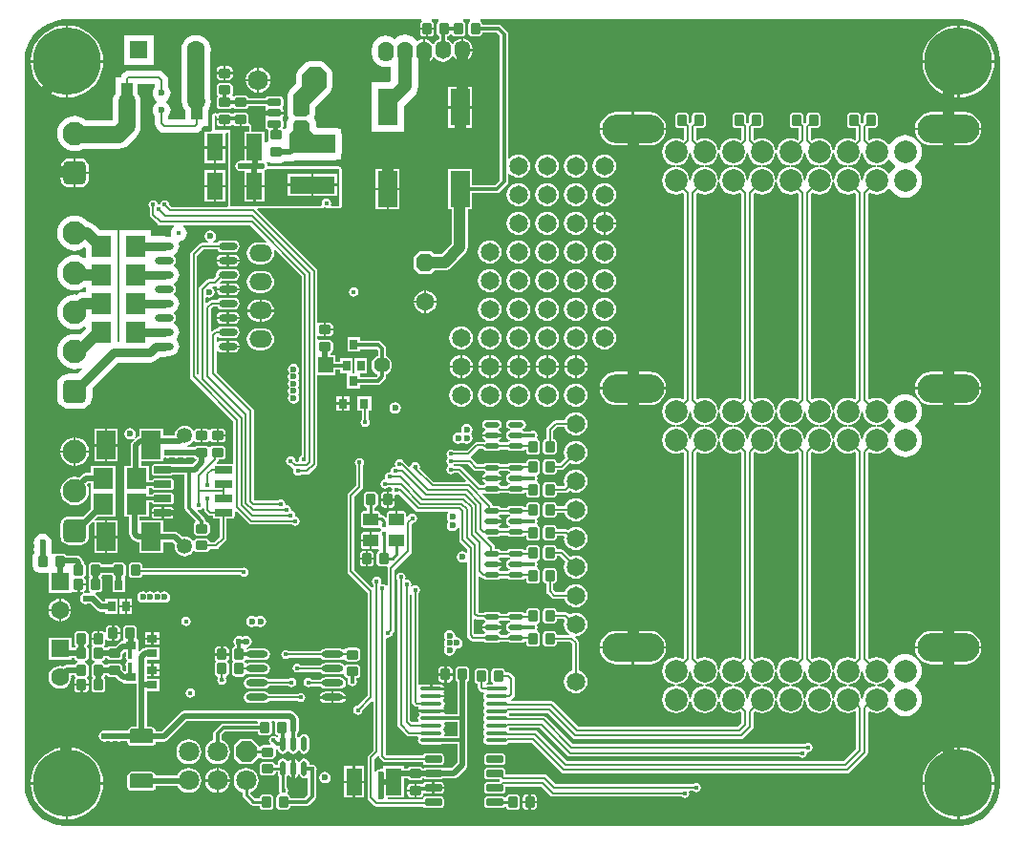
<source format=gbl>
G04*
G04 #@! TF.GenerationSoftware,Altium Limited,Altium Designer,19.1.6 (110)*
G04*
G04 Layer_Physical_Order=4*
G04 Layer_Color=16711680*
%FSLAX44Y44*%
%MOMM*%
G71*
G01*
G75*
%ADD10C,0.2000*%
%ADD11C,0.2500*%
G04:AMPARAMS|DCode=18|XSize=0.8mm|YSize=1mm|CornerRadius=0.1mm|HoleSize=0mm|Usage=FLASHONLY|Rotation=0.000|XOffset=0mm|YOffset=0mm|HoleType=Round|Shape=RoundedRectangle|*
%AMROUNDEDRECTD18*
21,1,0.8000,0.8000,0,0,0.0*
21,1,0.6000,1.0000,0,0,0.0*
1,1,0.2000,0.3000,-0.4000*
1,1,0.2000,-0.3000,-0.4000*
1,1,0.2000,-0.3000,0.4000*
1,1,0.2000,0.3000,0.4000*
%
%ADD18ROUNDEDRECTD18*%
G04:AMPARAMS|DCode=19|XSize=0.8mm|YSize=1mm|CornerRadius=0.1mm|HoleSize=0mm|Usage=FLASHONLY|Rotation=90.000|XOffset=0mm|YOffset=0mm|HoleType=Round|Shape=RoundedRectangle|*
%AMROUNDEDRECTD19*
21,1,0.8000,0.8000,0,0,90.0*
21,1,0.6000,1.0000,0,0,90.0*
1,1,0.2000,0.4000,0.3000*
1,1,0.2000,0.4000,-0.3000*
1,1,0.2000,-0.4000,-0.3000*
1,1,0.2000,-0.4000,0.3000*
%
%ADD19ROUNDEDRECTD19*%
%ADD32R,1.4000X2.4000*%
%ADD48C,2.1000*%
%ADD56R,1.4000X1.4000*%
%ADD57C,1.4000*%
%ADD65C,1.0000*%
%ADD66C,0.5000*%
%ADD67C,0.3000*%
%ADD68C,0.2540*%
%ADD71C,1.5000*%
%ADD73C,1.2000*%
%ADD74C,1.6510*%
%ADD75C,2.0000*%
%ADD76O,2.0000X1.5240*%
%ADD77C,1.8000*%
%ADD78P,1.9483X8X202.5*%
G04:AMPARAMS|DCode=79|XSize=2.1mm|YSize=2.1mm|CornerRadius=0.525mm|HoleSize=0mm|Usage=FLASHONLY|Rotation=90.000|XOffset=0mm|YOffset=0mm|HoleType=Round|Shape=RoundedRectangle|*
%AMROUNDEDRECTD79*
21,1,2.1000,1.0500,0,0,90.0*
21,1,1.0500,2.1000,0,0,90.0*
1,1,1.0500,0.5250,0.5250*
1,1,1.0500,0.5250,-0.5250*
1,1,1.0500,-0.5250,-0.5250*
1,1,1.0500,-0.5250,0.5250*
%
%ADD79ROUNDEDRECTD79*%
%ADD80C,1.6000*%
%ADD81R,1.6000X1.6000*%
%ADD82C,1.3500*%
%ADD83O,5.5000X2.5400*%
%ADD84O,1.3970X1.7780*%
%ADD85O,1.4000X1.6510*%
%ADD86P,1.7318X8X292.5*%
%ADD87C,0.7000*%
%ADD88C,6.0000*%
%ADD89C,0.6000*%
%ADD90C,0.4000*%
%ADD92O,1.3500X0.4500*%
G04:AMPARAMS|DCode=93|XSize=0.6mm|YSize=1.45mm|CornerRadius=0.051mm|HoleSize=0mm|Usage=FLASHONLY|Rotation=270.000|XOffset=0mm|YOffset=0mm|HoleType=Round|Shape=RoundedRectangle|*
%AMROUNDEDRECTD93*
21,1,0.6000,1.3480,0,0,270.0*
21,1,0.4980,1.4500,0,0,270.0*
1,1,0.1020,-0.6740,-0.2490*
1,1,0.1020,-0.6740,0.2490*
1,1,0.1020,0.6740,0.2490*
1,1,0.1020,0.6740,-0.2490*
%
%ADD93ROUNDEDRECTD93*%
%ADD94O,2.0000X0.3500*%
%ADD95O,1.9000X0.6000*%
G04:AMPARAMS|DCode=96|XSize=1.27mm|YSize=2.1mm|CornerRadius=0.1588mm|HoleSize=0mm|Usage=FLASHONLY|Rotation=90.000|XOffset=0mm|YOffset=0mm|HoleType=Round|Shape=RoundedRectangle|*
%AMROUNDEDRECTD96*
21,1,1.2700,1.7825,0,0,90.0*
21,1,0.9525,2.1000,0,0,90.0*
1,1,0.3175,0.8913,0.4763*
1,1,0.3175,0.8913,-0.4763*
1,1,0.3175,-0.8913,-0.4763*
1,1,0.3175,-0.8913,0.4763*
%
%ADD96ROUNDEDRECTD96*%
G04:AMPARAMS|DCode=97|XSize=1.3mm|YSize=1.1mm|CornerRadius=0.055mm|HoleSize=0mm|Usage=FLASHONLY|Rotation=0.000|XOffset=0mm|YOffset=0mm|HoleType=Round|Shape=RoundedRectangle|*
%AMROUNDEDRECTD97*
21,1,1.3000,0.9900,0,0,0.0*
21,1,1.1900,1.1000,0,0,0.0*
1,1,0.1100,0.5950,-0.4950*
1,1,0.1100,-0.5950,-0.4950*
1,1,0.1100,-0.5950,0.4950*
1,1,0.1100,0.5950,0.4950*
%
%ADD97ROUNDEDRECTD97*%
%ADD98R,0.7000X0.9000*%
%ADD99O,0.4500X1.3500*%
%ADD100R,0.8000X0.9000*%
%ADD101R,1.8000X1.8400*%
%ADD102O,1.6500X0.6500*%
%ADD103R,0.9000X0.7000*%
G04:AMPARAMS|DCode=104|XSize=1.55mm|YSize=0.6mm|CornerRadius=0.051mm|HoleSize=0mm|Usage=FLASHONLY|Rotation=180.000|XOffset=0mm|YOffset=0mm|HoleType=Round|Shape=RoundedRectangle|*
%AMROUNDEDRECTD104*
21,1,1.5500,0.4980,0,0,180.0*
21,1,1.4480,0.6000,0,0,180.0*
1,1,0.1020,-0.7240,0.2490*
1,1,0.1020,0.7240,0.2490*
1,1,0.1020,0.7240,-0.2490*
1,1,0.1020,-0.7240,-0.2490*
%
%ADD104ROUNDEDRECTD104*%
%ADD105R,1.7000X2.5000*%
%ADD106R,4.0000X1.5000*%
G04:AMPARAMS|DCode=107|XSize=0.6mm|YSize=1.2mm|CornerRadius=0.075mm|HoleSize=0mm|Usage=FLASHONLY|Rotation=90.000|XOffset=0mm|YOffset=0mm|HoleType=Round|Shape=RoundedRectangle|*
%AMROUNDEDRECTD107*
21,1,0.6000,1.0500,0,0,90.0*
21,1,0.4500,1.2000,0,0,90.0*
1,1,0.1500,0.5250,0.2250*
1,1,0.1500,0.5250,-0.2250*
1,1,0.1500,-0.5250,-0.2250*
1,1,0.1500,-0.5250,0.2250*
%
%ADD107ROUNDEDRECTD107*%
%ADD108R,1.0000X3.3000*%
%ADD109R,1.7200X3.2000*%
%ADD110C,0.8000*%
%ADD111C,0.3500*%
%ADD112C,0.4000*%
G36*
X1057325Y1246823D02*
X1062068Y1245552D01*
X1066605Y1243672D01*
X1070859Y1241217D01*
X1074754Y1238227D01*
X1078227Y1234754D01*
X1081217Y1230858D01*
X1083672Y1226605D01*
X1085552Y1222068D01*
X1086823Y1217324D01*
X1087463Y1212462D01*
X1087451Y1210012D01*
X1087452Y1210006D01*
X1087451Y1210000D01*
X1087464Y570000D01*
Y567544D01*
X1086823Y562675D01*
X1085552Y557932D01*
X1083672Y553395D01*
X1081217Y549142D01*
X1078227Y545246D01*
X1074754Y541773D01*
X1070858Y538783D01*
X1066605Y536328D01*
X1062068Y534448D01*
X1057325Y533177D01*
X1052462Y532537D01*
X1050012Y532549D01*
X1050006Y532548D01*
X1050000Y532549D01*
X260000Y532536D01*
X257545D01*
X252675Y533177D01*
X247932Y534448D01*
X243395Y536328D01*
X239142Y538783D01*
X235245Y541773D01*
X231773Y545246D01*
X228783Y549142D01*
X226328Y553395D01*
X224448Y557932D01*
X223177Y562676D01*
X222537Y567538D01*
X222549Y569988D01*
X222548Y569994D01*
X222549Y570000D01*
X222536Y1210000D01*
Y1212455D01*
X223177Y1217325D01*
X224448Y1222068D01*
X226328Y1226605D01*
X228783Y1230858D01*
X231773Y1234754D01*
X235245Y1238227D01*
X239142Y1241217D01*
X243395Y1243672D01*
X247932Y1245552D01*
X252676Y1246823D01*
X257538Y1247463D01*
X259988Y1247451D01*
X259994Y1247452D01*
X260000Y1247451D01*
X574619Y1247456D01*
X574647Y1247387D01*
X574830Y1246186D01*
X574077Y1245683D01*
X573414Y1244690D01*
X573181Y1243520D01*
Y1240520D01*
X585299D01*
Y1243520D01*
X585066Y1244690D01*
X584403Y1245683D01*
X583649Y1246186D01*
X583832Y1247385D01*
X583861Y1247456D01*
X589619Y1247456D01*
X589649Y1247384D01*
X589831Y1246186D01*
X589077Y1245683D01*
X588414Y1244690D01*
X588181Y1243520D01*
Y1235520D01*
X588414Y1234350D01*
X589077Y1233357D01*
X590070Y1232694D01*
X590341Y1232640D01*
Y1230125D01*
X589041Y1229586D01*
X587161Y1228144D01*
X585718Y1226264D01*
X585571Y1225907D01*
X584205Y1225928D01*
X582988Y1227513D01*
X581111Y1228953D01*
X578926Y1229859D01*
X577580Y1230036D01*
Y1219200D01*
Y1208364D01*
X578926Y1208541D01*
X581111Y1209447D01*
X582988Y1210887D01*
X584428Y1212764D01*
X584834Y1213743D01*
X586288Y1213934D01*
X587161Y1212796D01*
X589041Y1211354D01*
X591231Y1210447D01*
X593580Y1210137D01*
X595929Y1210447D01*
X598119Y1211354D01*
X599999Y1212796D01*
X601378Y1214594D01*
X602060Y1214685D01*
X602100D01*
X602782Y1214594D01*
X604161Y1212796D01*
X606041Y1211354D01*
X608231Y1210447D01*
X609580Y1210269D01*
Y1220470D01*
Y1230671D01*
X608231Y1230493D01*
X606041Y1229586D01*
X604161Y1228144D01*
X602782Y1226346D01*
X602100Y1226255D01*
X602060D01*
X601378Y1226346D01*
X599999Y1228144D01*
X598119Y1229586D01*
X597479Y1229852D01*
Y1232509D01*
X598410Y1232694D01*
X599403Y1233357D01*
X600061Y1234342D01*
X600101Y1234349D01*
X601319D01*
X601359Y1234342D01*
X602017Y1233357D01*
X603009Y1232694D01*
X604180Y1232461D01*
X610180D01*
X611351Y1232694D01*
X612343Y1233357D01*
X613006Y1234350D01*
X613239Y1235520D01*
Y1243520D01*
X613006Y1244690D01*
X612343Y1245683D01*
X611589Y1246187D01*
X611769Y1247380D01*
X611800Y1247457D01*
X617560Y1247457D01*
X617592Y1247378D01*
X617771Y1246187D01*
X617017Y1245683D01*
X616354Y1244690D01*
X616121Y1243520D01*
Y1235520D01*
X616354Y1234350D01*
X617017Y1233357D01*
X618009Y1232694D01*
X619180Y1232461D01*
X625180D01*
X626351Y1232694D01*
X627343Y1233357D01*
X628006Y1234350D01*
X628239Y1235520D01*
Y1235951D01*
X641142D01*
X644131Y1232962D01*
Y1105108D01*
X639872Y1100849D01*
X619180D01*
Y1103171D01*
X619240Y1103630D01*
X619180Y1104089D01*
Y1115280D01*
X597980D01*
Y1079280D01*
X601270D01*
Y1048135D01*
X592425Y1039290D01*
X585790D01*
X582850Y1042230D01*
X572850D01*
X567850Y1037230D01*
Y1027230D01*
X572850Y1022230D01*
X582850D01*
X585790Y1025170D01*
X595350D01*
X597177Y1025410D01*
X598880Y1026115D01*
X600342Y1027237D01*
X613322Y1040218D01*
X614445Y1041680D01*
X615150Y1043383D01*
X615390Y1045210D01*
Y1079280D01*
X619180D01*
Y1093711D01*
X641350D01*
X642716Y1093983D01*
X643873Y1094757D01*
X650223Y1101107D01*
X650997Y1102264D01*
X651269Y1103630D01*
Y1110568D01*
X652539Y1111000D01*
X653086Y1110286D01*
X655228Y1108642D01*
X657723Y1107609D01*
X660400Y1107256D01*
X663077Y1107609D01*
X665572Y1108642D01*
X667714Y1110286D01*
X669358Y1112428D01*
X670391Y1114923D01*
X670743Y1117600D01*
X670391Y1120277D01*
X669358Y1122772D01*
X667714Y1124914D01*
X665572Y1126558D01*
X663077Y1127591D01*
X660400Y1127943D01*
X657723Y1127591D01*
X655228Y1126558D01*
X653086Y1124914D01*
X652539Y1124201D01*
X651269Y1124632D01*
Y1234440D01*
X650997Y1235806D01*
X650223Y1236963D01*
X645143Y1242043D01*
X643986Y1242817D01*
X642620Y1243089D01*
X628239D01*
Y1243520D01*
X628006Y1244690D01*
X627343Y1245683D01*
X626589Y1246187D01*
X626767Y1247377D01*
X626800Y1247457D01*
X1050000Y1247464D01*
X1052456D01*
X1057325Y1246823D01*
D02*
G37*
%LPC*%
G36*
X585299Y1238520D02*
X580240D01*
Y1232461D01*
X582240D01*
X583410Y1232694D01*
X584403Y1233357D01*
X585066Y1234350D01*
X585299Y1235520D01*
Y1238520D01*
D02*
G37*
G36*
X578240D02*
X573181D01*
Y1235520D01*
X573414Y1234350D01*
X574077Y1233357D01*
X575070Y1232694D01*
X576240Y1232461D01*
X578240D01*
Y1238520D01*
D02*
G37*
G36*
X559580Y1234202D02*
X556190Y1233756D01*
X553032Y1232447D01*
X550319Y1230366D01*
X550274Y1230308D01*
X548624Y1231574D01*
X545709Y1232782D01*
X542580Y1233193D01*
X539451Y1232782D01*
X536536Y1231574D01*
X534032Y1229653D01*
X532111Y1227149D01*
X530904Y1224234D01*
X530492Y1221105D01*
Y1217295D01*
X530904Y1214166D01*
X532111Y1211251D01*
X534032Y1208747D01*
X536536Y1206826D01*
X539451Y1205619D01*
X542580Y1205207D01*
X545709Y1205619D01*
X546421Y1205913D01*
X547477Y1205208D01*
Y1193243D01*
X545903Y1191670D01*
X529980D01*
Y1147670D01*
X559180D01*
Y1170713D01*
X568139Y1179671D01*
X570062Y1182178D01*
X571271Y1185097D01*
X571684Y1188230D01*
Y1208223D01*
X572953Y1209072D01*
X574234Y1208541D01*
X575580Y1208364D01*
Y1219200D01*
Y1230036D01*
X574234Y1229859D01*
X572049Y1228953D01*
X570712Y1227928D01*
X568841Y1230366D01*
X566129Y1232447D01*
X562970Y1233756D01*
X559580Y1234202D01*
D02*
G37*
G36*
X611580Y1230671D02*
Y1221470D01*
X619658D01*
Y1221725D01*
X619348Y1224074D01*
X618441Y1226264D01*
X616999Y1228144D01*
X615119Y1229586D01*
X612929Y1230493D01*
X611580Y1230671D01*
D02*
G37*
G36*
X1051480Y1242330D02*
Y1211310D01*
X1082500D01*
X1082184Y1215331D01*
X1081008Y1220229D01*
X1079080Y1224883D01*
X1076449Y1229177D01*
X1073177Y1233007D01*
X1069347Y1236279D01*
X1065053Y1238910D01*
X1060399Y1240838D01*
X1055501Y1242014D01*
X1051480Y1242330D01*
D02*
G37*
G36*
X1049480D02*
X1045459Y1242014D01*
X1040561Y1240838D01*
X1035907Y1238910D01*
X1031613Y1236279D01*
X1027783Y1233007D01*
X1024511Y1229177D01*
X1021880Y1224883D01*
X1019952Y1220229D01*
X1018776Y1215331D01*
X1018460Y1211310D01*
X1049480D01*
Y1242330D01*
D02*
G37*
G36*
X261350D02*
Y1211310D01*
X292370D01*
X292054Y1215331D01*
X290878Y1220229D01*
X288950Y1224883D01*
X286319Y1229177D01*
X283047Y1233007D01*
X279217Y1236279D01*
X274923Y1238910D01*
X270269Y1240838D01*
X265371Y1242014D01*
X261350Y1242330D01*
D02*
G37*
G36*
X259350D02*
X255329Y1242014D01*
X250431Y1240838D01*
X245777Y1238910D01*
X241483Y1236279D01*
X237653Y1233007D01*
X234381Y1229177D01*
X231750Y1224883D01*
X229822Y1220229D01*
X228646Y1215331D01*
X228330Y1211310D01*
X259350D01*
Y1242330D01*
D02*
G37*
G36*
X619658Y1219470D02*
X611580D01*
Y1210269D01*
X612929Y1210447D01*
X615119Y1211354D01*
X616999Y1212796D01*
X618441Y1214676D01*
X619348Y1216865D01*
X619658Y1219215D01*
Y1219470D01*
D02*
G37*
G36*
X336850Y1233470D02*
X310850D01*
Y1207470D01*
X336850D01*
Y1233470D01*
D02*
G37*
G36*
X404050Y1206089D02*
X401050D01*
Y1201030D01*
X407109D01*
Y1203030D01*
X406876Y1204201D01*
X406213Y1205193D01*
X405220Y1205856D01*
X404050Y1206089D01*
D02*
G37*
G36*
X399050D02*
X396050D01*
X394879Y1205856D01*
X393887Y1205193D01*
X393224Y1204201D01*
X392991Y1203030D01*
Y1201030D01*
X399050D01*
Y1206089D01*
D02*
G37*
G36*
X430660Y1204763D02*
Y1194800D01*
X440623D01*
X440377Y1196672D01*
X439268Y1199348D01*
X437505Y1201645D01*
X435207Y1203409D01*
X432532Y1204517D01*
X430660Y1204763D01*
D02*
G37*
G36*
X428660D02*
X426788Y1204517D01*
X424113Y1203409D01*
X421815Y1201645D01*
X420051Y1199348D01*
X418943Y1196672D01*
X418697Y1194800D01*
X428660D01*
Y1204763D01*
D02*
G37*
G36*
X407109Y1199030D02*
X401050D01*
Y1193971D01*
X404050D01*
X405220Y1194204D01*
X406213Y1194867D01*
X406876Y1195860D01*
X407109Y1197030D01*
Y1199030D01*
D02*
G37*
G36*
X399050D02*
X392991D01*
Y1197030D01*
X393224Y1195860D01*
X393887Y1194867D01*
X394879Y1194204D01*
X396050Y1193971D01*
X399050D01*
Y1199030D01*
D02*
G37*
G36*
X440623Y1192800D02*
X430660D01*
Y1182837D01*
X432532Y1183083D01*
X435207Y1184192D01*
X437505Y1185955D01*
X439268Y1188252D01*
X440377Y1190928D01*
X440623Y1192800D01*
D02*
G37*
G36*
X428660D02*
X418697D01*
X418943Y1190928D01*
X420051Y1188252D01*
X421815Y1185955D01*
X424113Y1184192D01*
X426788Y1183083D01*
X428660Y1182837D01*
Y1192800D01*
D02*
G37*
G36*
X1082500Y1209310D02*
X1051480D01*
Y1178290D01*
X1055501Y1178606D01*
X1060399Y1179782D01*
X1065053Y1181710D01*
X1069347Y1184341D01*
X1073177Y1187613D01*
X1076449Y1191443D01*
X1079080Y1195737D01*
X1081008Y1200391D01*
X1082184Y1205289D01*
X1082500Y1209310D01*
D02*
G37*
G36*
X1049480D02*
X1018460D01*
X1018776Y1205289D01*
X1019952Y1200391D01*
X1021880Y1195737D01*
X1024511Y1191443D01*
X1027783Y1187613D01*
X1031613Y1184341D01*
X1035907Y1181710D01*
X1040561Y1179782D01*
X1045459Y1178606D01*
X1049480Y1178290D01*
Y1209310D01*
D02*
G37*
G36*
X292370D02*
X261350D01*
Y1178290D01*
X265371Y1178606D01*
X270269Y1179782D01*
X274923Y1181710D01*
X279217Y1184341D01*
X283047Y1187613D01*
X286319Y1191443D01*
X288950Y1195737D01*
X290878Y1200391D01*
X292054Y1205289D01*
X292370Y1209310D01*
D02*
G37*
G36*
X259350D02*
X228330D01*
X228646Y1205289D01*
X229822Y1200391D01*
X231750Y1195737D01*
X234381Y1191443D01*
X237653Y1187613D01*
X241483Y1184341D01*
X245777Y1181710D01*
X250431Y1179782D01*
X255329Y1178606D01*
X259350Y1178290D01*
Y1209310D01*
D02*
G37*
G36*
X619180Y1187670D02*
X609580D01*
Y1170670D01*
X619180D01*
Y1187670D01*
D02*
G37*
G36*
X607580D02*
X597980D01*
Y1170670D01*
X607580D01*
Y1187670D01*
D02*
G37*
G36*
X404050Y1191089D02*
X396050D01*
X394879Y1190856D01*
X393887Y1190193D01*
X393224Y1189201D01*
X392991Y1188030D01*
Y1182030D01*
X393224Y1180860D01*
X393887Y1179867D01*
Y1179253D01*
X393224Y1178260D01*
X392991Y1177090D01*
Y1171090D01*
X393224Y1169920D01*
X393887Y1168927D01*
X394879Y1168264D01*
X396050Y1168031D01*
X404050D01*
X405220Y1168264D01*
X406213Y1168927D01*
X406271Y1169015D01*
X407799D01*
X407857Y1168927D01*
X408849Y1168264D01*
X410020Y1168031D01*
X418020D01*
X419190Y1168264D01*
X420183Y1168927D01*
X420846Y1169920D01*
X420966Y1170521D01*
X436254D01*
X436470Y1170198D01*
X436612Y1169340D01*
X436470Y1168482D01*
X436090Y1167913D01*
X435876Y1166840D01*
Y1165590D01*
X443930D01*
X451984D01*
Y1166840D01*
X451770Y1167913D01*
X451390Y1168482D01*
X451248Y1169340D01*
X451390Y1170198D01*
X451770Y1170767D01*
X451984Y1171840D01*
Y1176340D01*
X451770Y1177413D01*
X451163Y1178323D01*
X450253Y1178930D01*
X449180Y1179144D01*
X438680D01*
X437607Y1178930D01*
X436697Y1178323D01*
X436254Y1177659D01*
X420966D01*
X420846Y1178260D01*
X420183Y1179253D01*
X419190Y1179916D01*
X418020Y1180149D01*
X410020D01*
X408849Y1179916D01*
X408406Y1179620D01*
X406973Y1179883D01*
X406835Y1179981D01*
X406593Y1180435D01*
X406876Y1180860D01*
X407109Y1182030D01*
Y1188030D01*
X406876Y1189201D01*
X406213Y1190193D01*
X405220Y1190856D01*
X404050Y1191089D01*
D02*
G37*
G36*
X374650Y1233582D02*
X371256Y1233135D01*
X368094Y1231825D01*
X365378Y1229742D01*
X363294Y1227026D01*
X361985Y1223864D01*
X361538Y1220470D01*
X361985Y1217076D01*
X362042Y1216937D01*
Y1175270D01*
X362472Y1172007D01*
X363731Y1168966D01*
X365170Y1167091D01*
Y1159277D01*
X350288D01*
Y1161961D01*
X351158Y1163095D01*
X351964Y1165042D01*
X352239Y1167130D01*
X351964Y1169218D01*
X351158Y1171164D01*
X349876Y1172836D01*
X348298Y1174046D01*
X348209Y1174750D01*
X348298Y1175454D01*
X349876Y1176664D01*
X351158Y1178335D01*
X351964Y1180282D01*
X352239Y1182370D01*
X351964Y1184458D01*
X351158Y1186404D01*
X350288Y1187539D01*
Y1193800D01*
X349822Y1196141D01*
X348496Y1198126D01*
X345956Y1200666D01*
X343971Y1201992D01*
X341630Y1202458D01*
X314960D01*
X312619Y1201992D01*
X310634Y1200666D01*
X309364Y1199396D01*
X308038Y1197411D01*
X307807Y1196250D01*
X303170D01*
Y1182251D01*
X302251Y1181054D01*
X300992Y1178013D01*
X300562Y1174750D01*
Y1158148D01*
X277356D01*
X275733Y1159480D01*
X273040Y1160919D01*
X270118Y1161806D01*
X267080Y1162105D01*
X264041Y1161806D01*
X261120Y1160919D01*
X258427Y1159480D01*
X256067Y1157543D01*
X254130Y1155183D01*
X252690Y1152490D01*
X251804Y1149568D01*
X251505Y1146530D01*
X251804Y1143492D01*
X252690Y1140570D01*
X254130Y1137877D01*
X256067Y1135517D01*
X258427Y1133580D01*
X261120Y1132141D01*
X264041Y1131254D01*
X267080Y1130955D01*
X270118Y1131254D01*
X273040Y1132141D01*
X274521Y1132932D01*
X306070D01*
X309333Y1133362D01*
X312374Y1134621D01*
X314985Y1136625D01*
X322085Y1143725D01*
X324089Y1146336D01*
X325348Y1149377D01*
X325778Y1152640D01*
Y1174750D01*
X325348Y1178013D01*
X324089Y1181054D01*
X323170Y1182251D01*
Y1190222D01*
X338052D01*
Y1187539D01*
X337182Y1186404D01*
X336376Y1184458D01*
X336101Y1182370D01*
X336376Y1180282D01*
X337182Y1178335D01*
X338464Y1176664D01*
X340042Y1175454D01*
X340131Y1174750D01*
X340042Y1174046D01*
X338464Y1172836D01*
X337182Y1171164D01*
X336376Y1169218D01*
X336101Y1167130D01*
X336376Y1165042D01*
X337182Y1163095D01*
X338052Y1161961D01*
Y1155700D01*
X338518Y1153359D01*
X339844Y1151374D01*
X342384Y1148834D01*
X344369Y1147508D01*
X346710Y1147042D01*
X373998D01*
X376339Y1147508D01*
X378324Y1148834D01*
X379496Y1150006D01*
X380822Y1151991D01*
X381072Y1153250D01*
X385170D01*
Y1167249D01*
X386089Y1168446D01*
X387348Y1171487D01*
X387778Y1174750D01*
X387348Y1178013D01*
X387258Y1178231D01*
Y1216937D01*
X387315Y1217076D01*
X387762Y1220470D01*
X387315Y1223864D01*
X386006Y1227026D01*
X383922Y1229742D01*
X381206Y1231825D01*
X378044Y1233135D01*
X374650Y1233582D01*
D02*
G37*
G36*
X975700Y1165299D02*
X969700D01*
X968530Y1165066D01*
X967537Y1164403D01*
X966874Y1163410D01*
X966641Y1162240D01*
Y1156512D01*
X966479Y1156403D01*
X966479Y1156403D01*
X966067Y1155991D01*
X965200Y1155315D01*
X964333Y1155991D01*
X963921Y1156403D01*
X963759Y1156512D01*
Y1162240D01*
X963526Y1163410D01*
X962863Y1164403D01*
X961870Y1165066D01*
X960700Y1165299D01*
X954700D01*
X953530Y1165066D01*
X952537Y1164403D01*
X951874Y1163410D01*
X951641Y1162240D01*
Y1154240D01*
X951874Y1153070D01*
X952537Y1152077D01*
X953530Y1151414D01*
X954700Y1151181D01*
X959871D01*
Y1144183D01*
X959771Y1143680D01*
X959771Y1143680D01*
Y1141410D01*
X958673Y1140312D01*
X958452Y1140482D01*
X955533Y1141691D01*
X952400Y1142104D01*
X949267Y1141691D01*
X946348Y1140482D01*
X943841Y1138559D01*
X941918Y1136052D01*
X940709Y1133133D01*
X940415Y1130904D01*
X940340Y1130334D01*
X939060D01*
X938985Y1130904D01*
X938691Y1133133D01*
X937482Y1136052D01*
X935558Y1138559D01*
X933052Y1140482D01*
X930133Y1141691D01*
X927000Y1142104D01*
X923867Y1141691D01*
X920948Y1140482D01*
X920727Y1140312D01*
X919631Y1141408D01*
X919729Y1141900D01*
Y1151181D01*
X924900D01*
X926070Y1151414D01*
X927063Y1152077D01*
X927726Y1153070D01*
X927959Y1154240D01*
Y1162240D01*
X927726Y1163410D01*
X927063Y1164403D01*
X926070Y1165066D01*
X924900Y1165299D01*
X918900D01*
X917729Y1165066D01*
X916737Y1164403D01*
X916074Y1163410D01*
X915841Y1162240D01*
Y1156512D01*
X915679Y1156403D01*
X915679Y1156403D01*
X915267Y1155991D01*
X914400Y1155315D01*
X913533Y1155991D01*
X913121Y1156403D01*
X912959Y1156512D01*
Y1162240D01*
X912726Y1163410D01*
X912063Y1164403D01*
X911070Y1165066D01*
X909900Y1165299D01*
X903900D01*
X902729Y1165066D01*
X901737Y1164403D01*
X901074Y1163410D01*
X900841Y1162240D01*
Y1154240D01*
X901074Y1153070D01*
X901737Y1152077D01*
X902729Y1151414D01*
X903900Y1151181D01*
X909071D01*
Y1144183D01*
X908971Y1143680D01*
X908971Y1143680D01*
Y1141410D01*
X907873Y1140312D01*
X907652Y1140482D01*
X904733Y1141691D01*
X901600Y1142104D01*
X898467Y1141691D01*
X895548Y1140482D01*
X893042Y1138559D01*
X891118Y1136052D01*
X889909Y1133133D01*
X889615Y1130904D01*
X889540Y1130334D01*
X888260D01*
X888185Y1130904D01*
X887891Y1133133D01*
X886682Y1136052D01*
X884759Y1138559D01*
X882252Y1140482D01*
X879333Y1141691D01*
X876200Y1142104D01*
X873067Y1141691D01*
X870148Y1140482D01*
X869927Y1140312D01*
X868831Y1141408D01*
X868929Y1141900D01*
Y1151181D01*
X874100D01*
X875270Y1151414D01*
X876263Y1152077D01*
X876926Y1153070D01*
X877159Y1154240D01*
Y1162240D01*
X876926Y1163410D01*
X876263Y1164403D01*
X875270Y1165066D01*
X874100Y1165299D01*
X868100D01*
X866929Y1165066D01*
X865937Y1164403D01*
X865274Y1163410D01*
X865041Y1162240D01*
Y1156512D01*
X864879Y1156403D01*
X864879Y1156403D01*
X864467Y1155991D01*
X863600Y1155315D01*
X862733Y1155991D01*
X862321Y1156403D01*
X862159Y1156512D01*
Y1162240D01*
X861926Y1163410D01*
X861263Y1164403D01*
X860270Y1165066D01*
X859100Y1165299D01*
X853100D01*
X851929Y1165066D01*
X850937Y1164403D01*
X850274Y1163410D01*
X850041Y1162240D01*
Y1154240D01*
X850274Y1153070D01*
X850937Y1152077D01*
X851929Y1151414D01*
X853100Y1151181D01*
X858271D01*
Y1144183D01*
X858171Y1143680D01*
X858171Y1143680D01*
Y1141410D01*
X857073Y1140312D01*
X856852Y1140482D01*
X853933Y1141691D01*
X850800Y1142104D01*
X847667Y1141691D01*
X844748Y1140482D01*
X842242Y1138559D01*
X840318Y1136052D01*
X839109Y1133133D01*
X838816Y1130904D01*
X838740Y1130334D01*
X837460D01*
X837384Y1130904D01*
X837091Y1133133D01*
X835882Y1136052D01*
X833959Y1138559D01*
X831452Y1140482D01*
X828533Y1141691D01*
X825400Y1142104D01*
X822267Y1141691D01*
X819348Y1140482D01*
X819127Y1140312D01*
X818031Y1141408D01*
X818129Y1141900D01*
Y1151181D01*
X823300D01*
X824471Y1151414D01*
X825463Y1152077D01*
X826126Y1153070D01*
X826359Y1154240D01*
Y1162240D01*
X826126Y1163410D01*
X825463Y1164403D01*
X824471Y1165066D01*
X823300Y1165299D01*
X817300D01*
X816130Y1165066D01*
X815137Y1164403D01*
X814474Y1163410D01*
X814241Y1162240D01*
Y1157003D01*
X813192Y1155978D01*
X811950Y1155978D01*
X811933Y1155991D01*
X811521Y1156403D01*
X811359Y1156512D01*
Y1162240D01*
X811126Y1163410D01*
X810463Y1164403D01*
X809471Y1165066D01*
X808300Y1165299D01*
X802300D01*
X801130Y1165066D01*
X800137Y1164403D01*
X799474Y1163410D01*
X799241Y1162240D01*
Y1154240D01*
X799474Y1153070D01*
X800137Y1152077D01*
X801130Y1151414D01*
X802300Y1151181D01*
X807471D01*
Y1144183D01*
X807371Y1143680D01*
X807371Y1143680D01*
Y1141410D01*
X806273Y1140312D01*
X806052Y1140482D01*
X803133Y1141691D01*
X800000Y1142104D01*
X796867Y1141691D01*
X793948Y1140482D01*
X791441Y1138559D01*
X789518Y1136052D01*
X788309Y1133133D01*
X787896Y1130000D01*
X788309Y1126867D01*
X789518Y1123948D01*
X791441Y1121441D01*
X793948Y1119518D01*
X796867Y1118309D01*
X799096Y1118016D01*
X799666Y1117940D01*
Y1116660D01*
X799096Y1116584D01*
X796867Y1116291D01*
X793948Y1115082D01*
X791441Y1113158D01*
X789518Y1110652D01*
X788309Y1107733D01*
X787896Y1104600D01*
X788309Y1101467D01*
X789518Y1098548D01*
X791441Y1096041D01*
X793948Y1094118D01*
X796867Y1092909D01*
X800000Y1092496D01*
X803133Y1092909D01*
X806052Y1094118D01*
X806111Y1094163D01*
X807371Y1092903D01*
Y911697D01*
X806111Y910437D01*
X806052Y910482D01*
X803133Y911691D01*
X800000Y912104D01*
X796867Y911691D01*
X793948Y910482D01*
X791441Y908559D01*
X789518Y906052D01*
X788309Y903133D01*
X787896Y900000D01*
X788309Y896867D01*
X789518Y893948D01*
X791441Y891441D01*
X793948Y889518D01*
X796867Y888309D01*
X799096Y888016D01*
X799666Y887940D01*
Y886660D01*
X799096Y886584D01*
X796867Y886291D01*
X793948Y885082D01*
X791441Y883158D01*
X789518Y880652D01*
X788309Y877733D01*
X787896Y874600D01*
X788309Y871467D01*
X789518Y868548D01*
X791441Y866041D01*
X793948Y864118D01*
X796867Y862909D01*
X800000Y862496D01*
X803133Y862909D01*
X806052Y864118D01*
X806111Y864163D01*
X807371Y862903D01*
Y681697D01*
X806111Y680437D01*
X806052Y680482D01*
X803133Y681691D01*
X800000Y682104D01*
X796867Y681691D01*
X793948Y680482D01*
X791441Y678559D01*
X789518Y676052D01*
X788309Y673133D01*
X787896Y670000D01*
X788309Y666867D01*
X789518Y663948D01*
X791441Y661441D01*
X793948Y659518D01*
X796867Y658309D01*
X799096Y658016D01*
X799666Y657940D01*
Y656660D01*
X799096Y656584D01*
X796867Y656291D01*
X793948Y655082D01*
X791441Y653158D01*
X789518Y650652D01*
X788309Y647733D01*
X787896Y644600D01*
X788309Y641467D01*
X789518Y638548D01*
X791441Y636041D01*
X793948Y634118D01*
X796867Y632909D01*
X800000Y632496D01*
X803133Y632909D01*
X806052Y634118D01*
X808559Y636041D01*
X810482Y638548D01*
X811691Y641467D01*
X811984Y643696D01*
X812060Y644266D01*
X813340D01*
X813416Y643696D01*
X813709Y641467D01*
X814918Y638548D01*
X816842Y636041D01*
X819348Y634118D01*
X822267Y632909D01*
X825400Y632496D01*
X828533Y632909D01*
X831452Y634118D01*
X833959Y636041D01*
X835882Y638548D01*
X837091Y641467D01*
X837384Y643696D01*
X837460Y644266D01*
X838740D01*
X838816Y643696D01*
X839109Y641467D01*
X840318Y638548D01*
X842242Y636041D01*
X844748Y634118D01*
X847667Y632909D01*
X850800Y632496D01*
X853933Y632909D01*
X856852Y634118D01*
X856911Y634163D01*
X858171Y632903D01*
Y623737D01*
X854713Y620279D01*
X713808D01*
X691963Y642123D01*
X690971Y642786D01*
X689800Y643019D01*
X689800Y643019D01*
X653707D01*
X653689Y643024D01*
X653523Y643286D01*
X653690Y644614D01*
X654683Y645277D01*
X656303Y646897D01*
X656303Y646897D01*
X656966Y647889D01*
X657199Y649060D01*
X657199Y649060D01*
Y662850D01*
X657199Y662850D01*
X656966Y664020D01*
X656303Y665013D01*
X653673Y667643D01*
X652681Y668306D01*
X651510Y668539D01*
X651510Y668539D01*
X648559D01*
Y669480D01*
X648326Y670650D01*
X647663Y671643D01*
X646671Y672306D01*
X645500Y672539D01*
X639500D01*
X638330Y672306D01*
X637337Y671643D01*
X636674Y670650D01*
X636441Y669480D01*
Y661480D01*
X636674Y660310D01*
X637337Y659317D01*
X637762Y659033D01*
X637377Y657763D01*
X632890D01*
X632511Y657688D01*
X632015Y658884D01*
X632663Y659317D01*
X633326Y660310D01*
X633559Y661480D01*
Y669480D01*
X633326Y670650D01*
X632663Y671643D01*
X631670Y672306D01*
X630500Y672539D01*
X624500D01*
X623330Y672306D01*
X622337Y671643D01*
X621674Y670650D01*
X621441Y669480D01*
Y661480D01*
X621674Y660310D01*
X622337Y659317D01*
X623330Y658654D01*
X624441Y658433D01*
Y655222D01*
X624441Y655222D01*
X624674Y654051D01*
X625337Y653059D01*
X626509Y651887D01*
X626509Y651887D01*
X627501Y651224D01*
X628672Y650991D01*
X628672Y650991D01*
X629342D01*
X629344Y650989D01*
X629904Y649721D01*
X629358Y648903D01*
X629067Y647440D01*
X629358Y645977D01*
X630186Y644736D01*
Y643643D01*
X629358Y642403D01*
X629067Y640940D01*
X629358Y639477D01*
X629986Y638537D01*
X630108Y637690D01*
X629986Y636843D01*
X629358Y635903D01*
X629067Y634440D01*
X629358Y632977D01*
X630186Y631736D01*
Y630644D01*
X629358Y629403D01*
X629067Y627940D01*
X629358Y626477D01*
X629986Y625537D01*
X630108Y624690D01*
X629986Y623843D01*
X629358Y622903D01*
X629067Y621440D01*
X629358Y619977D01*
X630186Y618736D01*
Y617644D01*
X629358Y616403D01*
X629067Y614940D01*
X629358Y613477D01*
X629986Y612537D01*
X630108Y611690D01*
X629986Y610843D01*
X629358Y609903D01*
X629067Y608440D01*
X629358Y606977D01*
X630186Y605736D01*
X631427Y604908D01*
X632890Y604617D01*
X649390D01*
X650853Y604908D01*
X652094Y605736D01*
X652511Y606361D01*
X672013D01*
X698337Y580037D01*
X698337Y580037D01*
X699330Y579374D01*
X700500Y579141D01*
X951840D01*
X951841Y579141D01*
X953011Y579374D01*
X954003Y580037D01*
X969363Y595396D01*
X969363Y595397D01*
X970026Y596389D01*
X970259Y597560D01*
X970259Y597560D01*
Y632950D01*
X970381Y633566D01*
X971529Y634286D01*
X971748Y634118D01*
X974667Y632909D01*
X977800Y632496D01*
X980933Y632909D01*
X983852Y634118D01*
X986358Y636041D01*
X988141Y638364D01*
X988144Y638366D01*
X988942Y638423D01*
X989556Y638306D01*
X990668Y636226D01*
X992542Y633942D01*
X994826Y632068D01*
X997432Y630675D01*
X1000259Y629817D01*
X1003200Y629527D01*
X1006141Y629817D01*
X1008968Y630675D01*
X1011574Y632068D01*
X1013858Y633942D01*
X1015732Y636226D01*
X1017125Y638832D01*
X1017983Y641659D01*
X1018273Y644600D01*
X1017983Y647541D01*
X1017125Y650368D01*
X1015732Y652974D01*
X1013858Y655258D01*
X1012366Y656482D01*
Y658118D01*
X1013858Y659342D01*
X1015732Y661626D01*
X1017125Y664232D01*
X1017983Y667059D01*
X1018273Y670000D01*
X1017983Y672941D01*
X1017125Y675768D01*
X1015732Y678374D01*
X1013858Y680658D01*
X1011574Y682532D01*
X1008968Y683925D01*
X1006141Y684783D01*
X1003200Y685073D01*
X1000259Y684783D01*
X997432Y683925D01*
X994826Y682532D01*
X992542Y680658D01*
X990668Y678374D01*
X989556Y676294D01*
X988942Y676177D01*
X988144Y676235D01*
X988141Y676236D01*
X986358Y678559D01*
X983852Y680482D01*
X980933Y681691D01*
X977800Y682104D01*
X974667Y681691D01*
X971748Y680482D01*
X971689Y680437D01*
X970429Y681697D01*
Y862903D01*
X971689Y864163D01*
X971748Y864118D01*
X974667Y862909D01*
X977800Y862496D01*
X980933Y862909D01*
X983852Y864118D01*
X986358Y866041D01*
X988141Y868364D01*
X988144Y868365D01*
X988942Y868423D01*
X989556Y868306D01*
X990668Y866226D01*
X992542Y863942D01*
X994826Y862068D01*
X997432Y860675D01*
X1000259Y859817D01*
X1003200Y859527D01*
X1006141Y859817D01*
X1008968Y860675D01*
X1011574Y862068D01*
X1013858Y863942D01*
X1015732Y866226D01*
X1017125Y868832D01*
X1017983Y871659D01*
X1018273Y874600D01*
X1017983Y877541D01*
X1017125Y880368D01*
X1015732Y882974D01*
X1013858Y885258D01*
X1012366Y886482D01*
Y888118D01*
X1013858Y889342D01*
X1015732Y891626D01*
X1017125Y894232D01*
X1017983Y897059D01*
X1018273Y900000D01*
X1017983Y902941D01*
X1017125Y905768D01*
X1015732Y908374D01*
X1013858Y910658D01*
X1011574Y912532D01*
X1008968Y913925D01*
X1006141Y914783D01*
X1003200Y915073D01*
X1000259Y914783D01*
X997432Y913925D01*
X994826Y912532D01*
X992542Y910658D01*
X990668Y908374D01*
X989556Y906294D01*
X988942Y906177D01*
X988144Y906235D01*
X988141Y906236D01*
X986358Y908559D01*
X983852Y910482D01*
X980933Y911691D01*
X977800Y912104D01*
X974667Y911691D01*
X971748Y910482D01*
X971689Y910437D01*
X970429Y911697D01*
Y1092903D01*
X971689Y1094163D01*
X971748Y1094118D01*
X974667Y1092909D01*
X977800Y1092496D01*
X980933Y1092909D01*
X983852Y1094118D01*
X986358Y1096041D01*
X988141Y1098364D01*
X988144Y1098365D01*
X988942Y1098423D01*
X989556Y1098306D01*
X990668Y1096226D01*
X992542Y1093942D01*
X994826Y1092068D01*
X997432Y1090675D01*
X1000259Y1089817D01*
X1003200Y1089527D01*
X1006141Y1089817D01*
X1008968Y1090675D01*
X1011574Y1092068D01*
X1013858Y1093942D01*
X1015732Y1096226D01*
X1017125Y1098832D01*
X1017983Y1101659D01*
X1018273Y1104600D01*
X1017983Y1107541D01*
X1017125Y1110368D01*
X1015732Y1112974D01*
X1013858Y1115258D01*
X1012366Y1116482D01*
Y1118118D01*
X1013858Y1119342D01*
X1015732Y1121626D01*
X1017125Y1124232D01*
X1017983Y1127059D01*
X1018273Y1130000D01*
X1017983Y1132941D01*
X1017125Y1135768D01*
X1015732Y1138374D01*
X1013858Y1140658D01*
X1011574Y1142532D01*
X1008968Y1143925D01*
X1006141Y1144783D01*
X1003200Y1145073D01*
X1000259Y1144783D01*
X997432Y1143925D01*
X994826Y1142532D01*
X992542Y1140658D01*
X990668Y1138374D01*
X989556Y1136294D01*
X988942Y1136177D01*
X988144Y1136235D01*
X988141Y1136236D01*
X986358Y1138559D01*
X983852Y1140482D01*
X980933Y1141691D01*
X977800Y1142104D01*
X974667Y1141691D01*
X971748Y1140482D01*
X971527Y1140312D01*
X970431Y1141408D01*
X970529Y1141900D01*
Y1151181D01*
X975700D01*
X976870Y1151414D01*
X977863Y1152077D01*
X978526Y1153070D01*
X978759Y1154240D01*
Y1162240D01*
X978526Y1163410D01*
X977863Y1164403D01*
X976870Y1165066D01*
X975700Y1165299D01*
D02*
G37*
G36*
X619180Y1168670D02*
X609580D01*
Y1151670D01*
X619180D01*
Y1168670D01*
D02*
G37*
G36*
X607580D02*
X597980D01*
Y1151670D01*
X607580D01*
Y1168670D01*
D02*
G37*
G36*
X1056100Y1165377D02*
X1042300D01*
Y1151550D01*
X1070795D01*
X1070422Y1154388D01*
X1068940Y1157963D01*
X1066584Y1161034D01*
X1063513Y1163391D01*
X1059937Y1164872D01*
X1056100Y1165377D01*
D02*
G37*
G36*
X1040300D02*
X1026500D01*
X1022663Y1164872D01*
X1019087Y1163391D01*
X1016016Y1161034D01*
X1013660Y1157963D01*
X1012178Y1154388D01*
X1011805Y1151550D01*
X1040300D01*
Y1165377D01*
D02*
G37*
G36*
X776700D02*
X762900D01*
Y1151550D01*
X791395D01*
X791022Y1154388D01*
X789540Y1157963D01*
X787184Y1161034D01*
X784113Y1163391D01*
X780537Y1164872D01*
X776700Y1165377D01*
D02*
G37*
G36*
X760900D02*
X747100D01*
X743263Y1164872D01*
X739687Y1163391D01*
X736616Y1161034D01*
X734260Y1157963D01*
X732778Y1154388D01*
X732405Y1151550D01*
X760900D01*
Y1165377D01*
D02*
G37*
G36*
X485140Y1210328D02*
X474980D01*
X473029Y1209940D01*
X471375Y1208835D01*
X465025Y1202485D01*
X463920Y1200831D01*
X463532Y1198880D01*
Y1190832D01*
X457405Y1184705D01*
X456300Y1183051D01*
X455912Y1181100D01*
X455912Y1163871D01*
X455961Y1163623D01*
X455937Y1163372D01*
X456154Y1162655D01*
X456300Y1161920D01*
X456441Y1161710D01*
X456514Y1161468D01*
X456941Y1160948D01*
X456784Y1160744D01*
X456282Y1159532D01*
X456185Y1159387D01*
X455615Y1158692D01*
X455527Y1158402D01*
X455358Y1158150D01*
X455183Y1157268D01*
X454922Y1156408D01*
X454952Y1156106D01*
X454893Y1155809D01*
X454892Y1151884D01*
X453539Y1150530D01*
X452196Y1150582D01*
X451844Y1151027D01*
X451714Y1151683D01*
X451770Y1151767D01*
X451984Y1152840D01*
Y1157340D01*
X451770Y1158413D01*
X451390Y1158982D01*
X451248Y1159840D01*
X451390Y1160698D01*
X451770Y1161267D01*
X451984Y1162340D01*
Y1163590D01*
X443930D01*
X435876D01*
Y1162340D01*
X436090Y1161267D01*
X436470Y1160698D01*
X436612Y1159840D01*
X436470Y1158982D01*
X436090Y1158413D01*
X435876Y1157340D01*
Y1152840D01*
X436090Y1151767D01*
X436697Y1150857D01*
X437607Y1150250D01*
X437868Y1150198D01*
X437954Y1150149D01*
X438769Y1148910D01*
X438780Y1148766D01*
X438711Y1148420D01*
Y1142420D01*
X438944Y1141249D01*
X438969Y1141211D01*
X438493Y1139639D01*
X438240Y1139534D01*
X436778Y1138412D01*
X436710Y1138324D01*
X435440Y1138755D01*
Y1148110D01*
X423679D01*
Y1152744D01*
X423605Y1153118D01*
X423536Y1153495D01*
X423527Y1153508D01*
X423524Y1153524D01*
X423311Y1153842D01*
X423104Y1154163D01*
X422665Y1154616D01*
X422515Y1154720D01*
X422390Y1154853D01*
X421372Y1155584D01*
X421340Y1155598D01*
X421316Y1155623D01*
X421011Y1155749D01*
X421079Y1156090D01*
Y1162090D01*
X420846Y1163260D01*
X420183Y1164253D01*
X419190Y1164916D01*
X418020Y1165149D01*
X410020D01*
X408849Y1164916D01*
X407857Y1164253D01*
X407799Y1164165D01*
X406271D01*
X406213Y1164253D01*
X405220Y1164916D01*
X404050Y1165149D01*
X396050D01*
X394879Y1164916D01*
X393887Y1164253D01*
X392757Y1164405D01*
X392665Y1164427D01*
X392624Y1164450D01*
X392522Y1164462D01*
X392373Y1164497D01*
X391987Y1164591D01*
X391985Y1164591D01*
X391984Y1164591D01*
X391605Y1164531D01*
X391200Y1164467D01*
X391199Y1164467D01*
X391198Y1164466D01*
X390454Y1164192D01*
X390420Y1164171D01*
X390380Y1164163D01*
X390081Y1163964D01*
X389776Y1163776D01*
X389752Y1163743D01*
X389718Y1163721D01*
X389519Y1163423D01*
X389308Y1163133D01*
X389299Y1163093D01*
X389276Y1163059D01*
X389206Y1162708D01*
X389122Y1162359D01*
X389129Y1162319D01*
X389121Y1162279D01*
X389121Y1149380D01*
X389119Y1149348D01*
X388172Y1148111D01*
X388171Y1148110D01*
X382440D01*
Y1135110D01*
X391440D01*
X400440D01*
Y1146413D01*
X401338Y1147311D01*
X403091Y1147311D01*
X403091Y1082559D01*
X402132Y1081289D01*
X353057D01*
X350727Y1083619D01*
X350478Y1084871D01*
X349594Y1086194D01*
X348271Y1087078D01*
X346710Y1087388D01*
X345149Y1087078D01*
X343826Y1086194D01*
X342942Y1084871D01*
X342645Y1083376D01*
X341630Y1083578D01*
X340615Y1083376D01*
X340318Y1084871D01*
X339434Y1086194D01*
X338111Y1087078D01*
X336550Y1087388D01*
X334989Y1087078D01*
X333666Y1086194D01*
X332782Y1084871D01*
X332472Y1083310D01*
X332782Y1081749D01*
X333491Y1080688D01*
Y1074420D01*
X333491Y1074420D01*
X333724Y1073250D01*
X334387Y1072257D01*
X340737Y1065907D01*
X340737Y1065907D01*
X341729Y1065244D01*
X342900Y1065011D01*
X355080D01*
X355511Y1063741D01*
X354418Y1062902D01*
X353296Y1061440D01*
X352590Y1059737D01*
X352350Y1057910D01*
X352590Y1056083D01*
X352734Y1055735D01*
X351961Y1054727D01*
X351400Y1054801D01*
X349829D01*
X348750Y1055248D01*
X346400Y1055558D01*
X335070D01*
Y1060680D01*
X307070D01*
Y1032280D01*
Y1006880D01*
Y981480D01*
X307070D01*
Y961578D01*
X305070D01*
Y981480D01*
X305070D01*
Y1006880D01*
Y1032280D01*
Y1060680D01*
X289624D01*
X285112Y1065192D01*
X283023Y1066795D01*
X280590Y1067803D01*
X278960Y1068017D01*
X278093Y1069073D01*
X275733Y1071010D01*
X273040Y1072449D01*
X270118Y1073336D01*
X267080Y1073635D01*
X264041Y1073336D01*
X261120Y1072449D01*
X258427Y1071010D01*
X256067Y1069073D01*
X254130Y1066713D01*
X252690Y1064020D01*
X251804Y1061099D01*
X251505Y1058060D01*
X251804Y1055022D01*
X252690Y1052100D01*
X254130Y1049407D01*
X256067Y1047047D01*
X258427Y1045110D01*
X261120Y1043671D01*
X264041Y1042784D01*
X267080Y1042485D01*
X270118Y1042784D01*
X273040Y1043671D01*
X275733Y1045110D01*
X276088Y1045402D01*
X277070Y1044584D01*
Y1036556D01*
X275800Y1035955D01*
X275733Y1036010D01*
X273040Y1037449D01*
X270118Y1038336D01*
X267080Y1038635D01*
X264041Y1038336D01*
X261120Y1037449D01*
X258427Y1036010D01*
X256067Y1034073D01*
X254130Y1031713D01*
X252690Y1029020D01*
X251804Y1026099D01*
X251505Y1023060D01*
X251804Y1020022D01*
X252690Y1017100D01*
X254130Y1014407D01*
X256067Y1012047D01*
X258427Y1010110D01*
X261120Y1008671D01*
X264041Y1007784D01*
X267080Y1007485D01*
X270118Y1007784D01*
X273040Y1008671D01*
X275733Y1010110D01*
X275800Y1010165D01*
X277070Y1009564D01*
Y1005766D01*
X274700D01*
X272089Y1005423D01*
X269657Y1004415D01*
X268463Y1003499D01*
X267080Y1003635D01*
X264041Y1003336D01*
X261120Y1002449D01*
X258427Y1001010D01*
X256067Y999073D01*
X254130Y996713D01*
X252690Y994020D01*
X251804Y991099D01*
X251505Y988060D01*
X251804Y985022D01*
X252690Y982100D01*
X254130Y979407D01*
X256067Y977047D01*
X258427Y975110D01*
X261120Y973671D01*
X264041Y972784D01*
X267080Y972485D01*
X270118Y972784D01*
X273040Y973671D01*
X275733Y975110D01*
X275922Y975265D01*
X277070Y974722D01*
Y973324D01*
X271625Y967879D01*
X270118Y968336D01*
X267080Y968635D01*
X264041Y968336D01*
X261120Y967449D01*
X258427Y966010D01*
X256067Y964073D01*
X254130Y961713D01*
X252690Y959020D01*
X251804Y956098D01*
X251505Y953060D01*
X251804Y950022D01*
X252690Y947100D01*
X254130Y944407D01*
X256067Y942047D01*
X258427Y940110D01*
X261120Y938671D01*
X264041Y937784D01*
X267080Y937485D01*
X270118Y937784D01*
X273040Y938671D01*
X273076Y938689D01*
X273840Y937658D01*
X269831Y933649D01*
X261830D01*
X259154Y933296D01*
X256661Y932263D01*
X254520Y930620D01*
X252876Y928479D01*
X251844Y925986D01*
X251491Y923310D01*
Y912810D01*
X251844Y910134D01*
X252876Y907641D01*
X254520Y905500D01*
X256661Y903857D01*
X259154Y902824D01*
X261830Y902472D01*
X272330D01*
X275006Y902824D01*
X277499Y903857D01*
X279640Y905500D01*
X281283Y907641D01*
X282316Y910134D01*
X282668Y912810D01*
Y920811D01*
X305280Y943422D01*
X333785D01*
X336135Y943732D01*
X338324Y944639D01*
X340204Y946081D01*
X342625Y948502D01*
X346400D01*
X348750Y948812D01*
X349829Y949259D01*
X351400D01*
X353554Y949542D01*
X355561Y950374D01*
X357284Y951696D01*
X358606Y953419D01*
X359438Y955426D01*
X359721Y957580D01*
X359438Y959734D01*
X358606Y961741D01*
X357284Y963464D01*
Y964396D01*
X358606Y966119D01*
X359438Y968126D01*
X359721Y970280D01*
X359438Y972434D01*
X358606Y974441D01*
X357284Y976164D01*
X355561Y977486D01*
X354995Y977721D01*
X354870Y978985D01*
X355185Y979195D01*
X356345Y980932D01*
X356753Y982980D01*
X356345Y985028D01*
X355185Y986765D01*
X354870Y986975D01*
X354995Y988239D01*
X355561Y988474D01*
X357284Y989796D01*
X358606Y991519D01*
X359438Y993526D01*
X359721Y995680D01*
X359438Y997834D01*
X358606Y999841D01*
X357284Y1001564D01*
X355561Y1002886D01*
X354995Y1003121D01*
X354870Y1004385D01*
X355185Y1004595D01*
X356345Y1006332D01*
X356753Y1008380D01*
X356345Y1010428D01*
X355185Y1012165D01*
X354870Y1012375D01*
X354995Y1013639D01*
X355561Y1013874D01*
X357284Y1015196D01*
X358606Y1016919D01*
X359438Y1018926D01*
X359721Y1021080D01*
X359438Y1023234D01*
X358606Y1025241D01*
X357284Y1026964D01*
X355561Y1028286D01*
X354995Y1028521D01*
X354870Y1029785D01*
X355185Y1029995D01*
X356345Y1031732D01*
X356753Y1033780D01*
X356345Y1035828D01*
X355185Y1037565D01*
X354870Y1037775D01*
X354995Y1039039D01*
X355561Y1039274D01*
X357284Y1040596D01*
X358606Y1042319D01*
X359438Y1044326D01*
X359721Y1046480D01*
X359438Y1048634D01*
X359030Y1049619D01*
X359135Y1049959D01*
X359869Y1050910D01*
X361237Y1051090D01*
X362940Y1051796D01*
X364402Y1052918D01*
X365524Y1054380D01*
X366230Y1056083D01*
X366470Y1057910D01*
X366230Y1059737D01*
X365524Y1061440D01*
X364402Y1062902D01*
X363309Y1063741D01*
X363740Y1065011D01*
X422913D01*
X437171Y1050754D01*
X436715Y1049597D01*
X436616Y1049512D01*
X434180Y1049833D01*
X429420D01*
X426909Y1049502D01*
X424568Y1048533D01*
X422559Y1046991D01*
X421017Y1044982D01*
X420048Y1042641D01*
X419717Y1040130D01*
X420048Y1037619D01*
X421017Y1035278D01*
X422559Y1033269D01*
X424568Y1031727D01*
X426909Y1030758D01*
X429420Y1030427D01*
X434180D01*
X436691Y1030758D01*
X439031Y1031727D01*
X441041Y1033269D01*
X442583Y1035278D01*
X443552Y1037619D01*
X443883Y1040130D01*
X443562Y1042566D01*
X443647Y1042664D01*
X444804Y1043120D01*
X468111Y1019813D01*
Y860865D01*
X467016Y860134D01*
X466132Y858811D01*
X465822Y857250D01*
X465955Y856579D01*
X464975Y855309D01*
X463467D01*
X462487Y856289D01*
X462238Y857541D01*
X461354Y858864D01*
X460031Y859748D01*
X458470Y860058D01*
X456909Y859748D01*
X455586Y858864D01*
X454702Y857541D01*
X454392Y855980D01*
X454702Y854419D01*
X455586Y853096D01*
X456909Y852212D01*
X458161Y851963D01*
X460037Y850087D01*
X460037Y850087D01*
X460346Y849881D01*
X461052Y848651D01*
X460742Y847090D01*
X461052Y845529D01*
X461936Y844206D01*
X463259Y843322D01*
X464820Y843012D01*
X466381Y843322D01*
X467442Y844031D01*
X473017D01*
X473017Y844031D01*
X474187Y844264D01*
X475180Y844927D01*
X481333Y851080D01*
X481333Y851080D01*
X481996Y852073D01*
X482229Y853243D01*
Y932070D01*
X498350D01*
Y936891D01*
X502350D01*
Y933960D01*
X507295D01*
X508350Y933440D01*
X508350Y932690D01*
Y920440D01*
X520350D01*
Y923531D01*
X535940D01*
X537306Y923803D01*
X538463Y924577D01*
X542273Y928387D01*
X543047Y929544D01*
X543319Y930910D01*
Y932972D01*
X543889Y933208D01*
X545769Y934651D01*
X547211Y936531D01*
X548118Y938720D01*
X548428Y941070D01*
X548118Y943419D01*
X547211Y945609D01*
X545769Y947489D01*
X543889Y948932D01*
X542919Y949333D01*
Y955440D01*
X542647Y956806D01*
X541873Y957963D01*
X538463Y961373D01*
X537306Y962147D01*
X535940Y962419D01*
X519850D01*
Y965960D01*
X508850D01*
Y952960D01*
X519850D01*
Y955281D01*
X534462D01*
X535781Y953962D01*
Y949333D01*
X534811Y948932D01*
X532931Y947489D01*
X531488Y945609D01*
X530582Y943419D01*
X530272Y941070D01*
X530582Y938720D01*
X531488Y936531D01*
X532931Y934651D01*
X534811Y933208D01*
X535090Y933093D01*
X535388Y931595D01*
X534462Y930669D01*
X521248D01*
X520350Y931567D01*
X520350Y933440D01*
X521405Y933960D01*
X526350D01*
Y946960D01*
X515350D01*
X515350Y934181D01*
X514350Y933613D01*
X513350Y934181D01*
X513350Y934710D01*
Y946960D01*
X502350D01*
Y944029D01*
X498350D01*
Y950070D01*
X493738D01*
Y951798D01*
X494120Y951874D01*
X495113Y952537D01*
X495776Y953530D01*
X496009Y954700D01*
Y960700D01*
X495776Y961870D01*
X495113Y962863D01*
X494120Y963526D01*
X492950Y963759D01*
X484950D01*
X483779Y963526D01*
X483499Y963338D01*
X482229Y964017D01*
Y966383D01*
X483499Y967062D01*
X483779Y966874D01*
X484950Y966641D01*
X487950D01*
Y972700D01*
Y978759D01*
X484950D01*
X483779Y978526D01*
X483499Y978338D01*
X482229Y979017D01*
Y1024394D01*
X481996Y1025564D01*
X481333Y1026557D01*
X481333Y1026557D01*
X429062Y1078828D01*
X429548Y1080001D01*
X485695Y1080001D01*
X485977Y1080057D01*
X486263Y1080081D01*
X486364Y1080134D01*
X486476Y1080156D01*
X486714Y1080316D01*
X486969Y1080448D01*
X487043Y1080535D01*
X487137Y1080598D01*
X488508Y1080913D01*
X488659Y1080812D01*
X490220Y1080502D01*
X491781Y1080812D01*
X491932Y1080913D01*
X493303Y1080598D01*
X493397Y1080535D01*
X493471Y1080448D01*
X493726Y1080316D01*
X493964Y1080156D01*
X494076Y1080134D01*
X494177Y1080081D01*
X494463Y1080057D01*
X494745Y1080001D01*
X501650D01*
X502430Y1080156D01*
X503092Y1080598D01*
X503534Y1081260D01*
X503689Y1082040D01*
X503689Y1115060D01*
X503534Y1115840D01*
X503092Y1116502D01*
X502430Y1116944D01*
X501650Y1117099D01*
X438579Y1117099D01*
X438168Y1117600D01*
X437780Y1119551D01*
X437085Y1120591D01*
X438024Y1121471D01*
X438240Y1121305D01*
X439943Y1120600D01*
X441770Y1120360D01*
X449770D01*
X451597Y1120600D01*
X453300Y1121305D01*
X453849Y1121727D01*
X458470D01*
X460689Y1122019D01*
X462757Y1122875D01*
X462805Y1122913D01*
X497840D01*
X500140Y1123370D01*
X503520D01*
Y1126830D01*
X503957Y1129030D01*
X503957Y1145540D01*
X503520Y1147740D01*
Y1150370D01*
X501411D01*
X500181Y1151192D01*
X497840Y1151658D01*
X482274Y1151658D01*
X481097Y1152834D01*
Y1155834D01*
X481038Y1156132D01*
X481068Y1156434D01*
X480807Y1157294D01*
X480632Y1158176D01*
X480463Y1158428D01*
X480375Y1158718D01*
X479805Y1159413D01*
X479338Y1160112D01*
X479076Y1160744D01*
X478993Y1160852D01*
X479001Y1160863D01*
X479476Y1161442D01*
X479549Y1161684D01*
X479690Y1161895D01*
X479836Y1162629D01*
X480053Y1163346D01*
X480029Y1163597D01*
X480078Y1163846D01*
X480078Y1170098D01*
X493825Y1183845D01*
X494930Y1185499D01*
X495318Y1187450D01*
Y1200150D01*
X494930Y1202101D01*
X493825Y1203755D01*
X488745Y1208835D01*
X487091Y1209940D01*
X485140Y1210328D01*
D02*
G37*
G36*
X1070795Y1149550D02*
X1042300D01*
Y1135723D01*
X1056100D01*
X1059937Y1136228D01*
X1063513Y1137710D01*
X1066584Y1140066D01*
X1068940Y1143137D01*
X1070422Y1146713D01*
X1070795Y1149550D01*
D02*
G37*
G36*
X1040300D02*
X1011805D01*
X1012178Y1146713D01*
X1013660Y1143137D01*
X1016016Y1140066D01*
X1019087Y1137710D01*
X1022663Y1136228D01*
X1026500Y1135723D01*
X1040300D01*
Y1149550D01*
D02*
G37*
G36*
X791395Y1149550D02*
X762900D01*
Y1135723D01*
X776700D01*
X780537Y1136228D01*
X784113Y1137710D01*
X787184Y1140066D01*
X789540Y1143137D01*
X791022Y1146713D01*
X791395Y1149550D01*
D02*
G37*
G36*
X760900D02*
X732405D01*
X732778Y1146713D01*
X734260Y1143137D01*
X736616Y1140066D01*
X739687Y1137710D01*
X743263Y1136228D01*
X747100Y1135723D01*
X760900D01*
Y1149550D01*
D02*
G37*
G36*
X400440Y1133110D02*
X392440D01*
Y1120110D01*
X400440D01*
Y1133110D01*
D02*
G37*
G36*
X390440D02*
X382440D01*
Y1120110D01*
X390440D01*
Y1133110D01*
D02*
G37*
G36*
X272330Y1124093D02*
X268080D01*
Y1112530D01*
X279642D01*
Y1116780D01*
X279393Y1118673D01*
X278663Y1120436D01*
X277501Y1121951D01*
X275986Y1123113D01*
X274223Y1123843D01*
X272330Y1124093D01*
D02*
G37*
G36*
X266080D02*
X261830D01*
X259937Y1123843D01*
X258174Y1123113D01*
X256659Y1121951D01*
X255497Y1120436D01*
X254767Y1118673D01*
X254517Y1116780D01*
Y1112530D01*
X266080D01*
Y1124093D01*
D02*
G37*
G36*
X736600Y1127943D02*
X733923Y1127591D01*
X731428Y1126558D01*
X729286Y1124914D01*
X727642Y1122772D01*
X726609Y1120277D01*
X726256Y1117600D01*
X726609Y1114923D01*
X727642Y1112428D01*
X729286Y1110286D01*
X731428Y1108642D01*
X733923Y1107609D01*
X736600Y1107256D01*
X739277Y1107609D01*
X741772Y1108642D01*
X743914Y1110286D01*
X745558Y1112428D01*
X746591Y1114923D01*
X746944Y1117600D01*
X746591Y1120277D01*
X745558Y1122772D01*
X743914Y1124914D01*
X741772Y1126558D01*
X739277Y1127591D01*
X736600Y1127943D01*
D02*
G37*
G36*
X711200D02*
X708523Y1127591D01*
X706028Y1126558D01*
X703886Y1124914D01*
X702242Y1122772D01*
X701209Y1120277D01*
X700856Y1117600D01*
X701209Y1114923D01*
X702242Y1112428D01*
X703886Y1110286D01*
X706028Y1108642D01*
X708523Y1107609D01*
X711200Y1107256D01*
X713877Y1107609D01*
X716372Y1108642D01*
X718514Y1110286D01*
X720158Y1112428D01*
X721191Y1114923D01*
X721544Y1117600D01*
X721191Y1120277D01*
X720158Y1122772D01*
X718514Y1124914D01*
X716372Y1126558D01*
X713877Y1127591D01*
X711200Y1127943D01*
D02*
G37*
G36*
X685800D02*
X683123Y1127591D01*
X680628Y1126558D01*
X678486Y1124914D01*
X676842Y1122772D01*
X675809Y1120277D01*
X675456Y1117600D01*
X675809Y1114923D01*
X676842Y1112428D01*
X678486Y1110286D01*
X680628Y1108642D01*
X683123Y1107609D01*
X685800Y1107256D01*
X688477Y1107609D01*
X690972Y1108642D01*
X693114Y1110286D01*
X694758Y1112428D01*
X695791Y1114923D01*
X696143Y1117600D01*
X695791Y1120277D01*
X694758Y1122772D01*
X693114Y1124914D01*
X690972Y1126558D01*
X688477Y1127591D01*
X685800Y1127943D01*
D02*
G37*
G36*
X400440Y1113820D02*
X392440D01*
Y1100820D01*
X400440D01*
Y1113820D01*
D02*
G37*
G36*
X390440D02*
X382440D01*
Y1100820D01*
X390440D01*
Y1113820D01*
D02*
G37*
G36*
X279642Y1110530D02*
X268080D01*
Y1098967D01*
X272330D01*
X274223Y1099217D01*
X275986Y1099947D01*
X277501Y1101109D01*
X278663Y1102624D01*
X279393Y1104387D01*
X279642Y1106280D01*
Y1110530D01*
D02*
G37*
G36*
X266080D02*
X254517D01*
Y1106280D01*
X254767Y1104387D01*
X255497Y1102624D01*
X256659Y1101109D01*
X258174Y1099947D01*
X259937Y1099217D01*
X261830Y1098967D01*
X266080D01*
Y1110530D01*
D02*
G37*
G36*
X555180Y1115280D02*
X545580D01*
Y1098280D01*
X555180D01*
Y1115280D01*
D02*
G37*
G36*
X543580D02*
X533980D01*
Y1098280D01*
X543580D01*
Y1115280D01*
D02*
G37*
G36*
X400440Y1098820D02*
X392440D01*
Y1085820D01*
X400440D01*
Y1098820D01*
D02*
G37*
G36*
X390440D02*
X382440D01*
Y1085820D01*
X390440D01*
Y1098820D01*
D02*
G37*
G36*
X736600Y1102543D02*
X733923Y1102191D01*
X731428Y1101158D01*
X729286Y1099514D01*
X727642Y1097372D01*
X726609Y1094877D01*
X726256Y1092200D01*
X726609Y1089523D01*
X727642Y1087028D01*
X729286Y1084886D01*
X731428Y1083242D01*
X733923Y1082209D01*
X736600Y1081857D01*
X739277Y1082209D01*
X741772Y1083242D01*
X743914Y1084886D01*
X745558Y1087028D01*
X746591Y1089523D01*
X746944Y1092200D01*
X746591Y1094877D01*
X745558Y1097372D01*
X743914Y1099514D01*
X741772Y1101158D01*
X739277Y1102191D01*
X736600Y1102543D01*
D02*
G37*
G36*
X711200D02*
X708523Y1102191D01*
X706028Y1101158D01*
X703886Y1099514D01*
X702242Y1097372D01*
X701209Y1094877D01*
X700856Y1092200D01*
X701209Y1089523D01*
X702242Y1087028D01*
X703886Y1084886D01*
X706028Y1083242D01*
X708523Y1082209D01*
X711200Y1081857D01*
X713877Y1082209D01*
X716372Y1083242D01*
X718514Y1084886D01*
X720158Y1087028D01*
X721191Y1089523D01*
X721544Y1092200D01*
X721191Y1094877D01*
X720158Y1097372D01*
X718514Y1099514D01*
X716372Y1101158D01*
X713877Y1102191D01*
X711200Y1102543D01*
D02*
G37*
G36*
X685800D02*
X683123Y1102191D01*
X680628Y1101158D01*
X678486Y1099514D01*
X676842Y1097372D01*
X675809Y1094877D01*
X675456Y1092200D01*
X675809Y1089523D01*
X676842Y1087028D01*
X678486Y1084886D01*
X680628Y1083242D01*
X683123Y1082209D01*
X685800Y1081857D01*
X688477Y1082209D01*
X690972Y1083242D01*
X693114Y1084886D01*
X694758Y1087028D01*
X695791Y1089523D01*
X696143Y1092200D01*
X695791Y1094877D01*
X694758Y1097372D01*
X693114Y1099514D01*
X690972Y1101158D01*
X688477Y1102191D01*
X685800Y1102543D01*
D02*
G37*
G36*
X660400D02*
X657723Y1102191D01*
X655228Y1101158D01*
X653086Y1099514D01*
X651442Y1097372D01*
X650409Y1094877D01*
X650057Y1092200D01*
X650409Y1089523D01*
X651442Y1087028D01*
X653086Y1084886D01*
X655228Y1083242D01*
X657723Y1082209D01*
X660400Y1081857D01*
X663077Y1082209D01*
X665572Y1083242D01*
X667714Y1084886D01*
X669358Y1087028D01*
X670391Y1089523D01*
X670743Y1092200D01*
X670391Y1094877D01*
X669358Y1097372D01*
X667714Y1099514D01*
X665572Y1101158D01*
X663077Y1102191D01*
X660400Y1102543D01*
D02*
G37*
G36*
X555180Y1096280D02*
X545580D01*
Y1079280D01*
X555180D01*
Y1096280D01*
D02*
G37*
G36*
X543580D02*
X533980D01*
Y1079280D01*
X543580D01*
Y1096280D01*
D02*
G37*
G36*
X737600Y1077012D02*
Y1067800D01*
X746812D01*
X746591Y1069477D01*
X745558Y1071972D01*
X743914Y1074114D01*
X741772Y1075758D01*
X739277Y1076791D01*
X737600Y1077012D01*
D02*
G37*
G36*
X735600D02*
X733923Y1076791D01*
X731428Y1075758D01*
X729286Y1074114D01*
X727642Y1071972D01*
X726609Y1069477D01*
X726388Y1067800D01*
X735600D01*
Y1077012D01*
D02*
G37*
G36*
X746812Y1065800D02*
X737600D01*
Y1056588D01*
X739277Y1056809D01*
X741772Y1057842D01*
X743914Y1059486D01*
X745558Y1061628D01*
X746591Y1064123D01*
X746812Y1065800D01*
D02*
G37*
G36*
X735600D02*
X726388D01*
X726609Y1064123D01*
X727642Y1061628D01*
X729286Y1059486D01*
X731428Y1057842D01*
X733923Y1056809D01*
X735600Y1056588D01*
Y1065800D01*
D02*
G37*
G36*
X711200Y1077143D02*
X708523Y1076791D01*
X706028Y1075758D01*
X703886Y1074114D01*
X702242Y1071972D01*
X701209Y1069477D01*
X700856Y1066800D01*
X701209Y1064123D01*
X702242Y1061628D01*
X703886Y1059486D01*
X706028Y1057842D01*
X708523Y1056809D01*
X711200Y1056457D01*
X713877Y1056809D01*
X716372Y1057842D01*
X718514Y1059486D01*
X720158Y1061628D01*
X721191Y1064123D01*
X721544Y1066800D01*
X721191Y1069477D01*
X720158Y1071972D01*
X718514Y1074114D01*
X716372Y1075758D01*
X713877Y1076791D01*
X711200Y1077143D01*
D02*
G37*
G36*
X685800D02*
X683123Y1076791D01*
X680628Y1075758D01*
X678486Y1074114D01*
X676842Y1071972D01*
X675809Y1069477D01*
X675456Y1066800D01*
X675809Y1064123D01*
X676842Y1061628D01*
X678486Y1059486D01*
X680628Y1057842D01*
X683123Y1056809D01*
X685800Y1056457D01*
X688477Y1056809D01*
X690972Y1057842D01*
X693114Y1059486D01*
X694758Y1061628D01*
X695791Y1064123D01*
X696143Y1066800D01*
X695791Y1069477D01*
X694758Y1071972D01*
X693114Y1074114D01*
X690972Y1075758D01*
X688477Y1076791D01*
X685800Y1077143D01*
D02*
G37*
G36*
X660400D02*
X657723Y1076791D01*
X655228Y1075758D01*
X653086Y1074114D01*
X651442Y1071972D01*
X650409Y1069477D01*
X650057Y1066800D01*
X650409Y1064123D01*
X651442Y1061628D01*
X653086Y1059486D01*
X655228Y1057842D01*
X657723Y1056809D01*
X660400Y1056457D01*
X663077Y1056809D01*
X665572Y1057842D01*
X667714Y1059486D01*
X669358Y1061628D01*
X670391Y1064123D01*
X670743Y1066800D01*
X670391Y1069477D01*
X669358Y1071972D01*
X667714Y1074114D01*
X665572Y1075758D01*
X663077Y1076791D01*
X660400Y1077143D01*
D02*
G37*
G36*
X387350Y1060468D02*
X385399Y1060080D01*
X383745Y1058975D01*
X382640Y1057321D01*
X382252Y1055370D01*
X382640Y1053419D01*
X383745Y1051765D01*
X385177Y1050809D01*
X385048Y1049753D01*
X384965Y1049539D01*
X379730D01*
X378559Y1049306D01*
X377567Y1048643D01*
X377567Y1048643D01*
X370297Y1041373D01*
X369634Y1040380D01*
X369401Y1039210D01*
X369401Y1039210D01*
Y930855D01*
X369401Y930855D01*
X369634Y929684D01*
X370297Y928692D01*
X407851Y891138D01*
Y854277D01*
X406581Y853363D01*
X406350Y853409D01*
X393441D01*
X392915Y854679D01*
X393964Y855729D01*
X393964Y855729D01*
X394627Y856721D01*
X394814Y857661D01*
X397700D01*
X398871Y857894D01*
X399863Y858557D01*
X400526Y859549D01*
X400759Y860720D01*
Y866720D01*
X400526Y867890D01*
X399863Y868883D01*
X398871Y869546D01*
X397700Y869779D01*
X389700D01*
X388530Y869546D01*
X387537Y868883D01*
X387479Y868795D01*
X385951D01*
X385893Y868883D01*
X384901Y869546D01*
X383730Y869779D01*
X375730D01*
X374560Y869546D01*
X373567Y868883D01*
X373231Y868380D01*
X367256D01*
X367049Y868589D01*
X367035Y868648D01*
X367396Y870043D01*
X368903Y870667D01*
X370731Y872069D01*
X371962Y873674D01*
X372852Y873812D01*
X373443Y873742D01*
X373567Y873557D01*
X374560Y872894D01*
X375730Y872661D01*
X378730D01*
Y878720D01*
Y884779D01*
X375730D01*
X374560Y884546D01*
X373567Y883883D01*
X373193Y883323D01*
X373181Y883316D01*
X371866Y883206D01*
X371731Y883247D01*
X370731Y884551D01*
X368903Y885953D01*
X366774Y886835D01*
X364490Y887135D01*
X362206Y886835D01*
X360077Y885953D01*
X358249Y884551D01*
X356847Y882723D01*
X355965Y880594D01*
X355670Y878348D01*
X345460D01*
Y884450D01*
X324460D01*
Y878217D01*
X323364Y877999D01*
X321876Y877004D01*
X321333Y876462D01*
X320347Y877271D01*
X320940Y878159D01*
X321328Y880110D01*
X320940Y882061D01*
X319835Y883715D01*
X318181Y884820D01*
X316230Y885208D01*
X314279Y884820D01*
X312625Y883715D01*
X311520Y882061D01*
X311132Y880110D01*
X311520Y878159D01*
X312625Y876505D01*
X314279Y875400D01*
X316230Y875012D01*
X318181Y875400D01*
X319069Y875993D01*
X319878Y875007D01*
X318066Y873194D01*
X317071Y871706D01*
X316722Y869950D01*
Y851940D01*
X311340D01*
Y829540D01*
X311340D01*
Y829080D01*
X311340D01*
Y806680D01*
X315452D01*
Y791210D01*
X315801Y789454D01*
X316796Y787966D01*
X319336Y785426D01*
X320824Y784431D01*
X322580Y784082D01*
X324460D01*
Y774170D01*
X345460D01*
Y784082D01*
X354230D01*
X355936Y782375D01*
X355664Y780310D01*
X355965Y778026D01*
X356847Y775897D01*
X358249Y774069D01*
X360077Y772667D01*
X362206Y771785D01*
X364490Y771485D01*
X366774Y771785D01*
X368903Y772667D01*
X370731Y774069D01*
X372133Y775897D01*
X373559Y776020D01*
X373567Y776007D01*
X374560Y775344D01*
X375730Y775111D01*
X383730D01*
X384901Y775344D01*
X385893Y776007D01*
X386556Y777000D01*
X386777Y778111D01*
X392550D01*
X392550Y778111D01*
X393721Y778344D01*
X394713Y779007D01*
X400943Y785237D01*
X400943Y785237D01*
X401606Y786229D01*
X401839Y787400D01*
Y805211D01*
X406350D01*
X407329Y805406D01*
X408160Y805960D01*
X408714Y806791D01*
X408909Y807770D01*
Y811329D01*
X410179Y811855D01*
X421557Y800477D01*
X422549Y799814D01*
X423719Y799581D01*
X459658D01*
X460719Y798872D01*
X462280Y798562D01*
X463841Y798872D01*
X465164Y799756D01*
X466048Y801079D01*
X466358Y802640D01*
X466048Y804201D01*
X465164Y805524D01*
X463841Y806408D01*
X462346Y806705D01*
X462548Y807720D01*
X462238Y809281D01*
X461354Y810604D01*
X460031Y811488D01*
X458536Y811785D01*
X458738Y812800D01*
X458428Y814361D01*
X457544Y815684D01*
X456221Y816568D01*
X454750Y816860D01*
X454379Y817004D01*
X453784Y817599D01*
X453640Y817970D01*
X453348Y819441D01*
X452464Y820764D01*
X451141Y821648D01*
X449580Y821958D01*
X448019Y821648D01*
X446958Y820939D01*
X426717D01*
X425969Y821687D01*
Y900430D01*
X425969Y900430D01*
X425736Y901600D01*
X425073Y902593D01*
X425073Y902593D01*
X392949Y934717D01*
Y953254D01*
X393707Y953606D01*
X394219Y953726D01*
X395852Y952635D01*
X397900Y952227D01*
X401900D01*
Y957580D01*
Y962933D01*
X397900D01*
X395852Y962525D01*
X394219Y961434D01*
X393707Y961554D01*
X392949Y961906D01*
Y965954D01*
X393707Y966306D01*
X394219Y966426D01*
X395852Y965335D01*
X397900Y964927D01*
X407900D01*
X409948Y965335D01*
X411685Y966495D01*
X412845Y968232D01*
X413253Y970280D01*
X412845Y972328D01*
X411685Y974065D01*
X409948Y975225D01*
X407900Y975633D01*
X397900D01*
X395852Y975225D01*
X394115Y974065D01*
X393630Y973339D01*
X392430D01*
X391259Y973106D01*
X390267Y972443D01*
X390267Y972443D01*
X389042Y971218D01*
X387869Y971704D01*
Y990603D01*
X389887Y992621D01*
X393630D01*
X394115Y991895D01*
X395852Y990735D01*
X397900Y990327D01*
X407900D01*
X409948Y990735D01*
X411685Y991895D01*
X412845Y993632D01*
X413253Y995680D01*
X412845Y997728D01*
X411685Y999465D01*
X409948Y1000625D01*
X407900Y1001033D01*
X397900D01*
X395852Y1000625D01*
X394115Y999465D01*
X393630Y998739D01*
X388620D01*
X388620Y998739D01*
X387449Y998506D01*
X386457Y997843D01*
X384312Y995698D01*
X383139Y996184D01*
Y1000381D01*
X384409Y1001075D01*
X386080Y1000742D01*
X388031Y1001130D01*
X389685Y1002235D01*
X390790Y1003889D01*
X391178Y1005840D01*
X390790Y1007791D01*
X389685Y1009445D01*
X388939Y1009943D01*
X389324Y1011213D01*
X391092D01*
X391092Y1011213D01*
X392083Y1011411D01*
X392564Y1010979D01*
X392946Y1010386D01*
X392746Y1009380D01*
X401900D01*
Y1013733D01*
X397900D01*
X396371Y1013429D01*
X395745Y1014599D01*
X397043Y1015898D01*
X397900Y1015727D01*
X407900D01*
X409948Y1016135D01*
X411685Y1017295D01*
X412845Y1019032D01*
X413253Y1021080D01*
X412845Y1023128D01*
X411685Y1024865D01*
X409948Y1026025D01*
X407900Y1026433D01*
X397900D01*
X395852Y1026025D01*
X394115Y1024865D01*
X392955Y1023128D01*
X392547Y1021080D01*
X392718Y1020223D01*
X389825Y1017331D01*
X386027D01*
X386027Y1017331D01*
X384856Y1017098D01*
X383864Y1016435D01*
X383864Y1016435D01*
X377917Y1010488D01*
X377254Y1009496D01*
X377021Y1008325D01*
X377021Y1008325D01*
Y933555D01*
X375751Y932876D01*
X375519Y933031D01*
Y1037943D01*
X380997Y1043421D01*
X393630D01*
X394115Y1042695D01*
X395852Y1041535D01*
X397900Y1041127D01*
X407900D01*
X409948Y1041535D01*
X411685Y1042695D01*
X412845Y1044432D01*
X413253Y1046480D01*
X412845Y1048528D01*
X411685Y1050265D01*
X409948Y1051425D01*
X407900Y1051833D01*
X397900D01*
X395852Y1051425D01*
X394115Y1050265D01*
X393630Y1049539D01*
X389735D01*
X389652Y1049753D01*
X389523Y1050809D01*
X390955Y1051765D01*
X392060Y1053419D01*
X392448Y1055370D01*
X392060Y1057321D01*
X390955Y1058975D01*
X389301Y1060080D01*
X387350Y1060468D01*
D02*
G37*
G36*
X407900Y1039133D02*
X403900D01*
Y1034780D01*
X413054D01*
X412845Y1035828D01*
X411685Y1037565D01*
X409948Y1038725D01*
X407900Y1039133D01*
D02*
G37*
G36*
X401900D02*
X397900D01*
X395852Y1038725D01*
X394115Y1037565D01*
X392955Y1035828D01*
X392746Y1034780D01*
X401900D01*
Y1039133D01*
D02*
G37*
G36*
X736600Y1051743D02*
X733923Y1051391D01*
X731428Y1050358D01*
X729286Y1048714D01*
X727642Y1046572D01*
X726609Y1044077D01*
X726256Y1041400D01*
X726609Y1038723D01*
X727642Y1036228D01*
X729286Y1034086D01*
X731428Y1032442D01*
X733923Y1031409D01*
X736600Y1031057D01*
X739277Y1031409D01*
X741772Y1032442D01*
X743914Y1034086D01*
X745558Y1036228D01*
X746591Y1038723D01*
X746944Y1041400D01*
X746591Y1044077D01*
X745558Y1046572D01*
X743914Y1048714D01*
X741772Y1050358D01*
X739277Y1051391D01*
X736600Y1051743D01*
D02*
G37*
G36*
X711200D02*
X708523Y1051391D01*
X706028Y1050358D01*
X703886Y1048714D01*
X702242Y1046572D01*
X701209Y1044077D01*
X700856Y1041400D01*
X701209Y1038723D01*
X702242Y1036228D01*
X703886Y1034086D01*
X706028Y1032442D01*
X708523Y1031409D01*
X711200Y1031057D01*
X713877Y1031409D01*
X716372Y1032442D01*
X718514Y1034086D01*
X720158Y1036228D01*
X721191Y1038723D01*
X721544Y1041400D01*
X721191Y1044077D01*
X720158Y1046572D01*
X718514Y1048714D01*
X716372Y1050358D01*
X713877Y1051391D01*
X711200Y1051743D01*
D02*
G37*
G36*
X685800D02*
X683123Y1051391D01*
X680628Y1050358D01*
X678486Y1048714D01*
X676842Y1046572D01*
X675809Y1044077D01*
X675456Y1041400D01*
X675809Y1038723D01*
X676842Y1036228D01*
X678486Y1034086D01*
X680628Y1032442D01*
X683123Y1031409D01*
X685800Y1031057D01*
X688477Y1031409D01*
X690972Y1032442D01*
X693114Y1034086D01*
X694758Y1036228D01*
X695791Y1038723D01*
X696143Y1041400D01*
X695791Y1044077D01*
X694758Y1046572D01*
X693114Y1048714D01*
X690972Y1050358D01*
X688477Y1051391D01*
X685800Y1051743D01*
D02*
G37*
G36*
X660400D02*
X657723Y1051391D01*
X655228Y1050358D01*
X653086Y1048714D01*
X651442Y1046572D01*
X650409Y1044077D01*
X650057Y1041400D01*
X650409Y1038723D01*
X651442Y1036228D01*
X653086Y1034086D01*
X655228Y1032442D01*
X657723Y1031409D01*
X660400Y1031057D01*
X663077Y1031409D01*
X665572Y1032442D01*
X667714Y1034086D01*
X669358Y1036228D01*
X670391Y1038723D01*
X670743Y1041400D01*
X670391Y1044077D01*
X669358Y1046572D01*
X667714Y1048714D01*
X665572Y1050358D01*
X663077Y1051391D01*
X660400Y1051743D01*
D02*
G37*
G36*
X635000D02*
X632323Y1051391D01*
X629828Y1050358D01*
X627686Y1048714D01*
X626042Y1046572D01*
X625009Y1044077D01*
X624656Y1041400D01*
X625009Y1038723D01*
X626042Y1036228D01*
X627686Y1034086D01*
X629828Y1032442D01*
X632323Y1031409D01*
X635000Y1031057D01*
X637677Y1031409D01*
X640172Y1032442D01*
X642314Y1034086D01*
X643958Y1036228D01*
X644991Y1038723D01*
X645343Y1041400D01*
X644991Y1044077D01*
X643958Y1046572D01*
X642314Y1048714D01*
X640172Y1050358D01*
X637677Y1051391D01*
X635000Y1051743D01*
D02*
G37*
G36*
X413054Y1032780D02*
X403900D01*
Y1028427D01*
X407900D01*
X409948Y1028835D01*
X411685Y1029995D01*
X412845Y1031732D01*
X413054Y1032780D01*
D02*
G37*
G36*
X401900D02*
X392746D01*
X392955Y1031732D01*
X394115Y1029995D01*
X395852Y1028835D01*
X397900Y1028427D01*
X401900D01*
Y1032780D01*
D02*
G37*
G36*
X407900Y1013733D02*
X403900D01*
Y1009380D01*
X413054D01*
X412845Y1010428D01*
X411685Y1012165D01*
X409948Y1013325D01*
X407900Y1013733D01*
D02*
G37*
G36*
X736600Y1026344D02*
X733923Y1025991D01*
X731428Y1024958D01*
X729286Y1023314D01*
X727642Y1021172D01*
X726609Y1018677D01*
X726256Y1016000D01*
X726609Y1013323D01*
X727642Y1010828D01*
X729286Y1008686D01*
X731428Y1007042D01*
X733923Y1006009D01*
X736600Y1005657D01*
X739277Y1006009D01*
X741772Y1007042D01*
X743914Y1008686D01*
X745558Y1010828D01*
X746591Y1013323D01*
X746944Y1016000D01*
X746591Y1018677D01*
X745558Y1021172D01*
X743914Y1023314D01*
X741772Y1024958D01*
X739277Y1025991D01*
X736600Y1026344D01*
D02*
G37*
G36*
X711200D02*
X708523Y1025991D01*
X706028Y1024958D01*
X703886Y1023314D01*
X702242Y1021172D01*
X701209Y1018677D01*
X700856Y1016000D01*
X701209Y1013323D01*
X702242Y1010828D01*
X703886Y1008686D01*
X706028Y1007042D01*
X708523Y1006009D01*
X711200Y1005657D01*
X713877Y1006009D01*
X716372Y1007042D01*
X718514Y1008686D01*
X720158Y1010828D01*
X721191Y1013323D01*
X721544Y1016000D01*
X721191Y1018677D01*
X720158Y1021172D01*
X718514Y1023314D01*
X716372Y1024958D01*
X713877Y1025991D01*
X711200Y1026344D01*
D02*
G37*
G36*
X685800D02*
X683123Y1025991D01*
X680628Y1024958D01*
X678486Y1023314D01*
X676842Y1021172D01*
X675809Y1018677D01*
X675456Y1016000D01*
X675809Y1013323D01*
X676842Y1010828D01*
X678486Y1008686D01*
X680628Y1007042D01*
X683123Y1006009D01*
X685800Y1005657D01*
X688477Y1006009D01*
X690972Y1007042D01*
X693114Y1008686D01*
X694758Y1010828D01*
X695791Y1013323D01*
X696143Y1016000D01*
X695791Y1018677D01*
X694758Y1021172D01*
X693114Y1023314D01*
X690972Y1024958D01*
X688477Y1025991D01*
X685800Y1026344D01*
D02*
G37*
G36*
X660400D02*
X657723Y1025991D01*
X655228Y1024958D01*
X653086Y1023314D01*
X651442Y1021172D01*
X650409Y1018677D01*
X650057Y1016000D01*
X650409Y1013323D01*
X651442Y1010828D01*
X653086Y1008686D01*
X655228Y1007042D01*
X657723Y1006009D01*
X660400Y1005657D01*
X663077Y1006009D01*
X665572Y1007042D01*
X667714Y1008686D01*
X669358Y1010828D01*
X670391Y1013323D01*
X670743Y1016000D01*
X670391Y1018677D01*
X669358Y1021172D01*
X667714Y1023314D01*
X665572Y1024958D01*
X663077Y1025991D01*
X660400Y1026344D01*
D02*
G37*
G36*
X635000D02*
X632323Y1025991D01*
X629828Y1024958D01*
X627686Y1023314D01*
X626042Y1021172D01*
X625009Y1018677D01*
X624656Y1016000D01*
X625009Y1013323D01*
X626042Y1010828D01*
X627686Y1008686D01*
X629828Y1007042D01*
X632323Y1006009D01*
X635000Y1005657D01*
X637677Y1006009D01*
X640172Y1007042D01*
X642314Y1008686D01*
X643958Y1010828D01*
X644991Y1013323D01*
X645343Y1016000D01*
X644991Y1018677D01*
X643958Y1021172D01*
X642314Y1023314D01*
X640172Y1024958D01*
X637677Y1025991D01*
X635000Y1026344D01*
D02*
G37*
G36*
X434180Y1024433D02*
X429420D01*
X426909Y1024102D01*
X424568Y1023133D01*
X422559Y1021591D01*
X421017Y1019582D01*
X420048Y1017241D01*
X419717Y1014730D01*
X420048Y1012219D01*
X421017Y1009878D01*
X422559Y1007869D01*
X424568Y1006327D01*
X426909Y1005358D01*
X429420Y1005027D01*
X434180D01*
X436691Y1005358D01*
X439031Y1006327D01*
X441041Y1007869D01*
X442583Y1009878D01*
X443552Y1012219D01*
X443883Y1014730D01*
X443552Y1017241D01*
X442583Y1019582D01*
X441041Y1021591D01*
X439031Y1023133D01*
X436691Y1024102D01*
X434180Y1024433D01*
D02*
G37*
G36*
X413054Y1007380D02*
X403900D01*
Y1003027D01*
X407900D01*
X409948Y1003435D01*
X411685Y1004595D01*
X412845Y1006332D01*
X413054Y1007380D01*
D02*
G37*
G36*
X401900D02*
X392746D01*
X392955Y1006332D01*
X394115Y1004595D01*
X395852Y1003435D01*
X397900Y1003027D01*
X401900D01*
Y1007380D01*
D02*
G37*
G36*
X514350Y1009918D02*
X512789Y1009608D01*
X511466Y1008724D01*
X510582Y1007401D01*
X510272Y1005840D01*
X510582Y1004279D01*
X511466Y1002956D01*
X512789Y1002072D01*
X514350Y1001762D01*
X515911Y1002072D01*
X517234Y1002956D01*
X518118Y1004279D01*
X518428Y1005840D01*
X518118Y1007401D01*
X517234Y1008724D01*
X515911Y1009608D01*
X514350Y1009918D01*
D02*
G37*
G36*
X578850Y1007185D02*
Y998230D01*
X587805D01*
X587593Y999840D01*
X586585Y1002273D01*
X584982Y1004362D01*
X582893Y1005965D01*
X580461Y1006973D01*
X578850Y1007185D01*
D02*
G37*
G36*
X576850D02*
X575239Y1006973D01*
X572807Y1005965D01*
X570718Y1004362D01*
X569115Y1002273D01*
X568107Y999840D01*
X567895Y998230D01*
X576850D01*
Y1007185D01*
D02*
G37*
G36*
X434180Y999033D02*
X432800D01*
Y990330D01*
X443751D01*
X443552Y991841D01*
X442583Y994182D01*
X441041Y996191D01*
X439031Y997733D01*
X436691Y998702D01*
X434180Y999033D01*
D02*
G37*
G36*
X430800D02*
X429420D01*
X426909Y998702D01*
X424568Y997733D01*
X422559Y996191D01*
X421017Y994182D01*
X420048Y991841D01*
X419849Y990330D01*
X430800D01*
Y999033D01*
D02*
G37*
G36*
X576850Y996230D02*
X567895D01*
X568107Y994620D01*
X569115Y992187D01*
X570718Y990098D01*
X572807Y988495D01*
X575239Y987487D01*
X576850Y987275D01*
Y996230D01*
D02*
G37*
G36*
X587805D02*
X578850D01*
Y987275D01*
X580461Y987487D01*
X582893Y988495D01*
X584982Y990098D01*
X586585Y992187D01*
X587593Y994620D01*
X587805Y996230D01*
D02*
G37*
G36*
X407900Y988333D02*
X403900D01*
Y983980D01*
X413054D01*
X412845Y985028D01*
X411685Y986765D01*
X409948Y987925D01*
X407900Y988333D01*
D02*
G37*
G36*
X401900D02*
X397900D01*
X395852Y987925D01*
X394115Y986765D01*
X392955Y985028D01*
X392746Y983980D01*
X401900D01*
Y988333D01*
D02*
G37*
G36*
X736600Y1000944D02*
X733923Y1000591D01*
X731428Y999558D01*
X729286Y997914D01*
X727642Y995772D01*
X726609Y993277D01*
X726256Y990600D01*
X726609Y987923D01*
X727642Y985428D01*
X729286Y983286D01*
X731428Y981642D01*
X733923Y980609D01*
X736600Y980257D01*
X739277Y980609D01*
X741772Y981642D01*
X743914Y983286D01*
X745558Y985428D01*
X746591Y987923D01*
X746944Y990600D01*
X746591Y993277D01*
X745558Y995772D01*
X743914Y997914D01*
X741772Y999558D01*
X739277Y1000591D01*
X736600Y1000944D01*
D02*
G37*
G36*
X711200D02*
X708523Y1000591D01*
X706028Y999558D01*
X703886Y997914D01*
X702242Y995772D01*
X701209Y993277D01*
X700856Y990600D01*
X701209Y987923D01*
X702242Y985428D01*
X703886Y983286D01*
X706028Y981642D01*
X708523Y980609D01*
X711200Y980257D01*
X713877Y980609D01*
X716372Y981642D01*
X718514Y983286D01*
X720158Y985428D01*
X721191Y987923D01*
X721544Y990600D01*
X721191Y993277D01*
X720158Y995772D01*
X718514Y997914D01*
X716372Y999558D01*
X713877Y1000591D01*
X711200Y1000944D01*
D02*
G37*
G36*
X685800D02*
X683123Y1000591D01*
X680628Y999558D01*
X678486Y997914D01*
X676842Y995772D01*
X675809Y993277D01*
X675456Y990600D01*
X675809Y987923D01*
X676842Y985428D01*
X678486Y983286D01*
X680628Y981642D01*
X683123Y980609D01*
X685800Y980257D01*
X688477Y980609D01*
X690972Y981642D01*
X693114Y983286D01*
X694758Y985428D01*
X695791Y987923D01*
X696143Y990600D01*
X695791Y993277D01*
X694758Y995772D01*
X693114Y997914D01*
X690972Y999558D01*
X688477Y1000591D01*
X685800Y1000944D01*
D02*
G37*
G36*
X660400D02*
X657723Y1000591D01*
X655228Y999558D01*
X653086Y997914D01*
X651442Y995772D01*
X650409Y993277D01*
X650057Y990600D01*
X650409Y987923D01*
X651442Y985428D01*
X653086Y983286D01*
X655228Y981642D01*
X657723Y980609D01*
X660400Y980257D01*
X663077Y980609D01*
X665572Y981642D01*
X667714Y983286D01*
X669358Y985428D01*
X670391Y987923D01*
X670743Y990600D01*
X670391Y993277D01*
X669358Y995772D01*
X667714Y997914D01*
X665572Y999558D01*
X663077Y1000591D01*
X660400Y1000944D01*
D02*
G37*
G36*
X635000D02*
X632323Y1000591D01*
X629828Y999558D01*
X627686Y997914D01*
X626042Y995772D01*
X625009Y993277D01*
X624656Y990600D01*
X625009Y987923D01*
X626042Y985428D01*
X627686Y983286D01*
X629828Y981642D01*
X632323Y980609D01*
X635000Y980257D01*
X637677Y980609D01*
X640172Y981642D01*
X642314Y983286D01*
X643958Y985428D01*
X644991Y987923D01*
X645343Y990600D01*
X644991Y993277D01*
X643958Y995772D01*
X642314Y997914D01*
X640172Y999558D01*
X637677Y1000591D01*
X635000Y1000944D01*
D02*
G37*
G36*
X443751Y988330D02*
X432800D01*
Y979627D01*
X434180D01*
X436691Y979958D01*
X439031Y980927D01*
X441041Y982469D01*
X442583Y984479D01*
X443552Y986819D01*
X443751Y988330D01*
D02*
G37*
G36*
X430800D02*
X419849D01*
X420048Y986819D01*
X421017Y984479D01*
X422559Y982469D01*
X424568Y980927D01*
X426909Y979958D01*
X429420Y979627D01*
X430800D01*
Y988330D01*
D02*
G37*
G36*
X413054Y981980D02*
X403900D01*
Y977627D01*
X407900D01*
X409948Y978035D01*
X411685Y979195D01*
X412845Y980932D01*
X413054Y981980D01*
D02*
G37*
G36*
X401900D02*
X392746D01*
X392955Y980932D01*
X394115Y979195D01*
X395852Y978035D01*
X397900Y977627D01*
X401900D01*
Y981980D01*
D02*
G37*
G36*
X492950Y978759D02*
X489950D01*
Y973700D01*
X496009D01*
Y975700D01*
X495776Y976870D01*
X495113Y977863D01*
X494120Y978526D01*
X492950Y978759D01*
D02*
G37*
G36*
X496009Y971700D02*
X489950D01*
Y966641D01*
X492950D01*
X494120Y966874D01*
X495113Y967537D01*
X495776Y968530D01*
X496009Y969700D01*
Y971700D01*
D02*
G37*
G36*
X407900Y962933D02*
X403900D01*
Y958580D01*
X413054D01*
X412845Y959628D01*
X411685Y961365D01*
X409948Y962525D01*
X407900Y962933D01*
D02*
G37*
G36*
X736600Y975544D02*
X733923Y975191D01*
X731428Y974158D01*
X729286Y972514D01*
X727642Y970372D01*
X726609Y967877D01*
X726256Y965200D01*
X726609Y962523D01*
X727642Y960028D01*
X729286Y957886D01*
X731428Y956242D01*
X733923Y955209D01*
X736600Y954856D01*
X739277Y955209D01*
X741772Y956242D01*
X743914Y957886D01*
X745558Y960028D01*
X746591Y962523D01*
X746944Y965200D01*
X746591Y967877D01*
X745558Y970372D01*
X743914Y972514D01*
X741772Y974158D01*
X739277Y975191D01*
X736600Y975544D01*
D02*
G37*
G36*
X711200D02*
X708523Y975191D01*
X706028Y974158D01*
X703886Y972514D01*
X702242Y970372D01*
X701209Y967877D01*
X700856Y965200D01*
X701209Y962523D01*
X702242Y960028D01*
X703886Y957886D01*
X706028Y956242D01*
X708523Y955209D01*
X711200Y954856D01*
X713877Y955209D01*
X716372Y956242D01*
X718514Y957886D01*
X720158Y960028D01*
X721191Y962523D01*
X721544Y965200D01*
X721191Y967877D01*
X720158Y970372D01*
X718514Y972514D01*
X716372Y974158D01*
X713877Y975191D01*
X711200Y975544D01*
D02*
G37*
G36*
X685800D02*
X683123Y975191D01*
X680628Y974158D01*
X678486Y972514D01*
X676842Y970372D01*
X675809Y967877D01*
X675456Y965200D01*
X675809Y962523D01*
X676842Y960028D01*
X678486Y957886D01*
X680628Y956242D01*
X683123Y955209D01*
X685800Y954856D01*
X688477Y955209D01*
X690972Y956242D01*
X693114Y957886D01*
X694758Y960028D01*
X695791Y962523D01*
X696143Y965200D01*
X695791Y967877D01*
X694758Y970372D01*
X693114Y972514D01*
X690972Y974158D01*
X688477Y975191D01*
X685800Y975544D01*
D02*
G37*
G36*
X660400D02*
X657723Y975191D01*
X655228Y974158D01*
X653086Y972514D01*
X651442Y970372D01*
X650409Y967877D01*
X650057Y965200D01*
X650409Y962523D01*
X651442Y960028D01*
X653086Y957886D01*
X655228Y956242D01*
X657723Y955209D01*
X660400Y954856D01*
X663077Y955209D01*
X665572Y956242D01*
X667714Y957886D01*
X669358Y960028D01*
X670391Y962523D01*
X670743Y965200D01*
X670391Y967877D01*
X669358Y970372D01*
X667714Y972514D01*
X665572Y974158D01*
X663077Y975191D01*
X660400Y975544D01*
D02*
G37*
G36*
X635000D02*
X632323Y975191D01*
X629828Y974158D01*
X627686Y972514D01*
X626042Y970372D01*
X625009Y967877D01*
X624656Y965200D01*
X625009Y962523D01*
X626042Y960028D01*
X627686Y957886D01*
X629828Y956242D01*
X632323Y955209D01*
X635000Y954856D01*
X637677Y955209D01*
X640172Y956242D01*
X642314Y957886D01*
X643958Y960028D01*
X644991Y962523D01*
X645343Y965200D01*
X644991Y967877D01*
X643958Y970372D01*
X642314Y972514D01*
X640172Y974158D01*
X637677Y975191D01*
X635000Y975544D01*
D02*
G37*
G36*
X609600D02*
X606923Y975191D01*
X604428Y974158D01*
X602286Y972514D01*
X600642Y970372D01*
X599609Y967877D01*
X599257Y965200D01*
X599609Y962523D01*
X600642Y960028D01*
X602286Y957886D01*
X604428Y956242D01*
X606923Y955209D01*
X609600Y954856D01*
X612277Y955209D01*
X614772Y956242D01*
X616914Y957886D01*
X618558Y960028D01*
X619591Y962523D01*
X619944Y965200D01*
X619591Y967877D01*
X618558Y970372D01*
X616914Y972514D01*
X614772Y974158D01*
X612277Y975191D01*
X609600Y975544D01*
D02*
G37*
G36*
X434180Y973633D02*
X429420D01*
X426909Y973302D01*
X424568Y972333D01*
X422559Y970791D01*
X421017Y968782D01*
X420048Y966441D01*
X419717Y963930D01*
X420048Y961419D01*
X421017Y959079D01*
X422559Y957069D01*
X424568Y955527D01*
X426909Y954558D01*
X429420Y954227D01*
X434180D01*
X436691Y954558D01*
X439031Y955527D01*
X441041Y957069D01*
X442583Y959079D01*
X443552Y961419D01*
X443883Y963930D01*
X443552Y966441D01*
X442583Y968782D01*
X441041Y970791D01*
X439031Y972333D01*
X436691Y973302D01*
X434180Y973633D01*
D02*
G37*
G36*
X413054Y956580D02*
X403900D01*
Y952227D01*
X407900D01*
X409948Y952635D01*
X411685Y953795D01*
X412845Y955532D01*
X413054Y956580D01*
D02*
G37*
G36*
X712200Y950012D02*
Y940800D01*
X721412D01*
X721191Y942477D01*
X720158Y944972D01*
X718514Y947114D01*
X716372Y948758D01*
X713877Y949791D01*
X712200Y950012D01*
D02*
G37*
G36*
X710200D02*
X708523Y949791D01*
X706028Y948758D01*
X703886Y947114D01*
X702242Y944972D01*
X701209Y942477D01*
X700988Y940800D01*
X710200D01*
Y950012D01*
D02*
G37*
G36*
X686800D02*
Y940800D01*
X696012D01*
X695791Y942477D01*
X694758Y944972D01*
X693114Y947114D01*
X690972Y948758D01*
X688477Y949791D01*
X686800Y950012D01*
D02*
G37*
G36*
X684800D02*
X683123Y949791D01*
X680628Y948758D01*
X678486Y947114D01*
X676842Y944972D01*
X675809Y942477D01*
X675588Y940800D01*
X684800D01*
Y950012D01*
D02*
G37*
G36*
X661400D02*
Y940800D01*
X670612D01*
X670391Y942477D01*
X669358Y944972D01*
X667714Y947114D01*
X665572Y948758D01*
X663077Y949791D01*
X661400Y950012D01*
D02*
G37*
G36*
X659400D02*
X657723Y949791D01*
X655228Y948758D01*
X653086Y947114D01*
X651442Y944972D01*
X650409Y942477D01*
X650188Y940800D01*
X659400D01*
Y950012D01*
D02*
G37*
G36*
X636000D02*
Y940800D01*
X645212D01*
X644991Y942477D01*
X643958Y944972D01*
X642314Y947114D01*
X640172Y948758D01*
X637677Y949791D01*
X636000Y950012D01*
D02*
G37*
G36*
X634000D02*
X632323Y949791D01*
X629828Y948758D01*
X627686Y947114D01*
X626042Y944972D01*
X625009Y942477D01*
X624788Y940800D01*
X634000D01*
Y950012D01*
D02*
G37*
G36*
X610600D02*
Y940800D01*
X619812D01*
X619591Y942477D01*
X618558Y944972D01*
X616914Y947114D01*
X614772Y948758D01*
X612277Y949791D01*
X610600Y950012D01*
D02*
G37*
G36*
X608600D02*
X606923Y949791D01*
X604428Y948758D01*
X602286Y947114D01*
X600642Y944972D01*
X599609Y942477D01*
X599388Y940800D01*
X608600D01*
Y950012D01*
D02*
G37*
G36*
X721412Y938800D02*
X712200D01*
Y929588D01*
X713877Y929809D01*
X716372Y930842D01*
X718514Y932486D01*
X720158Y934628D01*
X721191Y937123D01*
X721412Y938800D01*
D02*
G37*
G36*
X710200D02*
X700988D01*
X701209Y937123D01*
X702242Y934628D01*
X703886Y932486D01*
X706028Y930842D01*
X708523Y929809D01*
X710200Y929588D01*
Y938800D01*
D02*
G37*
G36*
X696012D02*
X686800D01*
Y929588D01*
X688477Y929809D01*
X690972Y930842D01*
X693114Y932486D01*
X694758Y934628D01*
X695791Y937123D01*
X696012Y938800D01*
D02*
G37*
G36*
X684800D02*
X675588D01*
X675809Y937123D01*
X676842Y934628D01*
X678486Y932486D01*
X680628Y930842D01*
X683123Y929809D01*
X684800Y929588D01*
Y938800D01*
D02*
G37*
G36*
X670612D02*
X661400D01*
Y929588D01*
X663077Y929809D01*
X665572Y930842D01*
X667714Y932486D01*
X669358Y934628D01*
X670391Y937123D01*
X670612Y938800D01*
D02*
G37*
G36*
X659400D02*
X650188D01*
X650409Y937123D01*
X651442Y934628D01*
X653086Y932486D01*
X655228Y930842D01*
X657723Y929809D01*
X659400Y929588D01*
Y938800D01*
D02*
G37*
G36*
X645212D02*
X636000D01*
Y929588D01*
X637677Y929809D01*
X640172Y930842D01*
X642314Y932486D01*
X643958Y934628D01*
X644991Y937123D01*
X645212Y938800D01*
D02*
G37*
G36*
X634000D02*
X624788D01*
X625009Y937123D01*
X626042Y934628D01*
X627686Y932486D01*
X629828Y930842D01*
X632323Y929809D01*
X634000Y929588D01*
Y938800D01*
D02*
G37*
G36*
X619812D02*
X610600D01*
Y929588D01*
X612277Y929809D01*
X614772Y930842D01*
X616914Y932486D01*
X618558Y934628D01*
X619591Y937123D01*
X619812Y938800D01*
D02*
G37*
G36*
X608600D02*
X599388D01*
X599609Y937123D01*
X600642Y934628D01*
X602286Y932486D01*
X604428Y930842D01*
X606923Y929809D01*
X608600Y929588D01*
Y938800D01*
D02*
G37*
G36*
X1056100Y935377D02*
X1042300D01*
Y921550D01*
X1070795D01*
X1070422Y924388D01*
X1068940Y927963D01*
X1066584Y931034D01*
X1063513Y933391D01*
X1059937Y934872D01*
X1056100Y935377D01*
D02*
G37*
G36*
X776700D02*
X762900D01*
Y921550D01*
X791395D01*
X791022Y924388D01*
X789540Y927963D01*
X787184Y931034D01*
X784113Y933391D01*
X780537Y934872D01*
X776700Y935377D01*
D02*
G37*
G36*
X760900D02*
X747100D01*
X743263Y934872D01*
X739687Y933391D01*
X736616Y931034D01*
X734260Y927963D01*
X732778Y924388D01*
X732405Y921550D01*
X760900D01*
Y935377D01*
D02*
G37*
G36*
X1040300D02*
X1026500D01*
X1022663Y934872D01*
X1019087Y933391D01*
X1016016Y931034D01*
X1013660Y927963D01*
X1012178Y924388D01*
X1011805Y921550D01*
X1040300D01*
Y935377D01*
D02*
G37*
G36*
X510850Y913440D02*
X505850D01*
Y907940D01*
X510850D01*
Y913440D01*
D02*
G37*
G36*
X503850D02*
X498850D01*
Y907940D01*
X503850D01*
Y913440D01*
D02*
G37*
G36*
X461010Y942358D02*
X459059Y941970D01*
X457405Y940865D01*
X456300Y939211D01*
X455912Y937260D01*
X456300Y935309D01*
X457118Y934085D01*
X456300Y932861D01*
X455912Y930910D01*
X456300Y928959D01*
X457118Y927735D01*
X456300Y926511D01*
X455912Y924560D01*
X456300Y922609D01*
X457118Y921385D01*
X456300Y920161D01*
X455912Y918210D01*
X456300Y916259D01*
X457118Y915035D01*
X456300Y913811D01*
X455912Y911860D01*
X456300Y909909D01*
X457405Y908255D01*
X459059Y907150D01*
X461010Y906762D01*
X462961Y907150D01*
X464615Y908255D01*
X465720Y909909D01*
X466108Y911860D01*
X465720Y913811D01*
X464902Y915035D01*
X465720Y916259D01*
X466108Y918210D01*
X465720Y920161D01*
X464902Y921385D01*
X465720Y922609D01*
X466108Y924560D01*
X465720Y926511D01*
X464902Y927735D01*
X465720Y928959D01*
X466108Y930910D01*
X465720Y932861D01*
X464902Y934085D01*
X465720Y935309D01*
X466108Y937260D01*
X465720Y939211D01*
X464615Y940865D01*
X462961Y941970D01*
X461010Y942358D01*
D02*
G37*
G36*
X1070795Y919550D02*
X1042300D01*
Y905723D01*
X1056100D01*
X1059937Y906228D01*
X1063513Y907710D01*
X1066584Y910066D01*
X1068940Y913137D01*
X1070422Y916713D01*
X1070795Y919550D01*
D02*
G37*
G36*
X1040300D02*
X1011805D01*
X1012178Y916713D01*
X1013660Y913137D01*
X1016016Y910066D01*
X1019087Y907710D01*
X1022663Y906228D01*
X1026500Y905723D01*
X1040300D01*
Y919550D01*
D02*
G37*
G36*
X791395D02*
X762900D01*
Y905723D01*
X776700D01*
X780537Y906228D01*
X784113Y907710D01*
X787184Y910066D01*
X789540Y913137D01*
X791022Y916713D01*
X791395Y919550D01*
D02*
G37*
G36*
X760900D02*
X732405D01*
X732778Y916713D01*
X734260Y913137D01*
X736616Y910066D01*
X739687Y907710D01*
X743263Y906228D01*
X747100Y905723D01*
X760900D01*
Y919550D01*
D02*
G37*
G36*
X711200Y924743D02*
X708523Y924391D01*
X706028Y923358D01*
X703886Y921714D01*
X702242Y919572D01*
X701209Y917077D01*
X700856Y914400D01*
X701209Y911723D01*
X702242Y909228D01*
X703886Y907086D01*
X706028Y905442D01*
X708523Y904409D01*
X711200Y904056D01*
X713877Y904409D01*
X716372Y905442D01*
X718514Y907086D01*
X720158Y909228D01*
X721191Y911723D01*
X721544Y914400D01*
X721191Y917077D01*
X720158Y919572D01*
X718514Y921714D01*
X716372Y923358D01*
X713877Y924391D01*
X711200Y924743D01*
D02*
G37*
G36*
X685800D02*
X683123Y924391D01*
X680628Y923358D01*
X678486Y921714D01*
X676842Y919572D01*
X675809Y917077D01*
X675456Y914400D01*
X675809Y911723D01*
X676842Y909228D01*
X678486Y907086D01*
X680628Y905442D01*
X683123Y904409D01*
X685800Y904056D01*
X688477Y904409D01*
X690972Y905442D01*
X693114Y907086D01*
X694758Y909228D01*
X695791Y911723D01*
X696143Y914400D01*
X695791Y917077D01*
X694758Y919572D01*
X693114Y921714D01*
X690972Y923358D01*
X688477Y924391D01*
X685800Y924743D01*
D02*
G37*
G36*
X660400D02*
X657723Y924391D01*
X655228Y923358D01*
X653086Y921714D01*
X651442Y919572D01*
X650409Y917077D01*
X650057Y914400D01*
X650409Y911723D01*
X651442Y909228D01*
X653086Y907086D01*
X655228Y905442D01*
X657723Y904409D01*
X660400Y904056D01*
X663077Y904409D01*
X665572Y905442D01*
X667714Y907086D01*
X669358Y909228D01*
X670391Y911723D01*
X670743Y914400D01*
X670391Y917077D01*
X669358Y919572D01*
X667714Y921714D01*
X665572Y923358D01*
X663077Y924391D01*
X660400Y924743D01*
D02*
G37*
G36*
X635000D02*
X632323Y924391D01*
X629828Y923358D01*
X627686Y921714D01*
X626042Y919572D01*
X625009Y917077D01*
X624656Y914400D01*
X625009Y911723D01*
X626042Y909228D01*
X627686Y907086D01*
X629828Y905442D01*
X632323Y904409D01*
X635000Y904056D01*
X637677Y904409D01*
X640172Y905442D01*
X642314Y907086D01*
X643958Y909228D01*
X644991Y911723D01*
X645343Y914400D01*
X644991Y917077D01*
X643958Y919572D01*
X642314Y921714D01*
X640172Y923358D01*
X637677Y924391D01*
X635000Y924743D01*
D02*
G37*
G36*
X609600D02*
X606923Y924391D01*
X604428Y923358D01*
X602286Y921714D01*
X600642Y919572D01*
X599609Y917077D01*
X599257Y914400D01*
X599609Y911723D01*
X600642Y909228D01*
X602286Y907086D01*
X604428Y905442D01*
X606923Y904409D01*
X609600Y904056D01*
X612277Y904409D01*
X614772Y905442D01*
X616914Y907086D01*
X618558Y909228D01*
X619591Y911723D01*
X619944Y914400D01*
X619591Y917077D01*
X618558Y919572D01*
X616914Y921714D01*
X614772Y923358D01*
X612277Y924391D01*
X609600Y924743D01*
D02*
G37*
G36*
X510850Y905940D02*
X505850D01*
Y900440D01*
X510850D01*
Y905940D01*
D02*
G37*
G36*
X503850D02*
X498850D01*
Y900440D01*
X503850D01*
Y905940D01*
D02*
G37*
G36*
X551180Y908068D02*
X549229Y907680D01*
X547575Y906575D01*
X546470Y904921D01*
X546082Y902970D01*
X546470Y901019D01*
X547575Y899365D01*
X549229Y898260D01*
X551180Y897872D01*
X553131Y898260D01*
X554785Y899365D01*
X555890Y901019D01*
X556278Y902970D01*
X555890Y904921D01*
X554785Y906575D01*
X553131Y907680D01*
X551180Y908068D01*
D02*
G37*
G36*
X529850Y913440D02*
X517850D01*
Y900440D01*
X521451D01*
Y892892D01*
X520742Y891831D01*
X520432Y890270D01*
X520742Y888709D01*
X521626Y887386D01*
X522949Y886502D01*
X524510Y886192D01*
X526071Y886502D01*
X527394Y887386D01*
X528278Y888709D01*
X528588Y890270D01*
X528278Y891831D01*
X527569Y892892D01*
Y900440D01*
X529850D01*
Y913440D01*
D02*
G37*
G36*
X614680Y889018D02*
X612729Y888630D01*
X611075Y887525D01*
X609970Y885871D01*
X609582Y883920D01*
X609970Y881969D01*
X610058Y881838D01*
X609142Y880922D01*
X609011Y881010D01*
X607060Y881398D01*
X605109Y881010D01*
X603455Y879905D01*
X602350Y878251D01*
X601962Y876300D01*
X602350Y874349D01*
X603455Y872695D01*
X605109Y871590D01*
X607060Y871202D01*
X609011Y871590D01*
X609893Y872179D01*
X610870Y872606D01*
X611847Y872179D01*
X612729Y871590D01*
X614680Y871202D01*
X616631Y871590D01*
X618285Y872695D01*
X619390Y874349D01*
X619778Y876300D01*
X619390Y878251D01*
X618801Y879133D01*
X618374Y880110D01*
X618801Y881087D01*
X619390Y881969D01*
X619778Y883920D01*
X619390Y885871D01*
X618285Y887525D01*
X616631Y888630D01*
X614680Y889018D01*
D02*
G37*
G36*
X641450Y892673D02*
X632450D01*
X630792Y892343D01*
X629386Y891404D01*
X628447Y889998D01*
X628117Y888340D01*
X628447Y886682D01*
X629386Y885276D01*
X630792Y884337D01*
X631290Y884237D01*
Y882943D01*
X630792Y882843D01*
X629386Y881904D01*
X628447Y880498D01*
X628316Y879840D01*
X636950D01*
X645584D01*
X645453Y880498D01*
X644514Y881904D01*
X643108Y882843D01*
X642610Y882943D01*
Y884237D01*
X643108Y884337D01*
X644514Y885276D01*
X645453Y886682D01*
X645783Y888340D01*
X645453Y889998D01*
X644514Y891404D01*
X643108Y892343D01*
X641450Y892673D01*
D02*
G37*
G36*
X397700Y884779D02*
X394700D01*
Y879720D01*
X400759D01*
Y881720D01*
X400526Y882890D01*
X399863Y883883D01*
X398871Y884546D01*
X397700Y884779D01*
D02*
G37*
G36*
X711200Y899343D02*
X708523Y898991D01*
X706028Y897958D01*
X703886Y896314D01*
X702242Y894172D01*
X701367Y892059D01*
X693420D01*
X692249Y891826D01*
X691257Y891163D01*
X691257Y891163D01*
X686057Y885963D01*
X685394Y884970D01*
X685161Y883800D01*
X685161Y883800D01*
Y875727D01*
X684050Y875506D01*
X683057Y874843D01*
X682394Y873850D01*
X682161Y872680D01*
Y864680D01*
X682394Y863510D01*
X683057Y862517D01*
X684050Y861854D01*
X685220Y861621D01*
X691220D01*
X692391Y861854D01*
X693383Y862517D01*
X694046Y863510D01*
X694279Y864680D01*
Y872680D01*
X694046Y873850D01*
X693383Y874843D01*
X692391Y875506D01*
X691279Y875727D01*
Y882533D01*
X694687Y885941D01*
X701367D01*
X702242Y883828D01*
X703886Y881686D01*
X706028Y880042D01*
X708523Y879009D01*
X711200Y878656D01*
X713877Y879009D01*
X716372Y880042D01*
X718514Y881686D01*
X720158Y883828D01*
X721191Y886323D01*
X721544Y889000D01*
X721191Y891677D01*
X720158Y894172D01*
X718514Y896314D01*
X716372Y897958D01*
X713877Y898991D01*
X711200Y899343D01*
D02*
G37*
G36*
X400759Y877720D02*
X394700D01*
Y872661D01*
X397700D01*
X398871Y872894D01*
X399863Y873557D01*
X400526Y874549D01*
X400759Y875720D01*
Y877720D01*
D02*
G37*
G36*
X383730Y884779D02*
X380730D01*
Y878720D01*
Y872661D01*
X383730D01*
X384901Y872894D01*
X385893Y873557D01*
X385951Y873645D01*
X387479D01*
X387537Y873557D01*
X388530Y872894D01*
X389700Y872661D01*
X392700D01*
Y878720D01*
Y884779D01*
X389700D01*
X388530Y884546D01*
X387537Y883883D01*
X387479Y883795D01*
X385951D01*
X385893Y883883D01*
X384901Y884546D01*
X383730Y884779D01*
D02*
G37*
G36*
X662950Y892673D02*
X653950D01*
X652292Y892343D01*
X650886Y891404D01*
X649947Y889998D01*
X649617Y888340D01*
X649947Y886682D01*
X650886Y885276D01*
X652292Y884337D01*
X652790Y884237D01*
Y882943D01*
X652292Y882843D01*
X650886Y881904D01*
X649947Y880498D01*
X649617Y878840D01*
X649947Y877182D01*
X650886Y875776D01*
X652292Y874837D01*
X652790Y874737D01*
Y873443D01*
X652292Y873343D01*
X650886Y872404D01*
X650882Y872399D01*
X644518D01*
X644514Y872404D01*
X643108Y873343D01*
X642610Y873443D01*
Y874737D01*
X643108Y874837D01*
X644514Y875776D01*
X645453Y877182D01*
X645584Y877840D01*
X636950D01*
X628316D01*
X628447Y877182D01*
X629386Y875776D01*
X630792Y874837D01*
X630924Y874810D01*
X631005Y873499D01*
X630211Y872981D01*
X630072Y873009D01*
X630072Y873009D01*
X623570D01*
X622399Y872776D01*
X621407Y872113D01*
X614683Y865389D01*
X603332D01*
X602271Y866098D01*
X600710Y866408D01*
X599149Y866098D01*
X597826Y865214D01*
X596942Y863891D01*
X596632Y862330D01*
X596942Y860769D01*
X597390Y860099D01*
X597723Y859155D01*
X597390Y858211D01*
X596942Y857541D01*
X596632Y855980D01*
X596942Y854419D01*
X597826Y853096D01*
X598069Y852934D01*
Y851406D01*
X597826Y851244D01*
X596942Y849921D01*
X596632Y848360D01*
X596942Y846799D01*
X597826Y845476D01*
X599149Y844592D01*
X600710Y844282D01*
X602271Y844592D01*
X603332Y845301D01*
X607063D01*
X613742Y838622D01*
X613256Y837449D01*
X585467D01*
X572869Y850047D01*
X573038Y850900D01*
X572728Y852461D01*
X571844Y853784D01*
X570521Y854668D01*
X568960Y854978D01*
X567399Y854668D01*
X566076Y853784D01*
X565649Y853144D01*
X565527Y853063D01*
X564864Y852070D01*
X564775Y851624D01*
X563397Y851206D01*
X559382Y855220D01*
X558390Y855883D01*
X558134Y855934D01*
X557874Y856324D01*
X556551Y857208D01*
X554990Y857518D01*
X553429Y857208D01*
X552106Y856324D01*
X551222Y855001D01*
X550912Y853440D01*
X551128Y852354D01*
X551152Y851812D01*
X550288Y850991D01*
X549619Y850858D01*
X548296Y849974D01*
X547412Y848651D01*
X547120Y847180D01*
X546976Y846809D01*
X546381Y846214D01*
X546010Y846070D01*
X544539Y845778D01*
X543216Y844894D01*
X542332Y843571D01*
X542022Y842010D01*
X542238Y840924D01*
X542262Y840382D01*
X541398Y839561D01*
X540729Y839428D01*
X539406Y838544D01*
X538522Y837221D01*
X538212Y835660D01*
X538522Y834099D01*
X539406Y832776D01*
X540729Y831892D01*
X542290Y831582D01*
X543851Y831892D01*
X544912Y832601D01*
X547579D01*
X548521Y831331D01*
X548372Y830580D01*
X548510Y829884D01*
X548080Y829275D01*
X547452Y828749D01*
X545710D01*
Y822690D01*
X550769D01*
Y825541D01*
X550891Y825792D01*
X551880Y826615D01*
X552450Y826502D01*
X554011Y826812D01*
X554263Y826981D01*
X569337Y811907D01*
X569337Y811907D01*
X570330Y811244D01*
X571500Y811011D01*
X571500Y811011D01*
X597695D01*
X598166Y809741D01*
X597270Y808401D01*
X596882Y806450D01*
X597270Y804499D01*
X597859Y803617D01*
X598286Y802640D01*
X597859Y801663D01*
X597270Y800781D01*
X596882Y798830D01*
X597270Y796879D01*
X598375Y795225D01*
X600029Y794120D01*
X601980Y793732D01*
X603931Y794120D01*
X605585Y795225D01*
X606541Y796657D01*
X607597Y796528D01*
X607811Y796445D01*
Y786130D01*
X607811Y786130D01*
X608044Y784959D01*
X608707Y783967D01*
X615051Y777623D01*
Y775637D01*
X613781Y774958D01*
X612821Y775600D01*
X610870Y775988D01*
X608919Y775600D01*
X607265Y774495D01*
X606160Y772841D01*
X605772Y770890D01*
X606160Y768939D01*
X607265Y767285D01*
X608919Y766180D01*
X610870Y765792D01*
X612821Y766180D01*
X613781Y766822D01*
X615051Y766143D01*
Y701420D01*
X615051Y701420D01*
X615284Y700249D01*
X615947Y699257D01*
X618207Y696997D01*
X619199Y696334D01*
X620370Y696101D01*
X629382D01*
X629386Y696096D01*
X630792Y695157D01*
X632450Y694827D01*
X641450D01*
X643108Y695157D01*
X643612Y695493D01*
X643872Y695441D01*
X651866D01*
X652292Y695157D01*
X653950Y694827D01*
X662950D01*
X664608Y695157D01*
X665891Y696014D01*
X667161Y695701D01*
Y694500D01*
X667394Y693329D01*
X668057Y692337D01*
X669050Y691674D01*
X670220Y691441D01*
X676220D01*
X677391Y691674D01*
X678383Y692337D01*
X679046Y693329D01*
X679279Y694500D01*
Y702500D01*
X679046Y703671D01*
X678383Y704663D01*
X677391Y705326D01*
X677232Y705358D01*
X676647Y706769D01*
X676868Y707099D01*
X677178Y708660D01*
X676868Y710221D01*
X676647Y710551D01*
X677232Y711963D01*
X677391Y711994D01*
X678383Y712657D01*
X679046Y713650D01*
X679279Y714820D01*
Y722820D01*
X679046Y723990D01*
X678383Y724983D01*
X677391Y725646D01*
X676220Y725879D01*
X670220D01*
X669050Y725646D01*
X668057Y724983D01*
X667394Y723990D01*
X667161Y722820D01*
Y721619D01*
X665891Y721306D01*
X664608Y722163D01*
X662950Y722493D01*
X653950D01*
X652292Y722163D01*
X650886Y721224D01*
X650475Y720609D01*
X644925D01*
X644514Y721224D01*
X643108Y722163D01*
X641450Y722493D01*
X632450D01*
X630792Y722163D01*
X629591Y721361D01*
X625355D01*
X625169Y721547D01*
Y753146D01*
X626342Y753632D01*
X626980Y752995D01*
X626980Y752994D01*
X627972Y752331D01*
X629143Y752098D01*
X629304D01*
X629386Y751976D01*
X630792Y751037D01*
X632450Y750707D01*
X641450D01*
X643108Y751037D01*
X644514Y751976D01*
X644518Y751981D01*
X650882D01*
X650886Y751976D01*
X652292Y751037D01*
X653950Y750707D01*
X662950D01*
X664608Y751037D01*
X665891Y751894D01*
X667161Y751581D01*
Y750380D01*
X667394Y749210D01*
X668057Y748217D01*
X669050Y747554D01*
X670220Y747321D01*
X676220D01*
X677391Y747554D01*
X678383Y748217D01*
X679046Y749210D01*
X679279Y750380D01*
Y758380D01*
X679046Y759550D01*
X678383Y760543D01*
X677391Y761206D01*
X677232Y761237D01*
X676647Y762649D01*
X676868Y762979D01*
X677178Y764540D01*
X676868Y766101D01*
X676647Y766431D01*
X677232Y767842D01*
X677391Y767874D01*
X678383Y768537D01*
X679046Y769529D01*
X679279Y770700D01*
Y778700D01*
X679046Y779871D01*
X678383Y780863D01*
X677391Y781526D01*
X676220Y781759D01*
X670220D01*
X669050Y781526D01*
X668057Y780863D01*
X667394Y779871D01*
X667161Y778700D01*
Y777499D01*
X665891Y777186D01*
X664608Y778043D01*
X662950Y778373D01*
X653950D01*
X652292Y778043D01*
X650886Y777104D01*
X650475Y776489D01*
X644925D01*
X644514Y777104D01*
X643108Y778043D01*
X641450Y778373D01*
X639329D01*
Y779780D01*
X639329Y779780D01*
X639096Y780950D01*
X638433Y781943D01*
X638433Y781943D01*
X632839Y787537D01*
X633365Y788807D01*
X641450D01*
X643108Y789137D01*
X644514Y790076D01*
X644518Y790081D01*
X650882D01*
X650886Y790076D01*
X652292Y789137D01*
X653950Y788807D01*
X662950D01*
X664608Y789137D01*
X665891Y789994D01*
X667161Y789681D01*
Y788480D01*
X667394Y787309D01*
X668057Y786317D01*
X669050Y785654D01*
X670220Y785421D01*
X676220D01*
X677391Y785654D01*
X678383Y786317D01*
X679046Y787309D01*
X679279Y788480D01*
Y796480D01*
X679046Y797651D01*
X678383Y798643D01*
X677391Y799306D01*
X677232Y799337D01*
X676647Y800749D01*
X676868Y801079D01*
X677178Y802640D01*
X676868Y804201D01*
X676647Y804531D01*
X677232Y805943D01*
X677391Y805974D01*
X678383Y806637D01*
X679046Y807629D01*
X679279Y808800D01*
Y816800D01*
X679046Y817971D01*
X678383Y818963D01*
X677391Y819626D01*
X676220Y819859D01*
X670220D01*
X669050Y819626D01*
X668057Y818963D01*
X667394Y817971D01*
X667161Y816800D01*
Y815599D01*
X665891Y815286D01*
X664608Y816143D01*
X662950Y816473D01*
X653950D01*
X652292Y816143D01*
X650886Y815204D01*
X650475Y814589D01*
X644925D01*
X644514Y815204D01*
X643108Y816143D01*
X641450Y816473D01*
X637474D01*
X637292Y817389D01*
X636629Y818381D01*
X636629Y818381D01*
X628522Y826487D01*
X628961Y827845D01*
X629661Y827992D01*
X630792Y827237D01*
X632450Y826907D01*
X641450D01*
X643108Y827237D01*
X643612Y827573D01*
X643872Y827521D01*
X651866D01*
X652292Y827237D01*
X653950Y826907D01*
X662950D01*
X664608Y827237D01*
X665891Y828094D01*
X667161Y827781D01*
Y826580D01*
X667394Y825409D01*
X668057Y824417D01*
X669050Y823754D01*
X670220Y823521D01*
X676220D01*
X677391Y823754D01*
X678383Y824417D01*
X679046Y825409D01*
X679279Y826580D01*
Y834580D01*
X679046Y835751D01*
X678383Y836743D01*
X677391Y837406D01*
X677232Y837438D01*
X676647Y838849D01*
X676868Y839179D01*
X677178Y840740D01*
X676868Y842301D01*
X676647Y842631D01*
X677232Y844043D01*
X677391Y844074D01*
X678383Y844737D01*
X679046Y845730D01*
X679279Y846900D01*
Y854900D01*
X679046Y856070D01*
X678383Y857063D01*
X677391Y857726D01*
X676220Y857959D01*
X670220D01*
X669050Y857726D01*
X668057Y857063D01*
X667394Y856070D01*
X667161Y854900D01*
Y853959D01*
X665372D01*
X665372Y853959D01*
X665112Y853907D01*
X664608Y854243D01*
X662950Y854573D01*
X653950D01*
X652292Y854243D01*
X650886Y853304D01*
X650882Y853299D01*
X644518D01*
X644514Y853304D01*
X643108Y854243D01*
X641450Y854573D01*
X632450D01*
X630792Y854243D01*
X629386Y853304D01*
X629382Y853299D01*
X624227D01*
X619383Y858143D01*
X618391Y858806D01*
X618368Y858810D01*
X618100Y860159D01*
X618113Y860167D01*
X624837Y866891D01*
X628975D01*
X629386Y866276D01*
X630792Y865337D01*
X632450Y865007D01*
X641450D01*
X643108Y865337D01*
X644514Y866276D01*
X644518Y866281D01*
X650882D01*
X650886Y866276D01*
X652292Y865337D01*
X653950Y865007D01*
X662950D01*
X664608Y865337D01*
X665891Y866194D01*
X667161Y865881D01*
Y864680D01*
X667394Y863510D01*
X668057Y862517D01*
X669050Y861854D01*
X670220Y861621D01*
X676220D01*
X677391Y861854D01*
X678383Y862517D01*
X679046Y863510D01*
X679279Y864680D01*
Y872680D01*
X679046Y873850D01*
X678383Y874843D01*
X677391Y875506D01*
X677232Y875537D01*
X676647Y876949D01*
X676868Y877279D01*
X677178Y878840D01*
X676868Y880401D01*
X675984Y881724D01*
X674661Y882608D01*
X673100Y882918D01*
X671539Y882608D01*
X671241Y882409D01*
X665259D01*
X664608Y882843D01*
X664110Y882943D01*
Y884237D01*
X664608Y884337D01*
X666014Y885276D01*
X666953Y886682D01*
X667283Y888340D01*
X666953Y889998D01*
X666014Y891404D01*
X664608Y892343D01*
X662950Y892673D01*
D02*
G37*
G36*
X305460Y884450D02*
X295960D01*
Y870950D01*
X305460D01*
Y884450D01*
D02*
G37*
G36*
X293960D02*
X284460D01*
Y870950D01*
X293960D01*
Y884450D01*
D02*
G37*
G36*
X268080Y876786D02*
Y865310D01*
X279556D01*
X279258Y867573D01*
X277999Y870614D01*
X275995Y873225D01*
X273384Y875229D01*
X270343Y876488D01*
X268080Y876786D01*
D02*
G37*
G36*
X266080D02*
X263817Y876488D01*
X260776Y875229D01*
X258165Y873225D01*
X256161Y870614D01*
X254902Y867573D01*
X254604Y865310D01*
X266080D01*
Y876786D01*
D02*
G37*
G36*
X305460Y868950D02*
X295960D01*
Y855450D01*
X305460D01*
Y868950D01*
D02*
G37*
G36*
X293960D02*
X284460D01*
Y855450D01*
X293960D01*
Y868950D01*
D02*
G37*
G36*
X711200Y873943D02*
X708523Y873591D01*
X706028Y872558D01*
X703886Y870914D01*
X702242Y868772D01*
X701209Y866277D01*
X700856Y863600D01*
X701209Y860923D01*
X702084Y858810D01*
X697233Y853959D01*
X694279D01*
Y854900D01*
X694046Y856070D01*
X693383Y857063D01*
X692391Y857726D01*
X691220Y857959D01*
X685220D01*
X684050Y857726D01*
X683057Y857063D01*
X682394Y856070D01*
X682161Y854900D01*
Y846900D01*
X682394Y845730D01*
X683057Y844737D01*
X684050Y844074D01*
X685220Y843841D01*
X691220D01*
X692391Y844074D01*
X693383Y844737D01*
X694046Y845730D01*
X694279Y846900D01*
Y847841D01*
X698500D01*
X698500Y847841D01*
X699670Y848074D01*
X700663Y848737D01*
X706410Y854484D01*
X708523Y853609D01*
X711200Y853257D01*
X713877Y853609D01*
X716372Y854642D01*
X718514Y856286D01*
X720158Y858428D01*
X721191Y860923D01*
X721544Y863600D01*
X721191Y866277D01*
X720158Y868772D01*
X718514Y870914D01*
X716372Y872558D01*
X713877Y873591D01*
X711200Y873943D01*
D02*
G37*
G36*
X266080Y863310D02*
X254604D01*
X254902Y861047D01*
X256161Y858006D01*
X258165Y855395D01*
X260776Y853391D01*
X263817Y852132D01*
X266080Y851834D01*
Y863310D01*
D02*
G37*
G36*
X279556D02*
X268080D01*
Y851834D01*
X270343Y852132D01*
X273384Y853391D01*
X275995Y855395D01*
X277999Y858006D01*
X279258Y861047D01*
X279556Y863310D01*
D02*
G37*
G36*
X303340Y851940D02*
X281340D01*
Y845328D01*
X276860D01*
X275104Y844979D01*
X273616Y843984D01*
X270892Y841261D01*
X270343Y841488D01*
X267080Y841918D01*
X263817Y841488D01*
X260776Y840229D01*
X258165Y838225D01*
X256161Y835614D01*
X254902Y832573D01*
X254472Y829310D01*
X254902Y826047D01*
X256161Y823006D01*
X258165Y820395D01*
X260776Y818391D01*
X263817Y817132D01*
X267080Y816702D01*
X270343Y817132D01*
X273384Y818391D01*
X275995Y820395D01*
X277999Y823006D01*
X279258Y826047D01*
X279688Y829310D01*
X279258Y832573D01*
X278207Y835111D01*
X279027Y836152D01*
X281340D01*
Y830350D01*
X281340Y829540D01*
X281340Y828270D01*
Y813609D01*
X274316Y806585D01*
X274223Y806623D01*
X272330Y806873D01*
X261830D01*
X259937Y806623D01*
X258174Y805893D01*
X256659Y804731D01*
X255497Y803216D01*
X254767Y801453D01*
X254517Y799560D01*
Y789060D01*
X254767Y787167D01*
X255497Y785404D01*
X256659Y783889D01*
X258174Y782727D01*
X259937Y781997D01*
X261830Y781748D01*
X272330D01*
X274223Y781997D01*
X275986Y782727D01*
X277501Y783889D01*
X278663Y785404D01*
X279393Y787167D01*
X279642Y789060D01*
Y798934D01*
X283190Y802481D01*
X284460Y801955D01*
Y789670D01*
X293960D01*
Y803170D01*
X285675D01*
X285149Y804440D01*
X287389Y806680D01*
X303340D01*
Y828270D01*
X303340Y829080D01*
X303340Y830350D01*
Y851940D01*
D02*
G37*
G36*
X711200Y848543D02*
X708523Y848191D01*
X706028Y847158D01*
X703886Y845514D01*
X702242Y843372D01*
X701209Y840877D01*
X700856Y838200D01*
X701209Y835523D01*
X701550Y834699D01*
X700722Y833639D01*
X694279D01*
Y834580D01*
X694046Y835751D01*
X693383Y836743D01*
X692391Y837406D01*
X691220Y837639D01*
X685220D01*
X684050Y837406D01*
X683057Y836743D01*
X682394Y835751D01*
X682161Y834580D01*
Y826580D01*
X682394Y825409D01*
X683057Y824417D01*
X684050Y823754D01*
X685220Y823521D01*
X691220D01*
X692391Y823754D01*
X693383Y824417D01*
X694046Y825409D01*
X694279Y826580D01*
Y827521D01*
X702310D01*
X702310Y827521D01*
X703481Y827754D01*
X704473Y828417D01*
X705615Y829559D01*
X706028Y829242D01*
X708523Y828209D01*
X711200Y827857D01*
X713877Y828209D01*
X716372Y829242D01*
X718514Y830886D01*
X720158Y833028D01*
X721191Y835523D01*
X721544Y838200D01*
X721191Y840877D01*
X720158Y843372D01*
X718514Y845514D01*
X716372Y847158D01*
X713877Y848191D01*
X711200Y848543D01*
D02*
G37*
G36*
X543710Y828749D02*
X541710D01*
X540540Y828516D01*
X539547Y827853D01*
X538884Y826861D01*
X538651Y825690D01*
Y822690D01*
X543710D01*
Y828749D01*
D02*
G37*
G36*
X711200Y823143D02*
X708523Y822791D01*
X706028Y821758D01*
X703886Y820114D01*
X702242Y817972D01*
X701367Y815859D01*
X694279D01*
Y816800D01*
X694046Y817971D01*
X693383Y818963D01*
X692391Y819626D01*
X691220Y819859D01*
X685220D01*
X684050Y819626D01*
X683057Y818963D01*
X682394Y817971D01*
X682161Y816800D01*
Y808800D01*
X682394Y807629D01*
X683057Y806637D01*
X684050Y805974D01*
X685220Y805741D01*
X691220D01*
X692391Y805974D01*
X693383Y806637D01*
X694046Y807629D01*
X694279Y808800D01*
Y809741D01*
X701367D01*
X702242Y807628D01*
X703886Y805486D01*
X706028Y803842D01*
X708523Y802809D01*
X711200Y802457D01*
X713877Y802809D01*
X716372Y803842D01*
X718514Y805486D01*
X720158Y807628D01*
X721191Y810123D01*
X721544Y812800D01*
X721191Y815477D01*
X720158Y817972D01*
X718514Y820114D01*
X716372Y821758D01*
X713877Y822791D01*
X711200Y823143D01*
D02*
G37*
G36*
X550769Y820690D02*
X545710D01*
Y814631D01*
X547710D01*
X548881Y814864D01*
X549873Y815527D01*
X550536Y816519D01*
X550769Y817690D01*
Y820690D01*
D02*
G37*
G36*
X543710D02*
X538651D01*
Y817690D01*
X538884Y816519D01*
X539547Y815527D01*
X540540Y814864D01*
X541710Y814631D01*
X543710D01*
Y820690D01*
D02*
G37*
G36*
X305460Y803170D02*
X295960D01*
Y789670D01*
X305460D01*
Y803170D01*
D02*
G37*
G36*
X528520Y793070D02*
X523570D01*
X522575Y792872D01*
X521732Y792308D01*
X521168Y791465D01*
X520970Y790470D01*
Y786520D01*
X528520D01*
Y793070D01*
D02*
G37*
G36*
Y784520D02*
X520970D01*
Y780570D01*
X521168Y779575D01*
X521732Y778732D01*
X522575Y778168D01*
X523570Y777970D01*
X528520D01*
Y784520D01*
D02*
G37*
G36*
X691220Y799539D02*
X685220D01*
X684050Y799306D01*
X683057Y798643D01*
X682394Y797651D01*
X682161Y796480D01*
Y788480D01*
X682394Y787309D01*
X683057Y786317D01*
X684050Y785654D01*
X685220Y785421D01*
X691220D01*
X692391Y785654D01*
X693383Y786317D01*
X694046Y787309D01*
X694279Y788480D01*
Y789421D01*
X700160D01*
X700997Y788466D01*
X700856Y787400D01*
X701209Y784723D01*
X702242Y782228D01*
X703886Y780086D01*
X706028Y778442D01*
X708523Y777409D01*
X711200Y777057D01*
X713877Y777409D01*
X716372Y778442D01*
X718514Y780086D01*
X720158Y782228D01*
X721191Y784723D01*
X721544Y787400D01*
X721191Y790077D01*
X720158Y792572D01*
X718514Y794714D01*
X716372Y796358D01*
X713877Y797391D01*
X711200Y797744D01*
X708523Y797391D01*
X706028Y796358D01*
X704325Y795051D01*
X703944Y795306D01*
X702773Y795539D01*
X702773Y795539D01*
X694279D01*
Y796480D01*
X694046Y797651D01*
X693383Y798643D01*
X692391Y799306D01*
X691220Y799539D01*
D02*
G37*
G36*
X305460Y787670D02*
X295960D01*
Y774170D01*
X305460D01*
Y787670D01*
D02*
G37*
G36*
X293960D02*
X284460D01*
Y774170D01*
X293960D01*
Y787670D01*
D02*
G37*
G36*
X528900Y776679D02*
X526900D01*
Y770620D01*
X531959D01*
Y773620D01*
X531726Y774790D01*
X531063Y775783D01*
X530070Y776446D01*
X528900Y776679D01*
D02*
G37*
G36*
X524900D02*
X522900D01*
X521730Y776446D01*
X520737Y775783D01*
X520074Y774790D01*
X519841Y773620D01*
Y770620D01*
X524900D01*
Y776679D01*
D02*
G37*
G36*
X309190Y766519D02*
X303190D01*
X302020Y766286D01*
X301027Y765623D01*
X300364Y764631D01*
X300248Y764048D01*
X291572D01*
X291456Y764631D01*
X290793Y765623D01*
X289800Y766286D01*
X288630Y766519D01*
X282630D01*
X281460Y766286D01*
X280467Y765623D01*
X279804Y764631D01*
X279571Y763460D01*
Y755460D01*
X279804Y754289D01*
X280467Y753297D01*
X279934Y752126D01*
X279804Y751930D01*
X279571Y750760D01*
Y742760D01*
X279804Y741590D01*
X280467Y740597D01*
X280539Y739021D01*
X280208Y738648D01*
X278993D01*
X278811Y738770D01*
X276860Y739158D01*
X275850Y738957D01*
X275529Y738893D01*
X275033Y740089D01*
X275350Y740301D01*
X275793Y740597D01*
X276456Y741590D01*
X276689Y742760D01*
Y745760D01*
X271630D01*
Y739701D01*
X273630D01*
X274181Y739811D01*
X274676Y738615D01*
X274360Y738403D01*
X273255Y737665D01*
X272150Y736011D01*
X271762Y734060D01*
X272150Y732109D01*
X273255Y730455D01*
X274909Y729350D01*
X276860Y728962D01*
X278811Y729350D01*
X278993Y729472D01*
X281077D01*
X281259Y729350D01*
X281474Y729307D01*
X286926Y723856D01*
X288414Y722861D01*
X290170Y722512D01*
X294070D01*
Y720600D01*
X305070D01*
Y733600D01*
X294070D01*
Y731688D01*
X292071D01*
X287963Y735796D01*
X287920Y736011D01*
X286815Y737665D01*
X285668Y738431D01*
X286053Y739701D01*
X288630D01*
X289800Y739934D01*
X290793Y740597D01*
X291456Y741590D01*
X291689Y742760D01*
Y750760D01*
X291456Y751930D01*
X290793Y752923D01*
X291326Y754094D01*
X291456Y754289D01*
X291572Y754872D01*
X299953D01*
X300627Y753781D01*
X300570Y752600D01*
X300570D01*
X300570Y752600D01*
Y739600D01*
X311570D01*
Y752600D01*
X311570Y752600D01*
X311700Y753816D01*
X312016Y754289D01*
X312249Y755460D01*
Y763460D01*
X312016Y764631D01*
X311353Y765623D01*
X310361Y766286D01*
X309190Y766519D01*
D02*
G37*
G36*
X531959Y768620D02*
X526900D01*
Y762561D01*
X528900D01*
X530070Y762794D01*
X531063Y763457D01*
X531726Y764449D01*
X531959Y765620D01*
Y768620D01*
D02*
G37*
G36*
X524900D02*
X519841D01*
Y765620D01*
X520074Y764449D01*
X520737Y763457D01*
X521730Y762794D01*
X522900Y762561D01*
X524900D01*
Y768620D01*
D02*
G37*
G36*
X324190Y766519D02*
X318190D01*
X317020Y766286D01*
X316027Y765623D01*
X315364Y764631D01*
X315131Y763460D01*
Y755460D01*
X315364Y754289D01*
X316027Y753297D01*
X317020Y752634D01*
X318190Y752401D01*
X324190D01*
X325360Y752634D01*
X326353Y753297D01*
X327016Y754289D01*
X327183Y755131D01*
X414002D01*
X414306Y754676D01*
X415629Y753792D01*
X417190Y753482D01*
X418751Y753792D01*
X420074Y754676D01*
X420958Y755999D01*
X421268Y757560D01*
X420958Y759121D01*
X420074Y760444D01*
X418751Y761328D01*
X417190Y761638D01*
X415629Y761328D01*
X415511Y761249D01*
X327249D01*
Y763460D01*
X327016Y764631D01*
X326353Y765623D01*
X325360Y766286D01*
X324190Y766519D01*
D02*
G37*
G36*
X691220Y781759D02*
X685220D01*
X684050Y781526D01*
X683057Y780863D01*
X682394Y779871D01*
X682161Y778700D01*
Y770700D01*
X682394Y769529D01*
X683057Y768537D01*
X684050Y767874D01*
X685220Y767641D01*
X691220D01*
X692391Y767874D01*
X693383Y768537D01*
X694046Y769529D01*
X694279Y770700D01*
Y771641D01*
X697233D01*
X702084Y766790D01*
X701209Y764677D01*
X700856Y762000D01*
X701209Y759323D01*
X702242Y756828D01*
X703886Y754686D01*
X706028Y753042D01*
X708523Y752009D01*
X711200Y751656D01*
X713877Y752009D01*
X716372Y753042D01*
X718514Y754686D01*
X720158Y756828D01*
X721191Y759323D01*
X721544Y762000D01*
X721191Y764677D01*
X720158Y767172D01*
X718514Y769314D01*
X716372Y770958D01*
X713877Y771991D01*
X711200Y772344D01*
X708523Y771991D01*
X706410Y771116D01*
X700663Y776863D01*
X699670Y777526D01*
X698500Y777759D01*
X698500Y777759D01*
X694279D01*
Y778700D01*
X694046Y779871D01*
X693383Y780863D01*
X692391Y781526D01*
X691220Y781759D01*
D02*
G37*
G36*
X238760Y791659D02*
X236672Y791384D01*
X234725Y790578D01*
X233054Y789296D01*
X231772Y787625D01*
X230966Y785678D01*
X230691Y783590D01*
X230966Y781502D01*
X231195Y780948D01*
Y779882D01*
X230966Y779328D01*
X230691Y777240D01*
X230966Y775152D01*
X231126Y774765D01*
X230228Y773421D01*
X229762Y771080D01*
Y763080D01*
X230228Y760739D01*
X231554Y758754D01*
X233539Y757428D01*
X235880Y756963D01*
X241880D01*
X243018Y757189D01*
X244000Y756383D01*
Y739300D01*
X264000D01*
Y740507D01*
X265270Y740892D01*
X265467Y740597D01*
X266460Y739934D01*
X267630Y739701D01*
X269630D01*
Y746760D01*
X270630D01*
Y747760D01*
X276689D01*
Y750760D01*
X276456Y751930D01*
X275793Y752923D01*
X276326Y754094D01*
X276456Y754289D01*
X276689Y755460D01*
Y763460D01*
X276456Y764631D01*
X275793Y765623D01*
X275035Y766130D01*
X274749Y767566D01*
X273754Y769054D01*
X271925Y770883D01*
X270437Y771878D01*
X268681Y772227D01*
X259711D01*
X259706Y772251D01*
X259043Y773243D01*
X258050Y773906D01*
X256880Y774139D01*
X250880D01*
X249709Y773906D01*
X248845Y773328D01*
X248234Y773372D01*
X247420Y773588D01*
X246486Y774987D01*
X246554Y775152D01*
X246829Y777240D01*
X246554Y779328D01*
X246325Y779882D01*
Y780948D01*
X246554Y781502D01*
X246829Y783590D01*
X246554Y785678D01*
X245748Y787625D01*
X244466Y789296D01*
X242794Y790578D01*
X240848Y791384D01*
X238760Y791659D01*
D02*
G37*
G36*
X346710Y740428D02*
X344759Y740040D01*
X343535Y739222D01*
X342311Y740040D01*
X340360Y740428D01*
X338409Y740040D01*
X337185Y739222D01*
X335961Y740040D01*
X334010Y740428D01*
X332059Y740040D01*
X330835Y739222D01*
X329611Y740040D01*
X327660Y740428D01*
X325709Y740040D01*
X324055Y738935D01*
X322950Y737281D01*
X322562Y735330D01*
X322950Y733379D01*
X324055Y731725D01*
X325709Y730620D01*
X327660Y730232D01*
X329611Y730620D01*
X330835Y731438D01*
X332059Y730620D01*
X334010Y730232D01*
X335961Y730620D01*
X337185Y731438D01*
X338409Y730620D01*
X340360Y730232D01*
X342311Y730620D01*
X343535Y731438D01*
X344759Y730620D01*
X346710Y730232D01*
X348661Y730620D01*
X350315Y731725D01*
X351420Y733379D01*
X351808Y735330D01*
X351420Y737281D01*
X350315Y738935D01*
X348661Y740040D01*
X346710Y740428D01*
D02*
G37*
G36*
X318070Y733600D02*
X313570D01*
Y728100D01*
X318070D01*
Y733600D01*
D02*
G37*
G36*
X311570D02*
X307070D01*
Y728100D01*
X311570D01*
Y733600D01*
D02*
G37*
G36*
X691220Y761439D02*
X685220D01*
X684050Y761206D01*
X683057Y760543D01*
X682394Y759550D01*
X682161Y758380D01*
Y750380D01*
X682394Y749210D01*
X683057Y748217D01*
X684050Y747554D01*
X685220Y747321D01*
X685281D01*
Y740410D01*
X685281Y740410D01*
X685514Y739240D01*
X686177Y738247D01*
X689987Y734437D01*
X690980Y733774D01*
X692150Y733541D01*
X692150Y733541D01*
X701367D01*
X702242Y731428D01*
X703886Y729286D01*
X706028Y727642D01*
X708523Y726609D01*
X711200Y726256D01*
X713877Y726609D01*
X716372Y727642D01*
X718514Y729286D01*
X720158Y731428D01*
X721191Y733923D01*
X721544Y736600D01*
X721191Y739277D01*
X720158Y741772D01*
X718514Y743914D01*
X716372Y745558D01*
X713877Y746591D01*
X711200Y746944D01*
X708523Y746591D01*
X706028Y745558D01*
X703886Y743914D01*
X702242Y741772D01*
X701367Y739659D01*
X693417D01*
X691399Y741677D01*
Y747357D01*
X692391Y747554D01*
X693383Y748217D01*
X694046Y749210D01*
X694279Y750380D01*
Y758380D01*
X694046Y759550D01*
X693383Y760543D01*
X692391Y761206D01*
X691220Y761439D01*
D02*
G37*
G36*
X255000Y733855D02*
Y724900D01*
X263955D01*
X263743Y726510D01*
X262735Y728943D01*
X261132Y731032D01*
X259043Y732635D01*
X256611Y733643D01*
X255000Y733855D01*
D02*
G37*
G36*
X253000D02*
X251390Y733643D01*
X248957Y732635D01*
X246868Y731032D01*
X245265Y728943D01*
X244257Y726510D01*
X244045Y724900D01*
X253000D01*
Y733855D01*
D02*
G37*
G36*
X318070Y726100D02*
X313570D01*
Y720600D01*
X318070D01*
Y726100D01*
D02*
G37*
G36*
X311570D02*
X307070D01*
Y720600D01*
X311570D01*
Y726100D01*
D02*
G37*
G36*
X431800Y718838D02*
X429849Y718450D01*
X428967Y717861D01*
X427990Y717434D01*
X427013Y717861D01*
X426131Y718450D01*
X424180Y718838D01*
X422229Y718450D01*
X420575Y717345D01*
X419470Y715691D01*
X419082Y713740D01*
X419470Y711789D01*
X420575Y710135D01*
X422229Y709030D01*
X424180Y708642D01*
X426131Y709030D01*
X427013Y709619D01*
X427990Y710046D01*
X428967Y709619D01*
X429849Y709030D01*
X431800Y708642D01*
X433751Y709030D01*
X435405Y710135D01*
X436510Y711789D01*
X436898Y713740D01*
X436510Y715691D01*
X435405Y717345D01*
X433751Y718450D01*
X431800Y718838D01*
D02*
G37*
G36*
X263955Y722900D02*
X255000D01*
Y713945D01*
X256611Y714157D01*
X259043Y715165D01*
X261132Y716768D01*
X262735Y718857D01*
X263743Y721290D01*
X263955Y722900D01*
D02*
G37*
G36*
X253000D02*
X244045D01*
X244257Y721290D01*
X245265Y718857D01*
X246868Y716768D01*
X248957Y715165D01*
X251390Y714157D01*
X253000Y713945D01*
Y722900D01*
D02*
G37*
G36*
X365760Y717818D02*
X364199Y717508D01*
X362876Y716624D01*
X361992Y715301D01*
X361682Y713740D01*
X361992Y712179D01*
X362876Y710856D01*
X364199Y709972D01*
X365760Y709662D01*
X367321Y709972D01*
X368644Y710856D01*
X369528Y712179D01*
X369838Y713740D01*
X369528Y715301D01*
X368644Y716624D01*
X367321Y717508D01*
X365760Y717818D01*
D02*
G37*
G36*
X304110Y710639D02*
X302110D01*
Y704580D01*
X307169D01*
Y707580D01*
X306936Y708751D01*
X306273Y709743D01*
X305280Y710406D01*
X304110Y710639D01*
D02*
G37*
G36*
X691220Y725879D02*
X685220D01*
X684050Y725646D01*
X683057Y724983D01*
X682394Y723990D01*
X682161Y722820D01*
Y714820D01*
X682394Y713650D01*
X683057Y712657D01*
X684050Y711994D01*
X685220Y711761D01*
X691220D01*
X692391Y711994D01*
X693383Y712657D01*
X694046Y713650D01*
X694279Y714820D01*
Y715761D01*
X700722D01*
X701550Y714701D01*
X701209Y713877D01*
X700856Y711200D01*
X701209Y708523D01*
X702242Y706028D01*
X703886Y703886D01*
X705264Y702829D01*
X704833Y701559D01*
X694279D01*
Y702500D01*
X694046Y703671D01*
X693383Y704663D01*
X692391Y705326D01*
X691220Y705559D01*
X685220D01*
X684050Y705326D01*
X683057Y704663D01*
X682394Y703671D01*
X682161Y702500D01*
Y694500D01*
X682394Y693329D01*
X683057Y692337D01*
X684050Y691674D01*
X685220Y691441D01*
X691220D01*
X692391Y691674D01*
X693383Y692337D01*
X694046Y693329D01*
X694279Y694500D01*
Y695441D01*
X706123D01*
X708141Y693423D01*
Y670233D01*
X706028Y669358D01*
X703886Y667714D01*
X702242Y665572D01*
X701209Y663077D01*
X700856Y660400D01*
X701209Y657723D01*
X702242Y655228D01*
X703886Y653086D01*
X706028Y651442D01*
X708523Y650409D01*
X711200Y650057D01*
X713877Y650409D01*
X716372Y651442D01*
X718514Y653086D01*
X720158Y655228D01*
X721191Y657723D01*
X721544Y660400D01*
X721191Y663077D01*
X720158Y665572D01*
X718514Y667714D01*
X716372Y669358D01*
X714259Y670233D01*
Y694690D01*
X714259Y694690D01*
X714026Y695861D01*
X713363Y696853D01*
X710555Y699660D01*
X711149Y700863D01*
X711200Y700856D01*
X713877Y701209D01*
X716372Y702242D01*
X718514Y703886D01*
X720158Y706028D01*
X721191Y708523D01*
X721544Y711200D01*
X721191Y713877D01*
X720158Y716372D01*
X718514Y718514D01*
X716372Y720158D01*
X713877Y721191D01*
X711200Y721544D01*
X708523Y721191D01*
X706028Y720158D01*
X705615Y719841D01*
X704473Y720983D01*
X703481Y721646D01*
X702310Y721879D01*
X702310Y721879D01*
X694279D01*
Y722820D01*
X694046Y723990D01*
X693383Y724983D01*
X692391Y725646D01*
X691220Y725879D01*
D02*
G37*
G36*
X419100Y701058D02*
X417149Y700670D01*
X415925Y699852D01*
X414701Y700670D01*
X412750Y701058D01*
X410799Y700670D01*
X409145Y699565D01*
X408040Y697911D01*
X407652Y695960D01*
X408040Y694009D01*
X408896Y692729D01*
X408536Y691371D01*
X408460Y691356D01*
X407467Y690693D01*
X406804Y689700D01*
X406571Y688530D01*
Y680530D01*
X406804Y679360D01*
X407467Y678367D01*
Y677993D01*
X406804Y677001D01*
X406571Y675830D01*
Y667830D01*
X406804Y666659D01*
X407467Y665667D01*
X408460Y665004D01*
X409630Y664771D01*
X415630D01*
X416800Y665004D01*
X417793Y665667D01*
X418456Y666659D01*
X418488Y666823D01*
X419899Y667407D01*
X420329Y667120D01*
X422280Y666732D01*
X435280D01*
X437231Y667120D01*
X438885Y668225D01*
X439990Y669879D01*
X440378Y671830D01*
X439990Y673781D01*
X438885Y675435D01*
X437231Y676540D01*
X435280Y676928D01*
X422280D01*
X420329Y676540D01*
X419899Y676253D01*
X418488Y676837D01*
X418456Y677001D01*
X417793Y677993D01*
Y678367D01*
X418456Y679360D01*
X418488Y679523D01*
X419899Y680107D01*
X420329Y679820D01*
X422280Y679432D01*
X435280D01*
X437231Y679820D01*
X438885Y680925D01*
X439990Y682579D01*
X440378Y684530D01*
X439990Y686481D01*
X438885Y688135D01*
X437231Y689240D01*
X435280Y689628D01*
X422280D01*
X420329Y689240D01*
X419507Y689841D01*
X420218Y691084D01*
X421051Y691250D01*
X422705Y692355D01*
X423810Y694009D01*
X424198Y695960D01*
X423810Y697911D01*
X422705Y699565D01*
X421051Y700670D01*
X419100Y701058D01*
D02*
G37*
G36*
X342390Y704150D02*
X336890D01*
Y699650D01*
X342390D01*
Y704150D01*
D02*
G37*
G36*
X334890D02*
X329390D01*
Y699650D01*
X334890D01*
Y704150D01*
D02*
G37*
G36*
X287170Y705559D02*
X285170D01*
X284000Y705326D01*
X283007Y704663D01*
X282344Y703671D01*
X282111Y702500D01*
Y699500D01*
X287170D01*
Y705559D01*
D02*
G37*
G36*
X307169Y702580D02*
X302110D01*
Y696521D01*
X304110D01*
X305280Y696754D01*
X306273Y697417D01*
X306936Y698410D01*
X307169Y699580D01*
Y702580D01*
D02*
G37*
G36*
X319110Y710639D02*
X313110D01*
X311940Y710406D01*
X310947Y709743D01*
X310284Y708751D01*
X310051Y707580D01*
Y699580D01*
X310198Y698841D01*
X310368Y697785D01*
X310178Y696910D01*
X310064Y696515D01*
X309657D01*
X307901Y696166D01*
X306412Y695171D01*
X302980Y691739D01*
X298260D01*
X297090Y691506D01*
X296097Y690843D01*
X295793Y690388D01*
X294112D01*
X293996Y690971D01*
X293333Y691963D01*
X293866Y693134D01*
X293996Y693329D01*
X294229Y694500D01*
Y697703D01*
X295499Y698088D01*
X295947Y697417D01*
X296940Y696754D01*
X298110Y696521D01*
X300110D01*
Y703580D01*
Y710639D01*
X298110D01*
X296940Y710406D01*
X295947Y709743D01*
X295284Y708751D01*
X295051Y707580D01*
Y704377D01*
X293781Y703992D01*
X293333Y704663D01*
X292341Y705326D01*
X291170Y705559D01*
X289170D01*
Y698500D01*
X288170D01*
Y697500D01*
X282111D01*
Y694500D01*
X282344Y693329D01*
X283007Y692337D01*
X282474Y691166D01*
X282344Y690971D01*
X282111Y689800D01*
Y681800D01*
X282344Y680630D01*
X283007Y679637D01*
X284000Y678974D01*
X284737Y678827D01*
Y677533D01*
X284000Y677386D01*
X283007Y676723D01*
X282344Y675731D01*
X282111Y674560D01*
Y666560D01*
X282344Y665389D01*
X283007Y664397D01*
Y664023D01*
X282344Y663030D01*
X282111Y661860D01*
Y653860D01*
X282344Y652690D01*
X283007Y651697D01*
X284000Y651034D01*
X285170Y650801D01*
X291170D01*
X292341Y651034D01*
X293333Y651697D01*
X293996Y652690D01*
X294229Y653860D01*
Y661860D01*
X293996Y663030D01*
X293333Y664023D01*
Y664397D01*
X293996Y665389D01*
X294112Y665972D01*
X295793D01*
X296097Y665517D01*
X297090Y664854D01*
X298260Y664621D01*
X302980D01*
X306636Y660966D01*
X308124Y659971D01*
X309880Y659622D01*
X310390D01*
Y658710D01*
X321802D01*
Y620090D01*
X317477D01*
X316078Y619812D01*
X314891Y619019D01*
X314098Y617832D01*
X313878Y616728D01*
X308203D01*
X308021Y616850D01*
X306070Y617238D01*
X304119Y616850D01*
X303937Y616728D01*
X301853D01*
X301671Y616850D01*
X299720Y617238D01*
X297769Y616850D01*
X297587Y616728D01*
X295503D01*
X295321Y616850D01*
X293370Y617238D01*
X291419Y616850D01*
X289765Y615745D01*
X288660Y614091D01*
X288272Y612140D01*
X288660Y610189D01*
X289765Y608535D01*
X291419Y607430D01*
X293370Y607042D01*
X295321Y607430D01*
X295503Y607552D01*
X297587D01*
X297769Y607430D01*
X299720Y607042D01*
X301671Y607430D01*
X301853Y607552D01*
X303937D01*
X304119Y607430D01*
X306070Y607042D01*
X308021Y607430D01*
X308203Y607552D01*
X313820D01*
Y606908D01*
X314098Y605508D01*
X314891Y604321D01*
X316078Y603528D01*
X317477Y603250D01*
X335303D01*
X336702Y603528D01*
X337889Y604321D01*
X338682Y605508D01*
X338960Y606908D01*
Y607082D01*
X346240D01*
X347996Y607431D01*
X349484Y608426D01*
X366390Y625332D01*
X428377D01*
X429132Y624215D01*
X428693Y623329D01*
X398780D01*
X397414Y623057D01*
X396257Y622283D01*
X391177Y617203D01*
X390403Y616046D01*
X390131Y614680D01*
Y608598D01*
X388153Y607779D01*
X385855Y606015D01*
X384091Y603717D01*
X382983Y601042D01*
X382605Y598170D01*
X382983Y595298D01*
X384091Y592622D01*
X385855Y590325D01*
X388153Y588562D01*
X390828Y587453D01*
X393700Y587075D01*
X396572Y587453D01*
X399248Y588562D01*
X401545Y590325D01*
X403308Y592622D01*
X404417Y595298D01*
X404795Y598170D01*
X404417Y601042D01*
X403308Y603717D01*
X401545Y606015D01*
X399248Y607779D01*
X397269Y608598D01*
Y613202D01*
X400258Y616191D01*
X429671D01*
Y615760D01*
X429904Y614590D01*
X430567Y613597D01*
X431559Y612934D01*
X432730Y612701D01*
X438730D01*
X439901Y612934D01*
X440893Y613597D01*
X441556Y614590D01*
X441789Y615760D01*
Y623760D01*
X441729Y624062D01*
X442586Y625184D01*
X443874D01*
X444731Y624062D01*
X444671Y623760D01*
Y615760D01*
X444904Y614590D01*
X445567Y613597D01*
X446559Y612934D01*
X447654Y612716D01*
Y611489D01*
X447507Y611268D01*
X446181Y611113D01*
X446114Y611214D01*
X444791Y612098D01*
X443230Y612408D01*
X441669Y612098D01*
X440346Y611214D01*
X439462Y609891D01*
X439152Y608330D01*
X439462Y606769D01*
X440346Y605446D01*
X440447Y605379D01*
X440062Y604109D01*
X434150D01*
X432980Y603876D01*
X431987Y603213D01*
X431370Y602289D01*
X431276Y602274D01*
X430100Y602840D01*
Y603670D01*
X424600Y609170D01*
X413600D01*
X408100Y603670D01*
Y592670D01*
X413600Y587170D01*
X424600D01*
X430100Y592670D01*
Y593260D01*
X431276Y593826D01*
X431370Y593811D01*
X431987Y592887D01*
X432980Y592224D01*
X434150Y591991D01*
X442150D01*
X443321Y592224D01*
X444313Y592887D01*
X444976Y593880D01*
X445209Y595050D01*
Y600197D01*
X446226Y601049D01*
X446847Y600869D01*
X447154Y600628D01*
X447178Y600602D01*
X447507Y598952D01*
X448446Y597546D01*
X449852Y596607D01*
X451510Y596277D01*
X453168Y596607D01*
X454574Y597546D01*
X455513Y598952D01*
X455613Y599450D01*
X456907D01*
X457007Y598952D01*
X457946Y597546D01*
X459352Y596607D01*
X461010Y596277D01*
X462668Y596607D01*
X464074Y597546D01*
X465013Y598952D01*
X465113Y599450D01*
X466407D01*
X466507Y598952D01*
X467446Y597546D01*
X468852Y596607D01*
X470510Y596277D01*
X472168Y596607D01*
X473574Y597546D01*
X474513Y598952D01*
X474843Y600610D01*
Y609610D01*
X474513Y611268D01*
X473574Y612674D01*
X472168Y613613D01*
X470510Y613943D01*
X468852Y613613D01*
X467446Y612674D01*
X466507Y611268D01*
X466407Y610770D01*
X465113D01*
X465013Y611268D01*
X464579Y611919D01*
Y614461D01*
X465249Y615464D01*
X465598Y617220D01*
Y627380D01*
X465249Y629136D01*
X464254Y630624D01*
X461714Y633164D01*
X460226Y634159D01*
X458470Y634508D01*
X364490D01*
X362734Y634159D01*
X361246Y633164D01*
X344339Y616258D01*
X338960D01*
Y616432D01*
X338682Y617832D01*
X337889Y619019D01*
X336702Y619812D01*
X335303Y620090D01*
X330978D01*
Y652210D01*
X342390D01*
Y663210D01*
X330978D01*
Y665210D01*
X334890D01*
Y670710D01*
Y676210D01*
X330978D01*
Y680150D01*
X342390D01*
Y691150D01*
X329390D01*
Y690125D01*
X329319D01*
X327563Y689776D01*
X326075Y688781D01*
X324660Y687366D01*
X323390Y687893D01*
Y697650D01*
X322840D01*
X322038Y698920D01*
X322169Y699580D01*
Y707580D01*
X321936Y708751D01*
X321273Y709743D01*
X320280Y710406D01*
X319110Y710639D01*
D02*
G37*
G36*
X342390Y697650D02*
X336890D01*
Y693150D01*
X342390D01*
Y697650D01*
D02*
G37*
G36*
X334890D02*
X329390D01*
Y693150D01*
X334890D01*
Y697650D01*
D02*
G37*
G36*
X1056100Y705377D02*
X1042300D01*
Y691550D01*
X1070795D01*
X1070422Y694388D01*
X1068940Y697963D01*
X1066584Y701034D01*
X1063513Y703391D01*
X1059937Y704872D01*
X1056100Y705377D01*
D02*
G37*
G36*
X776700D02*
X762900D01*
Y691550D01*
X791395D01*
X791022Y694388D01*
X789540Y697963D01*
X787184Y701034D01*
X784113Y703391D01*
X780537Y704872D01*
X776700Y705377D01*
D02*
G37*
G36*
X760900D02*
X747100D01*
X743263Y704872D01*
X739687Y703391D01*
X736616Y701034D01*
X734260Y697963D01*
X732778Y694388D01*
X732405Y691550D01*
X760900D01*
Y705377D01*
D02*
G37*
G36*
X1040300D02*
X1026500D01*
X1022663Y704872D01*
X1019087Y703391D01*
X1016016Y701034D01*
X1013660Y697963D01*
X1012178Y694388D01*
X1011805Y691550D01*
X1040300D01*
Y705377D01*
D02*
G37*
G36*
X276170Y705559D02*
X270170D01*
X269000Y705326D01*
X268007Y704663D01*
X267344Y703671D01*
X267111Y702500D01*
Y694500D01*
X267344Y693329D01*
X268007Y692337D01*
X267474Y691166D01*
X267344Y690971D01*
X267228Y690388D01*
X264000D01*
Y699610D01*
X244000D01*
Y679610D01*
X264000D01*
Y681212D01*
X267228D01*
X267344Y680630D01*
X268007Y679637D01*
X269000Y678974D01*
X269737Y678827D01*
Y677533D01*
X269000Y677386D01*
X268007Y676723D01*
X267344Y675731D01*
X267228Y675148D01*
X260350D01*
X258594Y674799D01*
X257106Y673804D01*
X257066Y673764D01*
X256611Y673953D01*
X254000Y674296D01*
X251390Y673953D01*
X248957Y672945D01*
X246868Y671342D01*
X245265Y669253D01*
X244257Y666821D01*
X243914Y664210D01*
X244257Y661600D01*
X245265Y659167D01*
X246868Y657078D01*
X248957Y655475D01*
X251390Y654467D01*
X254000Y654124D01*
X256611Y654467D01*
X259043Y655475D01*
X261132Y657078D01*
X262735Y659167D01*
X263743Y661600D01*
X264086Y664210D01*
X263980Y665017D01*
X264817Y665972D01*
X267228D01*
X267344Y665389D01*
X268007Y664397D01*
Y664023D01*
X267344Y663030D01*
X267111Y661860D01*
Y658860D01*
X273170D01*
X279229D01*
Y661860D01*
X278996Y663030D01*
X278333Y664023D01*
Y664397D01*
X278996Y665389D01*
X279229Y666560D01*
Y674560D01*
X278996Y675731D01*
X278333Y676723D01*
X277341Y677386D01*
X276603Y677533D01*
Y678827D01*
X277341Y678974D01*
X278333Y679637D01*
X278996Y680630D01*
X279229Y681800D01*
Y689800D01*
X278996Y690971D01*
X278333Y691963D01*
X278866Y693134D01*
X278996Y693329D01*
X279229Y694500D01*
Y702500D01*
X278996Y703671D01*
X278333Y704663D01*
X277341Y705326D01*
X276170Y705559D01*
D02*
G37*
G36*
X599440Y706138D02*
X597489Y705750D01*
X595835Y704645D01*
X594730Y702991D01*
X594342Y701040D01*
X594730Y699089D01*
X595548Y697865D01*
X594730Y696641D01*
X594342Y694690D01*
X594730Y692739D01*
X595548Y691515D01*
X594730Y690291D01*
X594342Y688340D01*
X594730Y686389D01*
X595835Y684735D01*
X597489Y683630D01*
X599440Y683242D01*
X601391Y683630D01*
X603045Y684735D01*
X604150Y686389D01*
X604538Y688340D01*
X604450Y688782D01*
X605348Y689680D01*
X605790Y689592D01*
X607741Y689980D01*
X609395Y691085D01*
X610500Y692739D01*
X610888Y694690D01*
X610500Y696641D01*
X609395Y698295D01*
X607741Y699400D01*
X605790Y699788D01*
X605348Y699700D01*
X604450Y700598D01*
X604538Y701040D01*
X604150Y702991D01*
X603045Y704645D01*
X601391Y705750D01*
X599440Y706138D01*
D02*
G37*
G36*
X517080Y690469D02*
X509080D01*
X507910Y690236D01*
X506917Y689573D01*
X506626Y689137D01*
X505190Y688709D01*
X504990Y688733D01*
X504231Y689240D01*
X502280Y689628D01*
X489280D01*
X487329Y689240D01*
X485675Y688135D01*
X485310Y687589D01*
X456892D01*
X455831Y688298D01*
X454270Y688608D01*
X452709Y688298D01*
X451386Y687414D01*
X450502Y686091D01*
X450192Y684530D01*
X450502Y682969D01*
X451386Y681646D01*
X452709Y680762D01*
X454270Y680452D01*
X455831Y680762D01*
X456892Y681471D01*
X485310D01*
X485675Y680925D01*
X487329Y679820D01*
X489280Y679432D01*
X502280D01*
X504231Y679820D01*
X504947Y680299D01*
X505236Y680286D01*
X506529Y679828D01*
X506917Y679247D01*
X507910Y678584D01*
X509080Y678351D01*
X517080D01*
X518251Y678584D01*
X519243Y679247D01*
X519906Y680239D01*
X520139Y681410D01*
Y687410D01*
X519906Y688580D01*
X519243Y689573D01*
X518251Y690236D01*
X517080Y690469D01*
D02*
G37*
G36*
X400630Y691589D02*
X398630D01*
Y685530D01*
X403689D01*
Y688530D01*
X403456Y689700D01*
X402793Y690693D01*
X401800Y691356D01*
X400630Y691589D01*
D02*
G37*
G36*
X396630D02*
X394630D01*
X393460Y691356D01*
X392467Y690693D01*
X391804Y689700D01*
X391571Y688530D01*
Y685530D01*
X396630D01*
Y691589D01*
D02*
G37*
G36*
X1070795Y689550D02*
X1042300D01*
Y675723D01*
X1056100D01*
X1059937Y676228D01*
X1063513Y677710D01*
X1066584Y680066D01*
X1068940Y683137D01*
X1070422Y686713D01*
X1070795Y689550D01*
D02*
G37*
G36*
X1040300D02*
X1011805D01*
X1012178Y686713D01*
X1013660Y683137D01*
X1016016Y680066D01*
X1019087Y677710D01*
X1022663Y676228D01*
X1026500Y675723D01*
X1040300D01*
Y689550D01*
D02*
G37*
G36*
X791395D02*
X762900D01*
Y675723D01*
X776700D01*
X780537Y676228D01*
X784113Y677710D01*
X787184Y680066D01*
X789540Y683137D01*
X791022Y686713D01*
X791395Y689550D01*
D02*
G37*
G36*
X760900D02*
X732405D01*
X732778Y686713D01*
X734260Y683137D01*
X736616Y680066D01*
X739687Y677710D01*
X743263Y676228D01*
X747100Y675723D01*
X760900D01*
Y689550D01*
D02*
G37*
G36*
X502280Y676928D02*
X489280D01*
X487329Y676540D01*
X485675Y675435D01*
X485310Y674889D01*
X467518D01*
X467154Y675434D01*
X465831Y676318D01*
X464270Y676628D01*
X462709Y676318D01*
X461386Y675434D01*
X460502Y674111D01*
X460192Y672550D01*
X460502Y670989D01*
X461386Y669666D01*
X462709Y668782D01*
X464270Y668472D01*
X465776Y668771D01*
X485310D01*
X485675Y668225D01*
X487329Y667120D01*
X489280Y666732D01*
X502280D01*
X504231Y667120D01*
X504751Y667468D01*
X506021Y666789D01*
Y666410D01*
X506254Y665239D01*
X506917Y664247D01*
X507910Y663584D01*
X509045Y663358D01*
X509131Y663145D01*
X509393Y662081D01*
X509312Y661961D01*
X509002Y660400D01*
X509312Y658839D01*
X510196Y657516D01*
X511519Y656632D01*
X513080Y656322D01*
X514641Y656632D01*
X515964Y657516D01*
X516848Y658839D01*
X517158Y660400D01*
X516848Y661961D01*
X516767Y662081D01*
X517029Y663145D01*
X517115Y663358D01*
X518251Y663584D01*
X519243Y664247D01*
X519906Y665239D01*
X520139Y666410D01*
Y672410D01*
X519906Y673580D01*
X519243Y674573D01*
X518251Y675236D01*
X517080Y675469D01*
X509080D01*
X507910Y675236D01*
X506917Y674573D01*
X506461D01*
X505885Y675435D01*
X504231Y676540D01*
X502280Y676928D01*
D02*
G37*
G36*
X342390Y676210D02*
X336890D01*
Y671710D01*
X342390D01*
Y676210D01*
D02*
G37*
G36*
X598750Y673809D02*
X596750D01*
Y667750D01*
X601809D01*
Y670750D01*
X601576Y671920D01*
X600913Y672913D01*
X599921Y673576D01*
X598750Y673809D01*
D02*
G37*
G36*
X594750D02*
X592750D01*
X591580Y673576D01*
X590587Y672913D01*
X589924Y671920D01*
X589691Y670750D01*
Y667750D01*
X594750D01*
Y673809D01*
D02*
G37*
G36*
X342390Y669710D02*
X336890D01*
Y665210D01*
X342390D01*
Y669710D01*
D02*
G37*
G36*
X502280Y664228D02*
X489280D01*
X487329Y663840D01*
X485675Y662735D01*
X485310Y662189D01*
X477411D01*
X477154Y662574D01*
X475831Y663458D01*
X474270Y663768D01*
X472709Y663458D01*
X471386Y662574D01*
X470502Y661251D01*
X470192Y659690D01*
X470502Y658129D01*
X471386Y656806D01*
X472709Y655922D01*
X474270Y655612D01*
X475831Y655922D01*
X476054Y656071D01*
X485310D01*
X485675Y655525D01*
X487329Y654420D01*
X489280Y654032D01*
X502280D01*
X504231Y654420D01*
X505885Y655525D01*
X506990Y657179D01*
X507378Y659130D01*
X506990Y661081D01*
X505885Y662735D01*
X504231Y663840D01*
X502280Y664228D01*
D02*
G37*
G36*
X601809Y665750D02*
X596750D01*
Y659691D01*
X598750D01*
X599921Y659924D01*
X600913Y660587D01*
X601576Y661580D01*
X601809Y662750D01*
Y665750D01*
D02*
G37*
G36*
X594750D02*
X589691D01*
Y662750D01*
X589924Y661580D01*
X590587Y660587D01*
X591580Y659924D01*
X592750Y659691D01*
X594750D01*
Y665750D01*
D02*
G37*
G36*
X403689Y683530D02*
X391571D01*
Y680530D01*
X391804Y679360D01*
X392467Y678367D01*
Y677993D01*
X391804Y677001D01*
X391571Y675830D01*
Y667830D01*
X391804Y666659D01*
X392467Y665667D01*
X393432Y665022D01*
X393462Y664998D01*
X393991Y663603D01*
X393742Y663231D01*
X393432Y661670D01*
X393742Y660109D01*
X394626Y658786D01*
X395949Y657902D01*
X397510Y657592D01*
X399071Y657902D01*
X400394Y658786D01*
X400821Y659426D01*
X400943Y659507D01*
X401606Y660499D01*
X401839Y661670D01*
X401606Y662840D01*
X401116Y663573D01*
X401324Y664511D01*
X401502Y664827D01*
X401642Y664973D01*
X401800Y665004D01*
X402793Y665667D01*
X403456Y666659D01*
X403689Y667830D01*
Y675830D01*
X403456Y677001D01*
X402793Y677993D01*
Y678367D01*
X403456Y679360D01*
X403689Y680530D01*
Y683530D01*
D02*
G37*
G36*
X435280Y664228D02*
X422280D01*
X420329Y663840D01*
X418675Y662735D01*
X417570Y661081D01*
X417182Y659130D01*
X417570Y657179D01*
X418675Y655525D01*
X420329Y654420D01*
X422280Y654032D01*
X435280D01*
X437231Y654420D01*
X438885Y655525D01*
X439564Y656541D01*
X456648D01*
X457709Y655832D01*
X459270Y655522D01*
X460831Y655832D01*
X462154Y656716D01*
X463038Y658039D01*
X463348Y659600D01*
X463038Y661161D01*
X462154Y662484D01*
X460831Y663368D01*
X459270Y663678D01*
X457709Y663368D01*
X456648Y662659D01*
X438936D01*
X438885Y662735D01*
X437231Y663840D01*
X435280Y664228D01*
D02*
G37*
G36*
X591390Y657763D02*
X584140D01*
Y654940D01*
X595015D01*
X594922Y655403D01*
X594094Y656644D01*
X592853Y657472D01*
X591390Y657763D01*
D02*
G37*
G36*
X279229Y656860D02*
X274170D01*
Y650801D01*
X276170D01*
X277341Y651034D01*
X278333Y651697D01*
X278996Y652690D01*
X279229Y653860D01*
Y656860D01*
D02*
G37*
G36*
X272170D02*
X267111D01*
Y653860D01*
X267344Y652690D01*
X268007Y651697D01*
X269000Y651034D01*
X270170Y650801D01*
X272170D01*
Y656860D01*
D02*
G37*
G36*
X502280Y651528D02*
X496780D01*
Y647430D01*
X507179D01*
X506990Y648381D01*
X505885Y650035D01*
X504231Y651140D01*
X502280Y651528D01*
D02*
G37*
G36*
X494780D02*
X489280D01*
X487329Y651140D01*
X485675Y650035D01*
X484570Y648381D01*
X484381Y647430D01*
X494780D01*
Y651528D01*
D02*
G37*
G36*
X369570Y654318D02*
X368009Y654008D01*
X366686Y653124D01*
X365802Y651801D01*
X365492Y650240D01*
X365802Y648679D01*
X366686Y647356D01*
X368009Y646472D01*
X369570Y646162D01*
X371131Y646472D01*
X372454Y647356D01*
X373338Y648679D01*
X373648Y650240D01*
X373338Y651801D01*
X372454Y653124D01*
X371131Y654008D01*
X369570Y654318D01*
D02*
G37*
G36*
X435280Y651528D02*
X422280D01*
X420329Y651140D01*
X418675Y650035D01*
X417570Y648381D01*
X417182Y646430D01*
X417570Y644479D01*
X418675Y642825D01*
X420329Y641720D01*
X422280Y641332D01*
X435280D01*
X437231Y641720D01*
X438885Y642825D01*
X439250Y643371D01*
X464738D01*
X465799Y642662D01*
X467360Y642352D01*
X468921Y642662D01*
X470244Y643546D01*
X471128Y644869D01*
X471438Y646430D01*
X471128Y647991D01*
X470244Y649314D01*
X468921Y650198D01*
X467360Y650508D01*
X465799Y650198D01*
X464738Y649489D01*
X439250D01*
X438885Y650035D01*
X437231Y651140D01*
X435280Y651528D01*
D02*
G37*
G36*
X507179Y645430D02*
X496780D01*
Y641332D01*
X502280D01*
X504231Y641720D01*
X505885Y642825D01*
X506990Y644479D01*
X507179Y645430D01*
D02*
G37*
G36*
X494780D02*
X484381D01*
X484570Y644479D01*
X485675Y642825D01*
X487329Y641720D01*
X489280Y641332D01*
X494780D01*
Y645430D01*
D02*
G37*
G36*
X519430Y858788D02*
X517869Y858478D01*
X516546Y857594D01*
X515662Y856271D01*
X515352Y854710D01*
X515662Y853149D01*
X516371Y852088D01*
Y834387D01*
X509647Y827663D01*
X508984Y826671D01*
X508751Y825500D01*
X508751Y825500D01*
Y758190D01*
X508751Y758190D01*
X508984Y757020D01*
X509647Y756027D01*
X526531Y739143D01*
Y647697D01*
X517851Y639017D01*
X516599Y638768D01*
X515276Y637884D01*
X514392Y636561D01*
X514082Y635000D01*
X514392Y633439D01*
X515276Y632116D01*
X516599Y631232D01*
X518160Y630922D01*
X519721Y631232D01*
X521044Y632116D01*
X521928Y633439D01*
X522177Y634691D01*
X530438Y642952D01*
X531611Y642466D01*
Y599437D01*
X527427Y595253D01*
X526764Y594260D01*
X526531Y593090D01*
X526531Y593090D01*
Y557530D01*
X526531Y557530D01*
X526764Y556359D01*
X527427Y555367D01*
X532157Y550637D01*
X533149Y549974D01*
X534320Y549741D01*
X534320Y549741D01*
X576126D01*
X576340Y549420D01*
X577171Y548866D01*
X578150Y548671D01*
X591630D01*
X592609Y548866D01*
X593440Y549420D01*
X593994Y550251D01*
X594189Y551230D01*
Y556210D01*
X593994Y557189D01*
X593440Y558020D01*
X592609Y558574D01*
X591630Y558769D01*
X578150D01*
X577171Y558574D01*
X576340Y558020D01*
X575786Y557189D01*
X575591Y556210D01*
Y555859D01*
X544993D01*
X544270Y557129D01*
X544490Y557500D01*
X558630D01*
Y574412D01*
X562413D01*
X562797Y573837D01*
X563789Y573174D01*
X564960Y572941D01*
X572960D01*
X574131Y573174D01*
X575123Y573837D01*
X575507Y574412D01*
X576952D01*
X577171Y574266D01*
X578150Y574071D01*
X591630D01*
X592609Y574266D01*
X593008Y574532D01*
X603250D01*
X605006Y574881D01*
X606494Y575876D01*
X613994Y583376D01*
X614989Y584864D01*
X615338Y586620D01*
Y608440D01*
Y628530D01*
Y660203D01*
X615913Y660587D01*
X616576Y661580D01*
X616809Y662750D01*
Y670750D01*
X616576Y671920D01*
X615913Y672913D01*
X614921Y673576D01*
X613750Y673809D01*
X607750D01*
X606580Y673576D01*
X605587Y672913D01*
X604924Y671920D01*
X604691Y670750D01*
Y662750D01*
X604924Y661580D01*
X605587Y660587D01*
X606162Y660203D01*
Y631509D01*
X595469D01*
X594790Y632779D01*
X594922Y632977D01*
X595015Y633440D01*
X583140D01*
X571265D01*
X571358Y632977D01*
X572186Y631736D01*
Y630644D01*
X571358Y629403D01*
X571067Y627940D01*
X571358Y626477D01*
X571831Y625769D01*
X571179Y624499D01*
X566007D01*
X564399Y626107D01*
Y737692D01*
X565669Y738325D01*
X565901Y738149D01*
Y642620D01*
X565901Y642620D01*
X566134Y641450D01*
X566797Y640457D01*
X568190Y639064D01*
X568190Y639064D01*
X569183Y638401D01*
X570353Y638168D01*
X570353Y638168D01*
X571460D01*
X571734Y637781D01*
X572008Y636942D01*
X571986Y636843D01*
X571358Y635903D01*
X571265Y635440D01*
X583140D01*
X595015D01*
X594922Y635903D01*
X594294Y636843D01*
X594172Y637690D01*
X594294Y638537D01*
X594922Y639477D01*
X595214Y640940D01*
X594922Y642403D01*
X594094Y643643D01*
Y644736D01*
X594922Y645977D01*
X595015Y646440D01*
X583140D01*
Y648440D01*
X595015D01*
X594922Y648903D01*
X594294Y649843D01*
X594172Y650690D01*
X594294Y651537D01*
X594922Y652477D01*
X595015Y652940D01*
X583140D01*
Y653940D01*
X582140D01*
Y657763D01*
X574890D01*
X573427Y657472D01*
X573289Y657380D01*
X572019Y658059D01*
Y739058D01*
X572728Y740119D01*
X573038Y741680D01*
X572728Y743241D01*
X571844Y744564D01*
X570521Y745448D01*
X568960Y745758D01*
X567399Y745448D01*
X566193Y744642D01*
X565646Y744923D01*
X565137Y745348D01*
X565418Y746760D01*
X565108Y748321D01*
X564224Y749644D01*
X562901Y750528D01*
X561340Y750838D01*
X561040Y750779D01*
X560704Y751035D01*
X560095Y751886D01*
X560338Y753110D01*
X560028Y754671D01*
X559144Y755994D01*
X557821Y756878D01*
X556260Y757188D01*
X554699Y756878D01*
X553376Y755994D01*
X552492Y754671D01*
X552182Y753110D01*
X552492Y751549D01*
X553201Y750488D01*
Y622300D01*
X553201Y622300D01*
X553434Y621129D01*
X554097Y620137D01*
X561457Y612777D01*
X562449Y612114D01*
X563620Y611881D01*
X571179D01*
X571831Y610611D01*
X571358Y609903D01*
X571067Y608440D01*
X571358Y606977D01*
X572186Y605736D01*
X573427Y604908D01*
X574890Y604617D01*
X591390D01*
X592671Y604871D01*
X606162D01*
Y588521D01*
X601349Y583708D01*
X593008D01*
X592609Y583974D01*
X591630Y584169D01*
X578150D01*
X577171Y583974D01*
X576593Y583588D01*
X575507D01*
X575123Y584163D01*
X574131Y584826D01*
X572960Y585059D01*
X564960D01*
X563789Y584826D01*
X562797Y584163D01*
X562413Y583588D01*
X558630D01*
Y585500D01*
X540630D01*
Y583815D01*
X539360Y582773D01*
X538480Y582948D01*
X536529Y582560D01*
X534875Y581455D01*
X533919Y580023D01*
X532863Y580152D01*
X532649Y580235D01*
Y591823D01*
X535470Y594644D01*
X535983Y594525D01*
X536739Y594118D01*
X536924Y593190D01*
X537587Y592197D01*
X540127Y589657D01*
X540127Y589657D01*
X541119Y588994D01*
X542290Y588761D01*
X575704D01*
X575786Y588351D01*
X576340Y587520D01*
X577171Y586966D01*
X578150Y586771D01*
X591630D01*
X592609Y586966D01*
X593440Y587520D01*
X593994Y588351D01*
X594189Y589330D01*
Y594310D01*
X593994Y595289D01*
X593440Y596120D01*
X592609Y596674D01*
X591630Y596869D01*
X578150D01*
X577171Y596674D01*
X576340Y596120D01*
X575786Y595289D01*
X575704Y594879D01*
X543557D01*
X542809Y595627D01*
Y698709D01*
X544079Y699651D01*
X544830Y699502D01*
X546391Y699812D01*
X547714Y700696D01*
X548598Y702019D01*
X548847Y703271D01*
X549533Y703957D01*
X549533Y703957D01*
X550196Y704949D01*
X550429Y706120D01*
Y759463D01*
X564773Y773807D01*
X565436Y774799D01*
X565669Y775970D01*
Y800103D01*
X566729Y801163D01*
X567981Y801412D01*
X569304Y802296D01*
X570188Y803619D01*
X570498Y805180D01*
X570188Y806741D01*
X569304Y808064D01*
X567981Y808948D01*
X566420Y809258D01*
X564859Y808948D01*
X563536Y808064D01*
X562652Y806741D01*
X562614Y806550D01*
X562340Y806404D01*
X561070Y807165D01*
Y809470D01*
X560872Y810465D01*
X560308Y811308D01*
X559465Y811872D01*
X558470Y812070D01*
X553520D01*
Y804520D01*
X551520D01*
Y812070D01*
X546570D01*
X545575Y811872D01*
X544732Y811308D01*
X544168Y810465D01*
X543970Y809470D01*
Y806201D01*
X542700Y805675D01*
X540838Y807538D01*
X539756Y808260D01*
X538480Y808514D01*
X538070D01*
Y809470D01*
X537872Y810465D01*
X537308Y811308D01*
X536465Y811872D01*
X535470Y812070D01*
X533044D01*
Y814698D01*
X533881Y814864D01*
X534873Y815527D01*
X535536Y816519D01*
X535769Y817690D01*
Y825690D01*
X535536Y826861D01*
X534873Y827853D01*
X533881Y828516D01*
X532710Y828749D01*
X526710D01*
X525540Y828516D01*
X524547Y827853D01*
X523884Y826861D01*
X523651Y825690D01*
Y817690D01*
X523884Y816519D01*
X524547Y815527D01*
X525540Y814864D01*
X526376Y814698D01*
Y812070D01*
X523570D01*
X522575Y811872D01*
X521732Y811308D01*
X521168Y810465D01*
X520970Y809470D01*
Y799570D01*
X521168Y798575D01*
X521732Y797732D01*
X522575Y797168D01*
X523570Y796970D01*
X535470D01*
X535996Y797075D01*
X536496Y797152D01*
X537761Y796507D01*
X538136Y795946D01*
X538379Y795784D01*
Y794256D01*
X538136Y794094D01*
X537761Y793533D01*
X536496Y792888D01*
X535996Y792965D01*
X535470Y793070D01*
X530520D01*
Y785520D01*
Y777970D01*
X535470D01*
X535783Y778032D01*
X536799Y777179D01*
X536879Y777003D01*
X536774Y776455D01*
X536730Y776446D01*
X535737Y775783D01*
X535074Y774790D01*
X534841Y773620D01*
Y765620D01*
X535074Y764449D01*
X535737Y763457D01*
X536730Y762794D01*
X537900Y762561D01*
X543479D01*
X543685Y762434D01*
X544259Y761771D01*
X544439Y761374D01*
X544311Y760730D01*
X544311Y760730D01*
Y745609D01*
X543041Y745224D01*
X542634Y745834D01*
X541311Y746718D01*
X539750Y747028D01*
X539450Y746969D01*
X539114Y747225D01*
X538505Y748076D01*
X538748Y749300D01*
X538438Y750861D01*
X537554Y752184D01*
X536231Y753068D01*
X534670Y753378D01*
X533109Y753068D01*
X531786Y752184D01*
X530902Y750861D01*
X530592Y749300D01*
X530902Y747739D01*
X531611Y746678D01*
Y744374D01*
X530438Y743888D01*
X514869Y759457D01*
Y824233D01*
X521593Y830957D01*
X522256Y831949D01*
X522489Y833120D01*
Y852088D01*
X523198Y853149D01*
X523508Y854710D01*
X523198Y856271D01*
X522314Y857594D01*
X520991Y858478D01*
X519430Y858788D01*
D02*
G37*
G36*
X470510Y592443D02*
X468852Y592113D01*
X467446Y591174D01*
X466507Y589768D01*
X466407Y589270D01*
X465113D01*
X465013Y589768D01*
X464074Y591174D01*
X462668Y592113D01*
X462010Y592244D01*
Y583610D01*
Y574976D01*
X462668Y575107D01*
X464074Y576046D01*
X465013Y577452D01*
X465113Y577950D01*
X466407D01*
X466507Y577452D01*
X467446Y576046D01*
X468852Y575107D01*
X470510Y574777D01*
X472168Y575107D01*
X472681Y575449D01*
X473951Y574771D01*
Y560278D01*
X470962Y557289D01*
X458059D01*
Y557720D01*
X457826Y558890D01*
X457163Y559883D01*
X456212Y560518D01*
X456167Y560555D01*
X455639Y561947D01*
X455888Y562319D01*
X456198Y563880D01*
X455888Y565441D01*
X455004Y566764D01*
X454824Y566884D01*
Y576419D01*
X455513Y577452D01*
X455613Y577950D01*
X456907D01*
X457007Y577452D01*
X457946Y576046D01*
X459352Y575107D01*
X460010Y574976D01*
Y583610D01*
Y592244D01*
X459352Y592113D01*
X457946Y591174D01*
X457007Y589768D01*
X456907Y589270D01*
X455613D01*
X455513Y589768D01*
X454574Y591174D01*
X453168Y592113D01*
X451510Y592443D01*
X449852Y592113D01*
X448446Y591174D01*
X447507Y589768D01*
X447177Y588110D01*
Y586924D01*
X445035D01*
X444976Y587220D01*
X444313Y588213D01*
X443321Y588876D01*
X442150Y589109D01*
X434150D01*
X432980Y588876D01*
X431987Y588213D01*
X431324Y587220D01*
X431091Y586050D01*
Y580050D01*
X431324Y578880D01*
X431987Y577887D01*
X432980Y577224D01*
X434150Y576991D01*
X442150D01*
X443321Y577224D01*
X444313Y577887D01*
X444976Y578880D01*
X445209Y580050D01*
Y580296D01*
X447177D01*
Y579110D01*
X447507Y577452D01*
X448196Y576419D01*
Y565551D01*
X448285Y565104D01*
X448042Y563880D01*
X448352Y562319D01*
X448573Y561989D01*
X447988Y560578D01*
X447830Y560546D01*
X446837Y559883D01*
X446174Y558890D01*
X445941Y557720D01*
Y549720D01*
X446174Y548549D01*
X446837Y547557D01*
X447830Y546894D01*
X449000Y546661D01*
X455000D01*
X456171Y546894D01*
X457163Y547557D01*
X457826Y548549D01*
X458059Y549720D01*
Y550151D01*
X472440D01*
X473806Y550423D01*
X474963Y551197D01*
X480043Y556277D01*
X480817Y557434D01*
X481089Y558800D01*
Y581071D01*
X481288Y581369D01*
X481598Y582930D01*
X481288Y584491D01*
X480404Y585814D01*
X479081Y586698D01*
X477520Y587008D01*
X476113Y586729D01*
X475725Y586843D01*
X474843Y587387D01*
Y588110D01*
X474513Y589768D01*
X473574Y591174D01*
X472168Y592113D01*
X470510Y592443D01*
D02*
G37*
G36*
X368300Y609265D02*
X365428Y608887D01*
X362752Y607779D01*
X360455Y606015D01*
X358691Y603717D01*
X357583Y601042D01*
X357205Y598170D01*
X357583Y595298D01*
X358691Y592622D01*
X360455Y590325D01*
X362752Y588562D01*
X365428Y587453D01*
X368300Y587075D01*
X371172Y587453D01*
X373848Y588562D01*
X376145Y590325D01*
X377909Y592622D01*
X379017Y595298D01*
X379395Y598170D01*
X379017Y601042D01*
X377909Y603717D01*
X376145Y606015D01*
X373848Y607779D01*
X371172Y608887D01*
X368300Y609265D01*
D02*
G37*
G36*
X646130Y596869D02*
X632650D01*
X631671Y596674D01*
X630840Y596120D01*
X630286Y595289D01*
X630091Y594310D01*
Y589330D01*
X630286Y588351D01*
X630840Y587520D01*
X631671Y586966D01*
X632650Y586771D01*
X646130D01*
X647109Y586966D01*
X647940Y587520D01*
X648494Y588351D01*
X648689Y589330D01*
Y594310D01*
X648494Y595289D01*
X647940Y596120D01*
X647109Y596674D01*
X646130Y596869D01*
D02*
G37*
G36*
X368300Y583865D02*
X365428Y583487D01*
X362752Y582379D01*
X360455Y580615D01*
X358691Y578317D01*
X358129Y576958D01*
X338915D01*
X338682Y578132D01*
X337889Y579319D01*
X336702Y580112D01*
X335303Y580390D01*
X317477D01*
X316078Y580112D01*
X314891Y579319D01*
X314098Y578132D01*
X313820Y576732D01*
Y567207D01*
X314098Y565808D01*
X314891Y564621D01*
X316078Y563828D01*
X317477Y563550D01*
X335303D01*
X336702Y563828D01*
X337889Y564621D01*
X338682Y565808D01*
X338960Y567207D01*
Y567782D01*
X358460D01*
X358691Y567223D01*
X360455Y564925D01*
X362752Y563162D01*
X365428Y562053D01*
X368300Y561675D01*
X371172Y562053D01*
X373848Y563162D01*
X376145Y564925D01*
X377909Y567223D01*
X379017Y569898D01*
X379395Y572770D01*
X379017Y575642D01*
X377909Y578317D01*
X376145Y580615D01*
X373848Y582379D01*
X371172Y583487D01*
X368300Y583865D01*
D02*
G37*
G36*
X394700Y583733D02*
Y573770D01*
X404663D01*
X404417Y575642D01*
X403308Y578317D01*
X401545Y580615D01*
X399248Y582379D01*
X396572Y583487D01*
X394700Y583733D01*
D02*
G37*
G36*
X392700D02*
X390828Y583487D01*
X388153Y582379D01*
X385855Y580615D01*
X384091Y578317D01*
X382983Y575642D01*
X382737Y573770D01*
X392700D01*
Y583733D01*
D02*
G37*
G36*
X523630Y585500D02*
X515630D01*
Y572500D01*
X523630D01*
Y585500D01*
D02*
G37*
G36*
X513630D02*
X505630D01*
Y572500D01*
X513630D01*
Y585500D01*
D02*
G37*
G36*
X1051480Y602250D02*
Y571230D01*
X1082500D01*
X1082184Y575251D01*
X1081008Y580149D01*
X1079080Y584802D01*
X1076449Y589097D01*
X1073177Y592927D01*
X1069347Y596198D01*
X1065053Y598830D01*
X1060399Y600758D01*
X1055501Y601934D01*
X1051480Y602250D01*
D02*
G37*
G36*
X1049480D02*
X1045459Y601934D01*
X1040561Y600758D01*
X1035907Y598830D01*
X1031613Y596198D01*
X1027783Y592927D01*
X1024511Y589097D01*
X1021880Y584802D01*
X1019952Y580149D01*
X1018776Y575251D01*
X1018460Y571230D01*
X1049480D01*
Y602250D01*
D02*
G37*
G36*
X261350D02*
Y571230D01*
X292370D01*
X292054Y575251D01*
X290878Y580149D01*
X288950Y584802D01*
X286319Y589097D01*
X283047Y592927D01*
X279217Y596198D01*
X274923Y598830D01*
X270269Y600758D01*
X265371Y601934D01*
X261350Y602250D01*
D02*
G37*
G36*
X259350D02*
X255329Y601934D01*
X250431Y600758D01*
X245777Y598830D01*
X241483Y596198D01*
X237653Y592927D01*
X234381Y589097D01*
X231750Y584802D01*
X229822Y580149D01*
X228646Y575251D01*
X228330Y571230D01*
X259350D01*
Y602250D01*
D02*
G37*
G36*
X488950Y580408D02*
X486999Y580020D01*
X485345Y578915D01*
X484240Y577261D01*
X483852Y575310D01*
X484240Y573359D01*
X485345Y571705D01*
X486999Y570600D01*
X488950Y570212D01*
X490901Y570600D01*
X492555Y571705D01*
X493660Y573359D01*
X494048Y575310D01*
X493660Y577261D01*
X492555Y578915D01*
X490901Y580020D01*
X488950Y580408D01*
D02*
G37*
G36*
X583890Y571469D02*
X578150D01*
X577171Y571274D01*
X576340Y570720D01*
X575917Y570086D01*
X575304Y569793D01*
X574437Y569621D01*
X574131Y569826D01*
X572960Y570059D01*
X569960D01*
Y564000D01*
Y557941D01*
X572960D01*
X574131Y558174D01*
X575123Y558837D01*
X575786Y559829D01*
X575985Y560830D01*
X576679Y561324D01*
X577045Y561504D01*
X577289Y561542D01*
X578150Y561371D01*
X583890D01*
Y566420D01*
Y571469D01*
D02*
G37*
G36*
X591630D02*
X585890D01*
Y567420D01*
X594189D01*
Y568910D01*
X593994Y569889D01*
X593440Y570720D01*
X592609Y571274D01*
X591630Y571469D01*
D02*
G37*
G36*
X567960Y570059D02*
X564960D01*
X563789Y569826D01*
X562797Y569163D01*
X562134Y568171D01*
X561901Y567000D01*
Y565000D01*
X567960D01*
Y570059D01*
D02*
G37*
G36*
X646130Y584169D02*
X632650D01*
X631671Y583974D01*
X630840Y583420D01*
X630286Y582589D01*
X630091Y581610D01*
Y576630D01*
X630286Y575651D01*
X630840Y574820D01*
X631671Y574266D01*
X632650Y574071D01*
X643462D01*
X643477Y574049D01*
X643889Y573637D01*
X643902Y573620D01*
Y572557D01*
X642819Y571469D01*
X632650D01*
X631671Y571274D01*
X630840Y570720D01*
X630286Y569889D01*
X630091Y568910D01*
Y563930D01*
X630286Y562951D01*
X630840Y562120D01*
X631671Y561566D01*
X632650Y561371D01*
X646130D01*
X647109Y561566D01*
X647940Y562120D01*
X648494Y562951D01*
X648689Y563930D01*
Y567441D01*
X680453D01*
X688717Y559177D01*
X689709Y558514D01*
X690880Y558281D01*
X690880Y558281D01*
X805098D01*
X806159Y557572D01*
X807720Y557262D01*
X809281Y557572D01*
X810604Y558456D01*
X811488Y559779D01*
X811798Y561340D01*
X811649Y562091D01*
X812591Y563361D01*
X815258D01*
X816319Y562652D01*
X817880Y562342D01*
X819441Y562652D01*
X820764Y563536D01*
X821648Y564859D01*
X821958Y566420D01*
X821648Y567981D01*
X820764Y569304D01*
X819441Y570188D01*
X817880Y570498D01*
X816319Y570188D01*
X815258Y569479D01*
X693487D01*
X685763Y577203D01*
X684771Y577866D01*
X683600Y578099D01*
X683600Y578099D01*
X648689D01*
Y581610D01*
X648494Y582589D01*
X647940Y583420D01*
X647109Y583974D01*
X646130Y584169D01*
D02*
G37*
G36*
X404663Y571770D02*
X394700D01*
Y561807D01*
X396572Y562053D01*
X399248Y563162D01*
X401545Y564925D01*
X403308Y567223D01*
X404417Y569898D01*
X404663Y571770D01*
D02*
G37*
G36*
X392700D02*
X382737D01*
X382983Y569898D01*
X384091Y567223D01*
X385855Y564925D01*
X388153Y563162D01*
X390828Y562053D01*
X392700Y561807D01*
Y571770D01*
D02*
G37*
G36*
X594189Y565420D02*
X585890D01*
Y561371D01*
X591630D01*
X592609Y561566D01*
X593440Y562120D01*
X593994Y562951D01*
X594189Y563930D01*
Y565420D01*
D02*
G37*
G36*
X567960Y563000D02*
X561901D01*
Y561000D01*
X562134Y559829D01*
X562797Y558837D01*
X563789Y558174D01*
X564960Y557941D01*
X567960D01*
Y563000D01*
D02*
G37*
G36*
X658440Y560779D02*
X652440D01*
X651270Y560546D01*
X650277Y559883D01*
X649614Y558890D01*
X649447Y558050D01*
X648536Y557738D01*
X648122Y557746D01*
X647940Y558020D01*
X647109Y558574D01*
X646130Y558769D01*
X632650D01*
X631671Y558574D01*
X630840Y558020D01*
X630286Y557189D01*
X630091Y556210D01*
Y551230D01*
X630286Y550251D01*
X630840Y549420D01*
X631671Y548866D01*
X632650Y548671D01*
X646130D01*
X647109Y548866D01*
X647940Y549420D01*
X648122Y549694D01*
X648536Y549702D01*
X649447Y549390D01*
X649614Y548549D01*
X650277Y547557D01*
X651270Y546894D01*
X652440Y546661D01*
X658440D01*
X659611Y546894D01*
X660603Y547557D01*
X661266Y548549D01*
X661499Y549720D01*
Y557720D01*
X661266Y558890D01*
X660603Y559883D01*
X659611Y560546D01*
X658440Y560779D01*
D02*
G37*
G36*
X523630Y570500D02*
X515630D01*
Y557500D01*
X523630D01*
Y570500D01*
D02*
G37*
G36*
X513630D02*
X505630D01*
Y557500D01*
X513630D01*
Y570500D01*
D02*
G37*
G36*
X673440Y560779D02*
X671440D01*
Y554720D01*
X676499D01*
Y557720D01*
X676266Y558890D01*
X675603Y559883D01*
X674611Y560546D01*
X673440Y560779D01*
D02*
G37*
G36*
X669440D02*
X667440D01*
X666270Y560546D01*
X665277Y559883D01*
X664614Y558890D01*
X664381Y557720D01*
Y554720D01*
X669440D01*
Y560779D01*
D02*
G37*
G36*
X676499Y552720D02*
X671440D01*
Y546661D01*
X673440D01*
X674611Y546894D01*
X675603Y547557D01*
X676266Y548549D01*
X676499Y549720D01*
Y552720D01*
D02*
G37*
G36*
X669440D02*
X664381D01*
Y549720D01*
X664614Y548549D01*
X665277Y547557D01*
X666270Y546894D01*
X667440Y546661D01*
X669440D01*
Y552720D01*
D02*
G37*
G36*
X419100Y583865D02*
X416228Y583487D01*
X413553Y582379D01*
X411255Y580615D01*
X409492Y578317D01*
X408383Y575642D01*
X408005Y572770D01*
X408383Y569898D01*
X409492Y567223D01*
X411255Y564925D01*
X413553Y563162D01*
X415786Y562236D01*
Y560070D01*
X416039Y558802D01*
X416757Y557727D01*
X423107Y551377D01*
X424182Y550659D01*
X425450Y550406D01*
X430941D01*
Y549720D01*
X431174Y548549D01*
X431837Y547557D01*
X432830Y546894D01*
X434000Y546661D01*
X440000D01*
X441171Y546894D01*
X442163Y547557D01*
X442826Y548549D01*
X443059Y549720D01*
Y557720D01*
X442826Y558890D01*
X442163Y559883D01*
X441171Y560546D01*
X440000Y560779D01*
X434000D01*
X432830Y560546D01*
X431837Y559883D01*
X431174Y558890D01*
X430941Y557720D01*
Y557034D01*
X426823D01*
X422793Y561063D01*
X422989Y562474D01*
X424647Y563162D01*
X426945Y564925D01*
X428708Y567223D01*
X429817Y569898D01*
X430195Y572770D01*
X429817Y575642D01*
X428708Y578317D01*
X426945Y580615D01*
X424647Y582379D01*
X421972Y583487D01*
X419100Y583865D01*
D02*
G37*
G36*
X1082500Y569230D02*
X1051480D01*
Y538210D01*
X1055501Y538526D01*
X1060399Y539702D01*
X1065053Y541629D01*
X1069347Y544261D01*
X1073177Y547532D01*
X1076449Y551362D01*
X1079080Y555657D01*
X1081008Y560311D01*
X1082184Y565208D01*
X1082500Y569230D01*
D02*
G37*
G36*
X1049480D02*
X1018460D01*
X1018776Y565208D01*
X1019952Y560311D01*
X1021880Y555657D01*
X1024511Y551362D01*
X1027783Y547532D01*
X1031613Y544261D01*
X1035907Y541629D01*
X1040561Y539702D01*
X1045459Y538526D01*
X1049480Y538210D01*
Y569230D01*
D02*
G37*
G36*
X292370D02*
X261350D01*
Y538210D01*
X265371Y538526D01*
X270269Y539702D01*
X274923Y541629D01*
X279217Y544261D01*
X283047Y547532D01*
X286319Y551362D01*
X288950Y555657D01*
X290878Y560311D01*
X292054Y565208D01*
X292370Y569230D01*
D02*
G37*
G36*
X259350D02*
X228330D01*
X228646Y565208D01*
X229822Y560311D01*
X231750Y555657D01*
X234381Y551362D01*
X237653Y547532D01*
X241483Y544261D01*
X245777Y541629D01*
X250431Y539702D01*
X255329Y538526D01*
X259350Y538210D01*
Y569230D01*
D02*
G37*
%LPD*%
G36*
X989556Y1123706D02*
X990668Y1121626D01*
X992542Y1119342D01*
X994034Y1118118D01*
Y1116482D01*
X992542Y1115258D01*
X990668Y1112974D01*
X989556Y1110894D01*
X988942Y1110777D01*
X988144Y1110835D01*
X988141Y1110836D01*
X986358Y1113158D01*
X983852Y1115082D01*
X980933Y1116291D01*
X978135Y1116659D01*
Y1117941D01*
X980933Y1118309D01*
X983852Y1119518D01*
X986358Y1121441D01*
X988141Y1123764D01*
X988144Y1123765D01*
X988942Y1123823D01*
X989556Y1123706D01*
D02*
G37*
G36*
X966109Y1126867D02*
X967318Y1123948D01*
X969241Y1121441D01*
X971748Y1119518D01*
X974667Y1118309D01*
X977466Y1117941D01*
Y1116659D01*
X974667Y1116291D01*
X971748Y1115082D01*
X969241Y1113158D01*
X967318Y1110652D01*
X966109Y1107733D01*
X965741Y1104934D01*
X964460D01*
X964091Y1107733D01*
X962882Y1110652D01*
X960958Y1113158D01*
X958452Y1115082D01*
X955533Y1116291D01*
X952735Y1116659D01*
Y1117941D01*
X955533Y1118309D01*
X958452Y1119518D01*
X960958Y1121441D01*
X962882Y1123948D01*
X964091Y1126867D01*
X964460Y1129666D01*
X965741D01*
X966109Y1126867D01*
D02*
G37*
G36*
X940415Y1129096D02*
X940709Y1126867D01*
X941918Y1123948D01*
X943841Y1121441D01*
X946348Y1119518D01*
X949267Y1118309D01*
X952066Y1117941D01*
Y1116659D01*
X949267Y1116291D01*
X946348Y1115082D01*
X943841Y1113158D01*
X941918Y1110652D01*
X940709Y1107733D01*
X940340Y1104934D01*
X939060D01*
X938691Y1107733D01*
X937482Y1110652D01*
X935558Y1113158D01*
X933052Y1115082D01*
X930133Y1116291D01*
X927335Y1116659D01*
Y1117941D01*
X930133Y1118309D01*
X933052Y1119518D01*
X935558Y1121441D01*
X937482Y1123948D01*
X938691Y1126867D01*
X938985Y1129096D01*
X939060Y1129666D01*
X940340D01*
X940415Y1129096D01*
D02*
G37*
G36*
X915309Y1126867D02*
X916518Y1123948D01*
X918441Y1121441D01*
X920948Y1119518D01*
X923867Y1118309D01*
X926665Y1117941D01*
Y1116659D01*
X923867Y1116291D01*
X920948Y1115082D01*
X918441Y1113158D01*
X916518Y1110652D01*
X915309Y1107733D01*
X914940Y1104934D01*
X913660D01*
X913291Y1107733D01*
X912082Y1110652D01*
X910158Y1113158D01*
X907652Y1115082D01*
X904733Y1116291D01*
X901935Y1116659D01*
Y1117941D01*
X904733Y1118309D01*
X907652Y1119518D01*
X910158Y1121441D01*
X912082Y1123948D01*
X913291Y1126867D01*
X913660Y1129666D01*
X914940D01*
X915309Y1126867D01*
D02*
G37*
G36*
X889615Y1129096D02*
X889909Y1126867D01*
X891118Y1123948D01*
X893042Y1121441D01*
X895548Y1119518D01*
X898467Y1118309D01*
X901265Y1117941D01*
Y1116659D01*
X898467Y1116291D01*
X895548Y1115082D01*
X893042Y1113158D01*
X891118Y1110652D01*
X889909Y1107733D01*
X889540Y1104934D01*
X888260D01*
X887891Y1107733D01*
X886682Y1110652D01*
X884759Y1113158D01*
X882252Y1115082D01*
X879333Y1116291D01*
X876535Y1116659D01*
Y1117941D01*
X879333Y1118309D01*
X882252Y1119518D01*
X884759Y1121441D01*
X886682Y1123948D01*
X887891Y1126867D01*
X888185Y1129096D01*
X888260Y1129666D01*
X889540D01*
X889615Y1129096D01*
D02*
G37*
G36*
X864509Y1126867D02*
X865718Y1123948D01*
X867642Y1121441D01*
X870148Y1119518D01*
X873067Y1118309D01*
X875865Y1117941D01*
Y1116659D01*
X873067Y1116291D01*
X870148Y1115082D01*
X867642Y1113158D01*
X865718Y1110652D01*
X864509Y1107733D01*
X864140Y1104934D01*
X862859D01*
X862491Y1107733D01*
X861282Y1110652D01*
X859359Y1113158D01*
X856852Y1115082D01*
X853933Y1116291D01*
X851134Y1116659D01*
Y1117941D01*
X853933Y1118309D01*
X856852Y1119518D01*
X859359Y1121441D01*
X861282Y1123948D01*
X862491Y1126867D01*
X862859Y1129666D01*
X864140D01*
X864509Y1126867D01*
D02*
G37*
G36*
X838816Y1129096D02*
X839109Y1126867D01*
X840318Y1123948D01*
X842242Y1121441D01*
X844748Y1119518D01*
X847667Y1118309D01*
X850465Y1117941D01*
Y1116659D01*
X847667Y1116291D01*
X844748Y1115082D01*
X842242Y1113158D01*
X840318Y1110652D01*
X839109Y1107733D01*
X838740Y1104934D01*
X837459D01*
X837091Y1107733D01*
X835882Y1110652D01*
X833959Y1113158D01*
X831452Y1115082D01*
X828533Y1116291D01*
X825734Y1116659D01*
Y1117941D01*
X828533Y1118309D01*
X831452Y1119518D01*
X833959Y1121441D01*
X835882Y1123948D01*
X837091Y1126867D01*
X837384Y1129096D01*
X837460Y1129666D01*
X838740D01*
X838816Y1129096D01*
D02*
G37*
G36*
X813709Y1126867D02*
X814918Y1123948D01*
X816842Y1121441D01*
X819348Y1119518D01*
X822267Y1118309D01*
X825066Y1117941D01*
Y1116659D01*
X822267Y1116291D01*
X819348Y1115082D01*
X816842Y1113158D01*
X814918Y1110652D01*
X813709Y1107733D01*
X813341Y1104934D01*
X812059D01*
X811691Y1107733D01*
X810482Y1110652D01*
X808559Y1113158D01*
X806052Y1115082D01*
X803133Y1116291D01*
X800904Y1116584D01*
X800334Y1116660D01*
Y1117940D01*
X800904Y1118016D01*
X803133Y1118309D01*
X806052Y1119518D01*
X808559Y1121441D01*
X810482Y1123948D01*
X811691Y1126867D01*
X812059Y1129666D01*
X813341D01*
X813709Y1126867D01*
D02*
G37*
G36*
X940709Y1101467D02*
X941918Y1098548D01*
X943841Y1096041D01*
X946348Y1094118D01*
X949267Y1092909D01*
X952400Y1092496D01*
X955533Y1092909D01*
X958452Y1094118D01*
X958511Y1094163D01*
X959771Y1092903D01*
Y911697D01*
X958511Y910437D01*
X958452Y910482D01*
X955533Y911691D01*
X952400Y912104D01*
X949267Y911691D01*
X946348Y910482D01*
X943841Y908559D01*
X941918Y906052D01*
X940709Y903133D01*
X940340Y900334D01*
X939060D01*
X938691Y903133D01*
X937482Y906052D01*
X935558Y908559D01*
X933052Y910482D01*
X930133Y911691D01*
X927000Y912104D01*
X923867Y911691D01*
X920948Y910482D01*
X920889Y910437D01*
X919629Y911697D01*
Y1092903D01*
X920889Y1094163D01*
X920948Y1094118D01*
X923867Y1092909D01*
X927000Y1092496D01*
X930133Y1092909D01*
X933052Y1094118D01*
X935558Y1096041D01*
X937482Y1098548D01*
X938691Y1101467D01*
X939060Y1104266D01*
X940340D01*
X940709Y1101467D01*
D02*
G37*
G36*
X889909D02*
X891118Y1098548D01*
X893042Y1096041D01*
X895548Y1094118D01*
X898467Y1092909D01*
X901600Y1092496D01*
X904733Y1092909D01*
X907652Y1094118D01*
X907711Y1094163D01*
X908971Y1092903D01*
Y911697D01*
X907711Y910437D01*
X907652Y910482D01*
X904733Y911691D01*
X901600Y912104D01*
X898467Y911691D01*
X895548Y910482D01*
X893042Y908559D01*
X891118Y906052D01*
X889909Y903133D01*
X889540Y900334D01*
X888260D01*
X887891Y903133D01*
X886682Y906052D01*
X884759Y908559D01*
X882252Y910482D01*
X879333Y911691D01*
X876200Y912104D01*
X873067Y911691D01*
X870148Y910482D01*
X870089Y910437D01*
X868829Y911697D01*
Y1092903D01*
X870089Y1094163D01*
X870148Y1094118D01*
X873067Y1092909D01*
X876200Y1092496D01*
X879333Y1092909D01*
X882252Y1094118D01*
X884759Y1096041D01*
X886682Y1098548D01*
X887891Y1101467D01*
X888260Y1104266D01*
X889540D01*
X889909Y1101467D01*
D02*
G37*
G36*
X839109D02*
X840318Y1098548D01*
X842242Y1096041D01*
X844748Y1094118D01*
X847667Y1092909D01*
X850800Y1092496D01*
X853933Y1092909D01*
X856852Y1094118D01*
X856911Y1094163D01*
X858171Y1092903D01*
Y911697D01*
X856911Y910437D01*
X856852Y910482D01*
X853933Y911691D01*
X850800Y912104D01*
X847667Y911691D01*
X844748Y910482D01*
X842242Y908559D01*
X840318Y906052D01*
X839109Y903133D01*
X838740Y900334D01*
X837459D01*
X837091Y903133D01*
X835882Y906052D01*
X833959Y908559D01*
X831452Y910482D01*
X828533Y911691D01*
X825400Y912104D01*
X822267Y911691D01*
X819348Y910482D01*
X819289Y910437D01*
X818029Y911697D01*
Y1092903D01*
X819289Y1094163D01*
X819348Y1094118D01*
X822267Y1092909D01*
X825400Y1092496D01*
X828533Y1092909D01*
X831452Y1094118D01*
X833959Y1096041D01*
X835882Y1098548D01*
X837091Y1101467D01*
X837459Y1104266D01*
X838740D01*
X839109Y1101467D01*
D02*
G37*
G36*
X989556Y893706D02*
X990668Y891626D01*
X992542Y889342D01*
X994034Y888118D01*
Y886482D01*
X992542Y885258D01*
X990668Y882974D01*
X989556Y880894D01*
X988942Y880777D01*
X988144Y880835D01*
X988141Y880836D01*
X986358Y883158D01*
X983852Y885082D01*
X980933Y886291D01*
X978135Y886659D01*
Y887941D01*
X980933Y888309D01*
X983852Y889518D01*
X986358Y891441D01*
X988141Y893764D01*
X988144Y893765D01*
X988942Y893823D01*
X989556Y893706D01*
D02*
G37*
G36*
X966109Y896867D02*
X967318Y893948D01*
X969241Y891441D01*
X971748Y889518D01*
X974667Y888309D01*
X977466Y887941D01*
Y886659D01*
X974667Y886291D01*
X971748Y885082D01*
X969241Y883158D01*
X967318Y880652D01*
X966109Y877733D01*
X965741Y874934D01*
X964460D01*
X964091Y877733D01*
X962882Y880652D01*
X960958Y883158D01*
X958452Y885082D01*
X955533Y886291D01*
X952735Y886659D01*
Y887941D01*
X955533Y888309D01*
X958452Y889518D01*
X960958Y891441D01*
X962882Y893948D01*
X964091Y896867D01*
X964460Y899666D01*
X965741D01*
X966109Y896867D01*
D02*
G37*
G36*
X940709D02*
X941918Y893948D01*
X943841Y891441D01*
X946348Y889518D01*
X949267Y888309D01*
X952066Y887941D01*
Y886659D01*
X949267Y886291D01*
X946348Y885082D01*
X943841Y883158D01*
X941918Y880652D01*
X940709Y877733D01*
X940340Y874934D01*
X939060D01*
X938691Y877733D01*
X937482Y880652D01*
X935558Y883158D01*
X933052Y885082D01*
X930133Y886291D01*
X927335Y886659D01*
Y887941D01*
X930133Y888309D01*
X933052Y889518D01*
X935558Y891441D01*
X937482Y893948D01*
X938691Y896867D01*
X939060Y899666D01*
X940340D01*
X940709Y896867D01*
D02*
G37*
G36*
X915309D02*
X916518Y893948D01*
X918441Y891441D01*
X920948Y889518D01*
X923867Y888309D01*
X926665Y887941D01*
Y886659D01*
X923867Y886291D01*
X920948Y885082D01*
X918441Y883158D01*
X916518Y880652D01*
X915309Y877733D01*
X914940Y874934D01*
X913660D01*
X913291Y877733D01*
X912082Y880652D01*
X910158Y883158D01*
X907652Y885082D01*
X904733Y886291D01*
X901935Y886659D01*
Y887941D01*
X904733Y888309D01*
X907652Y889518D01*
X910158Y891441D01*
X912082Y893948D01*
X913291Y896867D01*
X913660Y899666D01*
X914940D01*
X915309Y896867D01*
D02*
G37*
G36*
X889909D02*
X891118Y893948D01*
X893042Y891441D01*
X895548Y889518D01*
X898467Y888309D01*
X901265Y887941D01*
Y886659D01*
X898467Y886291D01*
X895548Y885082D01*
X893042Y883158D01*
X891118Y880652D01*
X889909Y877733D01*
X889540Y874934D01*
X888260D01*
X887891Y877733D01*
X886682Y880652D01*
X884759Y883158D01*
X882252Y885082D01*
X879333Y886291D01*
X876535Y886659D01*
Y887941D01*
X879333Y888309D01*
X882252Y889518D01*
X884759Y891441D01*
X886682Y893948D01*
X887891Y896867D01*
X888260Y899666D01*
X889540D01*
X889909Y896867D01*
D02*
G37*
G36*
X864509D02*
X865718Y893948D01*
X867642Y891441D01*
X870148Y889518D01*
X873067Y888309D01*
X875865Y887941D01*
Y886659D01*
X873067Y886291D01*
X870148Y885082D01*
X867642Y883158D01*
X865718Y880652D01*
X864509Y877733D01*
X864140Y874934D01*
X862859D01*
X862491Y877733D01*
X861282Y880652D01*
X859359Y883158D01*
X856852Y885082D01*
X853933Y886291D01*
X851134Y886659D01*
Y887941D01*
X853933Y888309D01*
X856852Y889518D01*
X859359Y891441D01*
X861282Y893948D01*
X862491Y896867D01*
X862859Y899666D01*
X864140D01*
X864509Y896867D01*
D02*
G37*
G36*
X839109D02*
X840318Y893948D01*
X842242Y891441D01*
X844748Y889518D01*
X847667Y888309D01*
X850465Y887941D01*
Y886659D01*
X847667Y886291D01*
X844748Y885082D01*
X842242Y883158D01*
X840318Y880652D01*
X839109Y877733D01*
X838740Y874934D01*
X837459D01*
X837091Y877733D01*
X835882Y880652D01*
X833959Y883158D01*
X831452Y885082D01*
X828533Y886291D01*
X825734Y886659D01*
Y887941D01*
X828533Y888309D01*
X831452Y889518D01*
X833959Y891441D01*
X835882Y893948D01*
X837091Y896867D01*
X837459Y899666D01*
X838740D01*
X839109Y896867D01*
D02*
G37*
G36*
X813709D02*
X814918Y893948D01*
X816842Y891441D01*
X819348Y889518D01*
X822267Y888309D01*
X825066Y887941D01*
Y886659D01*
X822267Y886291D01*
X819348Y885082D01*
X816842Y883158D01*
X814918Y880652D01*
X813709Y877733D01*
X813341Y874934D01*
X812059D01*
X811691Y877733D01*
X810482Y880652D01*
X808559Y883158D01*
X806052Y885082D01*
X803133Y886291D01*
X800904Y886584D01*
X800334Y886660D01*
Y887940D01*
X800904Y888016D01*
X803133Y888309D01*
X806052Y889518D01*
X808559Y891441D01*
X810482Y893948D01*
X811691Y896867D01*
X812059Y899666D01*
X813341D01*
X813709Y896867D01*
D02*
G37*
G36*
X940709Y871467D02*
X941918Y868548D01*
X943841Y866041D01*
X946348Y864118D01*
X949267Y862909D01*
X952400Y862496D01*
X955533Y862909D01*
X958452Y864118D01*
X958511Y864163D01*
X959771Y862903D01*
Y681697D01*
X958511Y680437D01*
X958452Y680482D01*
X955533Y681691D01*
X952400Y682104D01*
X949267Y681691D01*
X946348Y680482D01*
X943841Y678559D01*
X941918Y676052D01*
X940709Y673133D01*
X940340Y670334D01*
X939060D01*
X938691Y673133D01*
X937482Y676052D01*
X935558Y678559D01*
X933052Y680482D01*
X930133Y681691D01*
X927000Y682104D01*
X923867Y681691D01*
X920948Y680482D01*
X920889Y680437D01*
X919629Y681697D01*
Y862903D01*
X920889Y864163D01*
X920948Y864118D01*
X923867Y862909D01*
X927000Y862496D01*
X930133Y862909D01*
X933052Y864118D01*
X935558Y866041D01*
X937482Y868548D01*
X938691Y871467D01*
X939060Y874266D01*
X940340D01*
X940709Y871467D01*
D02*
G37*
G36*
X889909D02*
X891118Y868548D01*
X893042Y866041D01*
X895548Y864118D01*
X898467Y862909D01*
X901600Y862496D01*
X904733Y862909D01*
X907652Y864118D01*
X907711Y864163D01*
X908971Y862903D01*
Y681697D01*
X907711Y680437D01*
X907652Y680482D01*
X904733Y681691D01*
X901600Y682104D01*
X898467Y681691D01*
X895548Y680482D01*
X893042Y678559D01*
X891118Y676052D01*
X889909Y673133D01*
X889540Y670334D01*
X888260D01*
X887891Y673133D01*
X886682Y676052D01*
X884759Y678559D01*
X882252Y680482D01*
X879333Y681691D01*
X876200Y682104D01*
X873067Y681691D01*
X870148Y680482D01*
X870089Y680437D01*
X868829Y681697D01*
Y862903D01*
X870089Y864163D01*
X870148Y864118D01*
X873067Y862909D01*
X876200Y862496D01*
X879333Y862909D01*
X882252Y864118D01*
X884759Y866041D01*
X886682Y868548D01*
X887891Y871467D01*
X888260Y874266D01*
X889540D01*
X889909Y871467D01*
D02*
G37*
G36*
X839109D02*
X840318Y868548D01*
X842242Y866041D01*
X844748Y864118D01*
X847667Y862909D01*
X850800Y862496D01*
X853933Y862909D01*
X856852Y864118D01*
X856911Y864163D01*
X858171Y862903D01*
Y681697D01*
X856911Y680437D01*
X856852Y680482D01*
X853933Y681691D01*
X850800Y682104D01*
X847667Y681691D01*
X844748Y680482D01*
X842242Y678559D01*
X840318Y676052D01*
X839109Y673133D01*
X838740Y670334D01*
X837459D01*
X837091Y673133D01*
X835882Y676052D01*
X833959Y678559D01*
X831452Y680482D01*
X828533Y681691D01*
X825400Y682104D01*
X822267Y681691D01*
X819348Y680482D01*
X819289Y680437D01*
X818029Y681697D01*
Y862903D01*
X819289Y864163D01*
X819348Y864118D01*
X822267Y862909D01*
X825400Y862496D01*
X828533Y862909D01*
X831452Y864118D01*
X833959Y866041D01*
X835882Y868548D01*
X837091Y871467D01*
X837459Y874266D01*
X838740D01*
X839109Y871467D01*
D02*
G37*
G36*
X989556Y663706D02*
X990668Y661626D01*
X992542Y659342D01*
X994034Y658118D01*
Y656482D01*
X992542Y655258D01*
X990668Y652974D01*
X989556Y650894D01*
X988942Y650777D01*
X988144Y650835D01*
X988141Y650836D01*
X986358Y653158D01*
X983852Y655082D01*
X980933Y656291D01*
X978135Y656659D01*
Y657941D01*
X980933Y658309D01*
X983852Y659518D01*
X986358Y661441D01*
X988141Y663764D01*
X988144Y663766D01*
X988942Y663823D01*
X989556Y663706D01*
D02*
G37*
G36*
X839109Y666867D02*
X840318Y663948D01*
X842242Y661441D01*
X844748Y659518D01*
X847667Y658309D01*
X850465Y657941D01*
Y656659D01*
X847667Y656291D01*
X844748Y655082D01*
X842242Y653158D01*
X840318Y650652D01*
X839109Y647733D01*
X838816Y645504D01*
X838740Y644934D01*
X837460D01*
X837384Y645504D01*
X837091Y647733D01*
X835882Y650652D01*
X833959Y653158D01*
X831452Y655082D01*
X828533Y656291D01*
X825734Y656659D01*
Y657941D01*
X828533Y658309D01*
X831452Y659518D01*
X833959Y661441D01*
X835882Y663948D01*
X837091Y666867D01*
X837459Y669666D01*
X838740D01*
X839109Y666867D01*
D02*
G37*
G36*
X813709D02*
X814918Y663948D01*
X816842Y661441D01*
X819348Y659518D01*
X822267Y658309D01*
X825066Y657941D01*
Y656659D01*
X822267Y656291D01*
X819348Y655082D01*
X816842Y653158D01*
X814918Y650652D01*
X813709Y647733D01*
X813416Y645504D01*
X813340Y644934D01*
X812060D01*
X811984Y645504D01*
X811691Y647733D01*
X810482Y650652D01*
X808559Y653158D01*
X806052Y655082D01*
X803133Y656291D01*
X800904Y656584D01*
X800334Y656660D01*
Y657940D01*
X800904Y658016D01*
X803133Y658309D01*
X806052Y659518D01*
X808559Y661441D01*
X810482Y663948D01*
X811691Y666867D01*
X812059Y669666D01*
X813341D01*
X813709Y666867D01*
D02*
G37*
G36*
X889909D02*
X891118Y663948D01*
X893042Y661441D01*
X895548Y659518D01*
X898467Y658309D01*
X901265Y657941D01*
Y656659D01*
X898467Y656291D01*
X895548Y655082D01*
X893042Y653158D01*
X891118Y650652D01*
X889909Y647733D01*
X889540Y644934D01*
X888260D01*
X887891Y647733D01*
X886682Y650652D01*
X884759Y653158D01*
X882252Y655082D01*
X879333Y656291D01*
X876535Y656659D01*
Y657941D01*
X879333Y658309D01*
X882252Y659518D01*
X884759Y661441D01*
X886682Y663948D01*
X887891Y666867D01*
X888260Y669666D01*
X889540D01*
X889909Y666867D01*
D02*
G37*
G36*
X966109D02*
X967318Y663948D01*
X969241Y661441D01*
X971748Y659518D01*
X974667Y658309D01*
X977466Y657941D01*
Y656659D01*
X974667Y656291D01*
X971748Y655082D01*
X969241Y653158D01*
X967318Y650652D01*
X966109Y647733D01*
X965741Y644934D01*
X964460D01*
X964091Y647733D01*
X962882Y650652D01*
X960958Y653158D01*
X958452Y655082D01*
X955533Y656291D01*
X952735Y656659D01*
Y657941D01*
X955533Y658309D01*
X958452Y659518D01*
X960958Y661441D01*
X962882Y663948D01*
X964091Y666867D01*
X964460Y669666D01*
X965741D01*
X966109Y666867D01*
D02*
G37*
G36*
X940709D02*
X941918Y663948D01*
X943841Y661441D01*
X946348Y659518D01*
X949267Y658309D01*
X952066Y657941D01*
Y656659D01*
X949267Y656291D01*
X946348Y655082D01*
X943841Y653158D01*
X941918Y650652D01*
X940709Y647733D01*
X940340Y644934D01*
X939060D01*
X938691Y647733D01*
X937482Y650652D01*
X935558Y653158D01*
X933052Y655082D01*
X930133Y656291D01*
X927335Y656659D01*
Y657941D01*
X930133Y658309D01*
X933052Y659518D01*
X935558Y661441D01*
X937482Y663948D01*
X938691Y666867D01*
X939060Y669666D01*
X940340D01*
X940709Y666867D01*
D02*
G37*
G36*
X915309D02*
X916518Y663948D01*
X918441Y661441D01*
X920948Y659518D01*
X923867Y658309D01*
X926665Y657941D01*
Y656659D01*
X923867Y656291D01*
X920948Y655082D01*
X918441Y653158D01*
X916518Y650652D01*
X915309Y647733D01*
X914940Y644934D01*
X913660D01*
X913291Y647733D01*
X912082Y650652D01*
X910158Y653158D01*
X907652Y655082D01*
X904733Y656291D01*
X901935Y656659D01*
Y657941D01*
X904733Y658309D01*
X907652Y659518D01*
X910158Y661441D01*
X912082Y663948D01*
X913291Y666867D01*
X913660Y669666D01*
X914940D01*
X915309Y666867D01*
D02*
G37*
G36*
X864509D02*
X865718Y663948D01*
X867642Y661441D01*
X870148Y659518D01*
X873067Y658309D01*
X875865Y657941D01*
Y656659D01*
X873067Y656291D01*
X870148Y655082D01*
X867642Y653158D01*
X865718Y650652D01*
X864509Y647733D01*
X864140Y644934D01*
X862859D01*
X862491Y647733D01*
X861282Y650652D01*
X859359Y653158D01*
X856852Y655082D01*
X853933Y656291D01*
X851134Y656659D01*
Y657941D01*
X853933Y658309D01*
X856852Y659518D01*
X859359Y661441D01*
X861282Y663948D01*
X862491Y666867D01*
X862859Y669666D01*
X864140D01*
X864509Y666867D01*
D02*
G37*
G36*
X889909Y641467D02*
X891118Y638548D01*
X893042Y636041D01*
X895548Y634118D01*
X898467Y632909D01*
X901600Y632496D01*
X904733Y632909D01*
X907652Y634118D01*
X910158Y636041D01*
X912082Y638548D01*
X913291Y641467D01*
X913660Y644266D01*
X914940D01*
X915309Y641467D01*
X916518Y638548D01*
X918441Y636041D01*
X920948Y634118D01*
X923867Y632909D01*
X927000Y632496D01*
X930133Y632909D01*
X933052Y634118D01*
X935558Y636041D01*
X937482Y638548D01*
X938691Y641467D01*
X939060Y644266D01*
X940340D01*
X940709Y641467D01*
X941918Y638548D01*
X943841Y636041D01*
X946348Y634118D01*
X949267Y632909D01*
X952400Y632496D01*
X955533Y632909D01*
X958331Y634068D01*
X959267Y633729D01*
X959601Y633564D01*
Y600707D01*
X948693Y589799D01*
X703648D01*
X677323Y616123D01*
X676331Y616786D01*
X675161Y617019D01*
X675160Y617019D01*
X652511D01*
X652294Y617343D01*
X652172Y618190D01*
X652294Y619037D01*
X652511Y619361D01*
X679333D01*
X703957Y594737D01*
X703957Y594737D01*
X704949Y594074D01*
X706120Y593841D01*
X909238D01*
X910299Y593132D01*
X911860Y592822D01*
X913421Y593132D01*
X914744Y594016D01*
X915628Y595339D01*
X915920Y596810D01*
X916064Y597181D01*
X916659Y597776D01*
X917030Y597920D01*
X918501Y598212D01*
X919824Y599096D01*
X920708Y600419D01*
X921018Y601980D01*
X920708Y603541D01*
X919824Y604864D01*
X918501Y605748D01*
X916940Y606058D01*
X915379Y605748D01*
X914318Y605039D01*
X708727D01*
X684643Y629123D01*
X683651Y629786D01*
X682480Y630019D01*
X682480Y630019D01*
X652511D01*
X652294Y630343D01*
X652172Y631190D01*
X652294Y632037D01*
X652511Y632361D01*
X686653D01*
X708497Y610517D01*
X709490Y609854D01*
X710660Y609621D01*
X857860D01*
X857860Y609621D01*
X859031Y609854D01*
X860023Y610517D01*
X867933Y618427D01*
X868596Y619419D01*
X868829Y620589D01*
X868829Y620590D01*
Y632903D01*
X870089Y634163D01*
X870148Y634118D01*
X873067Y632909D01*
X876200Y632496D01*
X879333Y632909D01*
X882252Y634118D01*
X884759Y636041D01*
X886682Y638548D01*
X887891Y641467D01*
X888260Y644266D01*
X889540D01*
X889909Y641467D01*
D02*
G37*
G36*
X490220Y1200150D02*
Y1187450D01*
X474980Y1172210D01*
X474980Y1163846D01*
X473998Y1163040D01*
X473180Y1163203D01*
X462680D01*
X461992Y1163066D01*
X461010Y1163871D01*
X461010Y1181100D01*
X468630Y1188720D01*
Y1198880D01*
X474980Y1205230D01*
X485140D01*
X490220Y1200150D01*
D02*
G37*
G36*
X474980Y1155835D02*
X474980Y1149350D01*
X478790Y1145540D01*
X497840Y1145540D01*
X497840Y1129030D01*
X457200D01*
X457200Y1145540D01*
X461010Y1149350D01*
X461010Y1155809D01*
X461992Y1156614D01*
X462680Y1156477D01*
X473180D01*
X473998Y1156640D01*
X474980Y1155835D01*
D02*
G37*
G36*
X392001Y1162508D02*
X392991Y1161668D01*
Y1160090D01*
X400050D01*
Y1159090D01*
X401050D01*
Y1153031D01*
X404050D01*
X405220Y1153264D01*
X406213Y1153927D01*
X406271Y1154015D01*
X407799D01*
X407857Y1153927D01*
X408849Y1153264D01*
X410020Y1153031D01*
X413020D01*
Y1159090D01*
X415020D01*
Y1153031D01*
X418020D01*
X419190Y1153264D01*
X420183Y1153927D01*
X421201Y1153196D01*
X421640Y1152744D01*
Y1148110D01*
X417440D01*
Y1135110D01*
X426440D01*
Y1133110D01*
X417440D01*
Y1122188D01*
X414020D01*
X412264Y1121839D01*
X410776Y1120844D01*
X409781Y1119356D01*
X409432Y1117600D01*
X409781Y1115844D01*
X410776Y1114356D01*
X412264Y1113361D01*
X414020Y1113012D01*
X417440D01*
Y1100820D01*
X426440D01*
X435440D01*
Y1113772D01*
X436314Y1114356D01*
X436785Y1115060D01*
X501650Y1115060D01*
X501650Y1082040D01*
X494745D01*
X494046Y1083310D01*
X494298Y1084580D01*
X493988Y1086141D01*
X493104Y1087464D01*
X491781Y1088348D01*
X490220Y1088658D01*
X488659Y1088348D01*
X487336Y1087464D01*
X486452Y1086141D01*
X486142Y1084580D01*
X486394Y1083310D01*
X485695Y1082040D01*
X405130Y1082040D01*
X405130Y1149350D01*
X391160Y1149350D01*
X391160Y1162279D01*
X391904Y1162553D01*
X392001Y1162508D01*
D02*
G37*
%LPC*%
G36*
X399050Y1158090D02*
X392991D01*
Y1156090D01*
X393224Y1154920D01*
X393887Y1153927D01*
X394879Y1153264D01*
X396050Y1153031D01*
X399050D01*
Y1158090D01*
D02*
G37*
G36*
X499520Y1110370D02*
X478520D01*
Y1101870D01*
X499520D01*
Y1110370D01*
D02*
G37*
G36*
X476520D02*
X455520D01*
Y1101870D01*
X476520D01*
Y1110370D01*
D02*
G37*
G36*
X499520Y1099870D02*
X478520D01*
Y1091370D01*
X499520D01*
Y1099870D01*
D02*
G37*
G36*
X476520D02*
X455520D01*
Y1091370D01*
X476520D01*
Y1099870D01*
D02*
G37*
G36*
X435440Y1098820D02*
X427440D01*
Y1085820D01*
X435440D01*
Y1098820D01*
D02*
G37*
G36*
X425440D02*
X417440D01*
Y1085820D01*
X425440D01*
Y1098820D01*
D02*
G37*
%LPD*%
G36*
X347299Y858890D02*
X349250Y858502D01*
X351201Y858890D01*
X351383Y859012D01*
X354737D01*
X354919Y858890D01*
X356870Y858502D01*
X358821Y858890D01*
X359003Y859012D01*
X362357D01*
X362539Y858890D01*
X364490Y858502D01*
X366441Y858890D01*
X366909Y859203D01*
X373135D01*
X373567Y858557D01*
X374560Y857894D01*
X374975Y857811D01*
X375106Y856575D01*
X371479Y852948D01*
X353728D01*
X353329Y853214D01*
X352350Y853409D01*
X337870D01*
X336891Y853214D01*
X336060Y852660D01*
X335506Y851829D01*
X335311Y850850D01*
Y845870D01*
X335506Y844891D01*
X336060Y844060D01*
X336891Y843506D01*
X337870Y843311D01*
X352350D01*
X353329Y843506D01*
X353728Y843772D01*
X364731D01*
Y814070D01*
X365003Y812704D01*
X365777Y811547D01*
X374202Y803121D01*
X373943Y801584D01*
X373567Y801333D01*
X372904Y800340D01*
X372671Y799170D01*
Y793170D01*
X372904Y792000D01*
X373567Y791007D01*
X374560Y790344D01*
X375730Y790111D01*
X383730D01*
X384901Y790344D01*
X385893Y791007D01*
X386556Y792000D01*
X386789Y793170D01*
Y799170D01*
X386556Y800340D01*
X385893Y801333D01*
X384901Y801996D01*
X383730Y802229D01*
X383026D01*
Y802913D01*
X382754Y804278D01*
X381981Y805436D01*
X375929Y811488D01*
X376555Y812658D01*
X377190Y812532D01*
X378751Y812842D01*
X380074Y813726D01*
X380481Y814336D01*
X381751Y813951D01*
Y812800D01*
X381751Y812800D01*
X381984Y811629D01*
X382647Y810637D01*
X385187Y808097D01*
X385187Y808097D01*
X386179Y807434D01*
X387350Y807201D01*
X389424D01*
X389506Y806791D01*
X390060Y805960D01*
X390891Y805406D01*
X391870Y805211D01*
X395721D01*
Y788667D01*
X391283Y784229D01*
X386777D01*
X386556Y785340D01*
X385893Y786333D01*
X384901Y786996D01*
X383730Y787229D01*
X375730D01*
X374560Y786996D01*
X373567Y786333D01*
X373070Y785588D01*
X372082Y785374D01*
X371619Y785392D01*
X370731Y786551D01*
X368903Y787953D01*
X366774Y788835D01*
X364490Y789136D01*
X362425Y788864D01*
X359374Y791914D01*
X357886Y792909D01*
X356130Y793258D01*
X345460D01*
Y803170D01*
X324628D01*
Y806680D01*
X333340D01*
Y819391D01*
X335572D01*
X336060Y818660D01*
X336891Y818106D01*
X337870Y817911D01*
X352350D01*
X353329Y818106D01*
X354160Y818660D01*
X354714Y819491D01*
X354909Y820470D01*
Y825450D01*
X354714Y826429D01*
X354160Y827260D01*
X353329Y827814D01*
X352350Y828009D01*
X337870D01*
X336891Y827814D01*
X336060Y827260D01*
X335572Y826529D01*
X333340D01*
Y829080D01*
X333340D01*
Y829540D01*
X333340D01*
Y832091D01*
X335572D01*
X336060Y831360D01*
X336891Y830806D01*
X337870Y830611D01*
X352350D01*
X353329Y830806D01*
X354160Y831360D01*
X354714Y832191D01*
X354909Y833170D01*
Y838150D01*
X354714Y839129D01*
X354160Y839960D01*
X353329Y840514D01*
X352350Y840709D01*
X337870D01*
X336891Y840514D01*
X336060Y839960D01*
X335572Y839229D01*
X333340D01*
Y851940D01*
X325898D01*
Y855450D01*
X345460D01*
Y858592D01*
X346730Y859270D01*
X347299Y858890D01*
D02*
G37*
%LPC*%
G36*
X352350Y815309D02*
X346110D01*
Y811260D01*
X354909D01*
Y812750D01*
X354714Y813729D01*
X354160Y814560D01*
X353329Y815114D01*
X352350Y815309D01*
D02*
G37*
G36*
X344110D02*
X337870D01*
X336891Y815114D01*
X336060Y814560D01*
X335506Y813729D01*
X335311Y812750D01*
Y811260D01*
X344110D01*
Y815309D01*
D02*
G37*
G36*
X354909Y809260D02*
X346110D01*
Y805211D01*
X352350D01*
X353329Y805406D01*
X354160Y805960D01*
X354714Y806791D01*
X354909Y807770D01*
Y809260D01*
D02*
G37*
G36*
X344110D02*
X335311D01*
Y807770D01*
X335506Y806791D01*
X336060Y805960D01*
X336891Y805406D01*
X337870Y805211D01*
X344110D01*
Y809260D01*
D02*
G37*
%LPD*%
G36*
X620797Y848077D02*
X621790Y847414D01*
X622960Y847181D01*
X629382D01*
X629386Y847176D01*
X630792Y846237D01*
X631290Y846137D01*
Y844843D01*
X630792Y844743D01*
X629386Y843804D01*
X628447Y842398D01*
X628316Y841740D01*
X636950D01*
X645584D01*
X645453Y842398D01*
X644514Y843804D01*
X643108Y844743D01*
X642610Y844843D01*
Y846137D01*
X643108Y846237D01*
X644514Y847176D01*
X644518Y847181D01*
X650882D01*
X650886Y847176D01*
X652292Y846237D01*
X652790Y846137D01*
Y844843D01*
X652292Y844743D01*
X650886Y843804D01*
X649947Y842398D01*
X649617Y840740D01*
X649947Y839082D01*
X650886Y837676D01*
X652292Y836737D01*
X652790Y836637D01*
Y835343D01*
X652292Y835243D01*
X650886Y834304D01*
X650441Y833639D01*
X644959D01*
X644514Y834304D01*
X643108Y835243D01*
X642610Y835343D01*
Y836637D01*
X643108Y836737D01*
X644514Y837676D01*
X645453Y839082D01*
X645584Y839740D01*
X636950D01*
X628316D01*
X628447Y839082D01*
X629386Y837676D01*
X630792Y836737D01*
X631290Y836637D01*
Y835343D01*
X630792Y835243D01*
X629386Y834304D01*
X629382Y834299D01*
X626717D01*
X610493Y850523D01*
X609501Y851186D01*
X608330Y851419D01*
X608330Y851419D01*
X603332D01*
Y852921D01*
X615953D01*
X620797Y848077D01*
D02*
G37*
G36*
X643828Y808471D02*
X643828Y808471D01*
X651791D01*
X652292Y808137D01*
X652790Y808037D01*
Y806743D01*
X652292Y806643D01*
X650886Y805704D01*
X649947Y804298D01*
X649617Y802640D01*
X649947Y800982D01*
X650886Y799576D01*
X652292Y798637D01*
X652790Y798537D01*
Y797243D01*
X652292Y797143D01*
X650886Y796204D01*
X650882Y796199D01*
X644518D01*
X644514Y796204D01*
X643108Y797143D01*
X642610Y797243D01*
Y798537D01*
X643108Y798637D01*
X644514Y799576D01*
X645453Y800982D01*
X645584Y801640D01*
X636950D01*
Y803640D01*
X645584D01*
X645453Y804298D01*
X644514Y805704D01*
X643108Y806643D01*
X642976Y806670D01*
X642895Y807981D01*
X643689Y808499D01*
X643828Y808471D01*
D02*
G37*
G36*
Y770371D02*
X643828Y770371D01*
X651791D01*
X652292Y770037D01*
X652790Y769937D01*
Y768643D01*
X652292Y768543D01*
X650886Y767604D01*
X649947Y766198D01*
X649617Y764540D01*
X649947Y762882D01*
X650886Y761476D01*
X652292Y760537D01*
X652790Y760437D01*
Y759143D01*
X652292Y759043D01*
X650886Y758104D01*
X650882Y758099D01*
X644518D01*
X644514Y758104D01*
X643108Y759043D01*
X642610Y759143D01*
Y760437D01*
X643108Y760537D01*
X644514Y761476D01*
X645453Y762882D01*
X645584Y763540D01*
X636950D01*
Y765540D01*
X645584D01*
X645453Y766198D01*
X644514Y767604D01*
X643108Y768543D01*
X642976Y768570D01*
X642895Y769881D01*
X643689Y770399D01*
X643828Y770371D01*
D02*
G37*
G36*
X622917Y715476D02*
X624088Y715244D01*
X629287D01*
X629386Y715096D01*
X630792Y714157D01*
X631290Y714057D01*
Y712763D01*
X630792Y712663D01*
X629386Y711724D01*
X628447Y710318D01*
X628316Y709660D01*
X636950D01*
X645584D01*
X645453Y710318D01*
X644514Y711724D01*
X643108Y712663D01*
X642976Y712690D01*
X642895Y714001D01*
X643689Y714519D01*
X643828Y714491D01*
X643828Y714491D01*
X651791D01*
X652292Y714157D01*
X652790Y714057D01*
Y712763D01*
X652292Y712663D01*
X650886Y711724D01*
X649947Y710318D01*
X649617Y708660D01*
X649947Y707002D01*
X650886Y705596D01*
X652292Y704657D01*
X652790Y704557D01*
Y703263D01*
X652292Y703163D01*
X650886Y702224D01*
X650441Y701559D01*
X644959D01*
X644514Y702224D01*
X643108Y703163D01*
X642610Y703263D01*
Y704557D01*
X643108Y704657D01*
X644514Y705596D01*
X645453Y707002D01*
X645584Y707660D01*
X636950D01*
X628316D01*
X628447Y707002D01*
X629386Y705596D01*
X630792Y704657D01*
X631290Y704557D01*
Y703263D01*
X630792Y703163D01*
X629386Y702224D01*
X629382Y702219D01*
X621637D01*
X621169Y702687D01*
Y715159D01*
X622439Y715796D01*
X622917Y715476D01*
D02*
G37*
G36*
X312661Y683849D02*
X312462Y683551D01*
X312152Y681990D01*
X312462Y680429D01*
X313346Y679106D01*
Y678524D01*
X312462Y677201D01*
X312152Y675640D01*
X312462Y674079D01*
X312661Y673781D01*
Y669710D01*
X310869D01*
X309319Y671260D01*
Y673680D01*
X309086Y674850D01*
X308423Y675843D01*
X307430Y676506D01*
X306260Y676739D01*
X298260D01*
X297090Y676506D01*
X296097Y675843D01*
X295633Y675148D01*
X294112D01*
X293996Y675731D01*
X293333Y676723D01*
X292341Y677386D01*
X291603Y677533D01*
Y678827D01*
X292341Y678974D01*
X293333Y679637D01*
X293996Y680630D01*
X294112Y681212D01*
X295633D01*
X296097Y680517D01*
X297090Y679854D01*
X298260Y679621D01*
X306260D01*
X307430Y679854D01*
X308423Y680517D01*
X309086Y681509D01*
X309319Y682680D01*
Y685100D01*
X310869Y686650D01*
X312661D01*
Y683849D01*
D02*
G37*
G36*
X606162Y612009D02*
X595469D01*
X594790Y613279D01*
X594922Y613477D01*
X595214Y614940D01*
X594922Y616403D01*
X594094Y617644D01*
Y618736D01*
X594922Y619977D01*
X595214Y621440D01*
X594922Y622903D01*
X594790Y623101D01*
X595469Y624371D01*
X606162D01*
Y612009D01*
D02*
G37*
D10*
X639390Y579120D02*
X643640D01*
X639390Y566420D02*
X643640D01*
X534320Y552800D02*
X583970D01*
X584890Y553720D01*
X542290Y591820D02*
X584890D01*
X539750Y594360D02*
Y742950D01*
Y594360D02*
X542290Y591820D01*
X534670Y598170D02*
Y749300D01*
X529590Y593090D02*
X534670Y598170D01*
X529590Y557530D02*
Y593090D01*
Y557530D02*
X534320Y552800D01*
X690880Y561340D02*
X807720D01*
X681720Y570500D02*
X690880Y561340D01*
X646812Y570500D02*
X681720D01*
X645640Y569328D02*
X646812Y570500D01*
X645640Y568420D02*
Y569328D01*
X643640Y566420D02*
X645640Y568420D01*
X692221Y566420D02*
X817880D01*
X683600Y575040D02*
X692221Y566420D01*
X646812Y575040D02*
X683600D01*
X645640Y576212D02*
X646812Y575040D01*
X645640Y576212D02*
Y577120D01*
X643640Y579120D02*
X645640Y577120D01*
X544830Y703580D02*
X547370Y706120D01*
X556260Y622300D02*
Y753110D01*
X711200Y660400D02*
Y694690D01*
X707390Y698500D02*
X711200Y694690D01*
X688340Y698500D02*
X707390D01*
X519430Y833120D02*
Y854710D01*
X511810Y825500D02*
X519430Y833120D01*
X511810Y758190D02*
Y825500D01*
Y758190D02*
X529590Y740410D01*
X689610Y774700D02*
X698500D01*
X711200Y762000D01*
X688220Y718820D02*
X702310D01*
X709930Y711200D01*
X688340Y740410D02*
X692150Y736600D01*
X688340Y740410D02*
Y753110D01*
X692150Y736600D02*
X711200D01*
X690880Y792480D02*
X702773D01*
X707853Y787400D01*
X711200D01*
X688220Y812800D02*
X711200D01*
X688220Y830580D02*
X702310D01*
X709930Y838200D01*
X698500Y850900D02*
X711200Y863600D01*
X688220Y850900D02*
X698500D01*
X693420Y889000D02*
X711200D01*
X688220Y883800D02*
X693420Y889000D01*
X688220Y868680D02*
Y883800D01*
X711200Y889000D02*
X713740D01*
X615950Y862330D02*
X623570Y869950D01*
X630072D01*
X630204Y869818D01*
X636138D01*
X636270Y869950D01*
X600710Y862330D02*
X615950D01*
X601980Y855980D02*
X617220D01*
X622960Y850240D01*
X636950D01*
X601980Y848360D02*
X608330D01*
X625450Y831240D01*
X636950D01*
X657200Y869340D02*
X657860Y868680D01*
X671170Y869340D02*
X673100Y867410D01*
X658450Y869340D02*
X671170D01*
X636950D02*
X657200D01*
X665190Y850718D02*
X665372Y850900D01*
X658928Y850718D02*
X665190D01*
X658450Y850240D02*
X658928Y850718D01*
X665372Y850900D02*
X673100D01*
X636950Y850240D02*
X658450D01*
X673710Y831240D02*
X674370Y830580D01*
X652795Y830762D02*
X658948D01*
X658450Y831240D02*
X673710D01*
X658948Y830762D02*
X659130Y830580D01*
X652614D02*
X652795Y830762D01*
X643872Y830580D02*
X652614D01*
X643690Y830762D02*
X643872Y830580D01*
X637428Y830762D02*
X643690D01*
X636950Y831240D02*
X637428Y830762D01*
X673710Y699160D02*
X674370Y698500D01*
X657678Y698682D02*
X657860Y698500D01*
X658450Y699160D02*
X673710D01*
X652795Y698682D02*
X657678D01*
X652614Y698500D02*
X652795Y698682D01*
X643872Y698500D02*
X652614D01*
X643690Y698682D02*
X643872Y698500D01*
X637428Y698682D02*
X643690D01*
X636950Y699160D02*
X637428Y698682D01*
X652795Y717682D02*
X658998D01*
X671170Y718160D02*
X671830Y718820D01*
X658450Y718160D02*
X671170D01*
X658998Y717682D02*
X659130Y717550D01*
X652663D02*
X652795Y717682D01*
X643828Y717550D02*
X652663D01*
X643696Y717682D02*
X643828Y717550D01*
X637428Y717682D02*
X643696D01*
X636950Y718160D02*
X637428Y717682D01*
X671220Y755040D02*
X671830Y755650D01*
X658450Y755040D02*
X671220D01*
X636950D02*
X658450D01*
X657728Y773562D02*
X657860Y773430D01*
X672490Y774040D02*
X673100Y773430D01*
X652663D02*
X652795Y773562D01*
X643828Y773430D02*
X652663D01*
X643696Y773562D02*
X643828Y773430D01*
X658450Y774040D02*
X672490D01*
X652795Y773562D02*
X657728D01*
X637428D02*
X643696D01*
X636950Y774040D02*
X637428Y773562D01*
X658450Y793140D02*
X672440D01*
X673100Y792480D01*
X636950Y793140D02*
X658450D01*
X671220Y812140D02*
X671830Y811530D01*
X658450Y812140D02*
X671220D01*
X567690Y850900D02*
X584200Y834390D01*
X652663Y811530D02*
X652795Y811662D01*
X643828Y811530D02*
X652663D01*
X643696Y811662D02*
X643828Y811530D01*
X655188Y811662D02*
X655320Y811530D01*
X652795Y811662D02*
X655188D01*
X637428D02*
X643696D01*
X636950Y812140D02*
X637428Y811662D01*
X618110Y701420D02*
Y778890D01*
X610870Y786130D02*
X618110Y778890D01*
X610870Y786130D02*
Y811530D01*
X622110Y720280D02*
Y781240D01*
X614870Y788480D02*
X622110Y781240D01*
X614870Y788480D02*
Y813187D01*
X626110Y758190D02*
Y783590D01*
X618870Y790830D02*
X626110Y783590D01*
X618870Y790830D02*
Y814844D01*
X636270Y775970D02*
Y779780D01*
X622870Y793180D02*
X636270Y779780D01*
X622870Y793180D02*
Y816500D01*
X636270Y775970D02*
X637540Y774700D01*
X620370Y699160D02*
X636950D01*
X618110Y701420D02*
X620370Y699160D01*
X624088Y718302D02*
X636808D01*
X622110Y720280D02*
X624088Y718302D01*
X636808D02*
X636950Y718160D01*
X626110Y758190D02*
X629143Y755157D01*
X636833D01*
X636950Y755040D01*
X613301Y826070D02*
X622870Y816500D01*
X626870Y795530D02*
Y818157D01*
Y795530D02*
X629143Y793257D01*
X614957Y830070D02*
X626870Y818157D01*
X611644Y822070D02*
X618870Y814844D01*
X609987Y818070D02*
X614870Y813187D01*
X608330Y814070D02*
X610870Y811530D01*
X584200Y834390D02*
X616294D01*
X634466Y816218D01*
Y813295D02*
Y816218D01*
Y813295D02*
X635621Y812140D01*
X636950D01*
X557220Y853057D02*
X580207Y830070D01*
X555373Y853057D02*
X557220D01*
X554990Y853440D02*
X555373Y853057D01*
X580207Y830070D02*
X614957D01*
X629143Y793257D02*
X636833D01*
X636950Y793140D01*
X557530Y847090D02*
X578550Y826070D01*
X551180Y847090D02*
X557530D01*
X578550Y826070D02*
X613301D01*
X555256Y830314D02*
X571500Y814070D01*
X552715Y830314D02*
X555256D01*
X552450Y830580D02*
X552715Y830314D01*
X571500Y814070D02*
X608330D01*
X555567Y842010D02*
X575507Y822070D01*
X546100Y842010D02*
X555567D01*
X575507Y822070D02*
X611644D01*
X543560Y835660D02*
X556260D01*
X573850Y818070D01*
X609987D01*
X562610Y801370D02*
X566420Y805180D01*
X529590Y646430D02*
Y740410D01*
X518160Y635000D02*
X529590Y646430D01*
X416288Y758190D02*
X416918Y757560D01*
X322580Y758190D02*
X416288D01*
X321310Y759460D02*
X322580Y758190D01*
X428780Y646430D02*
X467360D01*
X454270Y684530D02*
X495780D01*
X453390D02*
X454270D01*
X495780D02*
X512960D01*
X513080Y684410D01*
X654140Y649060D02*
Y662850D01*
X652520Y647440D02*
X654140Y649060D01*
X641140Y647440D02*
X652520D01*
X547370Y706120D02*
Y760730D01*
X562610Y775970D01*
Y801370D01*
X561340Y624840D02*
Y746760D01*
X568960Y642620D02*
Y741680D01*
Y642620D02*
X570353Y641227D01*
X972700Y1157240D02*
Y1158240D01*
X969700Y1154240D02*
X972700Y1157240D01*
X968642Y1154240D02*
X969700D01*
X967470Y1153068D02*
X968642Y1154240D01*
X967470Y1141900D02*
Y1153068D01*
X967370Y1141800D02*
X967470Y1141900D01*
X967370Y1140143D02*
Y1141800D01*
Y1140143D02*
X977513Y1130000D01*
X977800D01*
X957700Y1157240D02*
Y1158240D01*
Y1157240D02*
X960700Y1154240D01*
X961758D01*
X962930Y1153068D01*
Y1143781D02*
Y1153068D01*
X962830Y1143680D02*
X962930Y1143781D01*
X962830Y1140143D02*
Y1143680D01*
X952687Y1130000D02*
X962830Y1140143D01*
X952400Y1130000D02*
X952687D01*
X921900Y1157240D02*
Y1158240D01*
X918900Y1154240D02*
X921900Y1157240D01*
X917841Y1154240D02*
X918900D01*
X916670Y1153068D02*
X917841Y1154240D01*
X916670Y1141900D02*
Y1153068D01*
X916570Y1141800D02*
X916670Y1141900D01*
X916570Y1140143D02*
Y1141800D01*
Y1140143D02*
X926713Y1130000D01*
X927000D01*
X906900Y1157240D02*
Y1158240D01*
Y1157240D02*
X909900Y1154240D01*
X910958D01*
X912130Y1153068D01*
Y1143781D02*
Y1153068D01*
X912030Y1143680D02*
X912130Y1143781D01*
X912030Y1140143D02*
Y1143680D01*
X901887Y1130000D02*
X912030Y1140143D01*
X901600Y1130000D02*
X901887D01*
X871100Y1157240D02*
Y1158240D01*
X868100Y1154240D02*
X871100Y1157240D01*
X867041Y1154240D02*
X868100D01*
X865870Y1153068D02*
X867041Y1154240D01*
X865870Y1141900D02*
Y1153068D01*
X865770Y1141800D02*
X865870Y1141900D01*
X865770Y1140143D02*
Y1141800D01*
Y1140143D02*
X875913Y1130000D01*
X876200D01*
X856100Y1157240D02*
Y1158240D01*
Y1157240D02*
X859100Y1154240D01*
X860158D01*
X861330Y1153068D01*
Y1143781D02*
Y1153068D01*
X861230Y1143680D02*
X861330Y1143781D01*
X861230Y1140143D02*
Y1143680D01*
X851087Y1130000D02*
X861230Y1140143D01*
X850800Y1130000D02*
X851087D01*
X820300Y1157240D02*
Y1158240D01*
X817300Y1154240D02*
X820300Y1157240D01*
X816242Y1154240D02*
X817300D01*
X815070Y1153068D02*
X816242Y1154240D01*
X815070Y1141900D02*
Y1153068D01*
X814970Y1141800D02*
X815070Y1141900D01*
X814970Y1140143D02*
Y1141800D01*
Y1140143D02*
X825113Y1130000D01*
X825400D01*
X805300Y1157240D02*
Y1158240D01*
Y1157240D02*
X808300Y1154240D01*
X809358D01*
X810530Y1153068D01*
Y1143781D02*
Y1153068D01*
X810430Y1143680D02*
X810530Y1143781D01*
X810430Y1140143D02*
Y1143680D01*
X800287Y1130000D02*
X810430Y1140143D01*
X800000Y1130000D02*
X800287D01*
X967370Y1094170D02*
X977800Y1104600D01*
X967370Y910430D02*
Y1094170D01*
Y910430D02*
X977800Y900000D01*
X952400Y1104600D02*
X962830Y1094170D01*
Y910430D02*
Y1094170D01*
X952400Y900000D02*
X962830Y910430D01*
X916570Y1094170D02*
X927000Y1104600D01*
X916570Y910430D02*
Y1094170D01*
Y910430D02*
X927000Y900000D01*
X901600Y1104600D02*
X912030Y1094170D01*
Y910430D02*
Y1094170D01*
X901600Y900000D02*
X912030Y910430D01*
X865770Y1094170D02*
X876200Y1104600D01*
X865770Y910430D02*
Y1094170D01*
Y910430D02*
X876200Y900000D01*
X850800Y1104600D02*
X861230Y1094170D01*
Y910430D02*
Y1094170D01*
X850800Y900000D02*
X861230Y910430D01*
X814970Y1094170D02*
X825400Y1104600D01*
X814970Y910430D02*
Y1094170D01*
Y910430D02*
X825400Y900000D01*
X800000Y1104600D02*
X810430Y1094170D01*
Y910430D02*
Y1094170D01*
X800000Y900000D02*
X810430Y910430D01*
X967370Y864170D02*
X977800Y874600D01*
X967370Y680430D02*
Y864170D01*
Y680430D02*
X977800Y670000D01*
X952400Y874600D02*
X962830Y864170D01*
Y680430D02*
Y864170D01*
X952400Y670000D02*
X962830Y680430D01*
X916570Y864170D02*
X927000Y874600D01*
X916570Y680430D02*
Y864170D01*
Y680430D02*
X927000Y670000D01*
X901600Y874600D02*
X912030Y864170D01*
Y680430D02*
Y864170D01*
X901600Y670000D02*
X912030Y680430D01*
X865770Y864170D02*
X876200Y874600D01*
X865770Y680430D02*
Y864170D01*
X850800Y874600D02*
X861230Y864170D01*
Y680430D02*
Y864170D01*
X865770Y680430D02*
X876200Y670000D01*
X850800D02*
X861230Y680430D01*
X814970Y864170D02*
X825400Y874600D01*
X814970Y680430D02*
Y864170D01*
X800000Y874600D02*
X810430Y864170D01*
Y680430D02*
Y864170D01*
X814970Y680430D02*
X825400Y670000D01*
X800000D02*
X810430Y680430D01*
X341630Y1079500D02*
X347790Y1073340D01*
X424567D01*
X336550Y1074420D02*
Y1083310D01*
Y1074420D02*
X342900Y1068070D01*
X424180D01*
X346710Y1083310D02*
X351790Y1078230D01*
X425334D01*
X424180Y1068070D02*
X471170Y1021080D01*
X425334Y1078230D02*
X479170Y1024394D01*
X424567Y1073340D02*
X475170Y1022737D01*
X414910Y817106D02*
Y894062D01*
X380080Y928892D02*
X414910Y894062D01*
X380080Y928892D02*
Y1008325D01*
X386027Y1014272D01*
X391092D01*
X397900Y1021080D01*
X402900D01*
X372460Y930855D02*
Y1039210D01*
Y930855D02*
X410910Y892405D01*
X372460Y1039210D02*
X379730Y1046480D01*
X402900D01*
X410910Y815450D02*
Y892405D01*
X479170Y853243D02*
Y1024394D01*
X473017Y847090D02*
X479170Y853243D01*
X397510Y662940D02*
X398780Y661670D01*
X397510D02*
X398780D01*
X397510Y662940D02*
Y671710D01*
X397630Y671830D01*
X424296Y807720D02*
X458470D01*
X423719Y802640D02*
X462280D01*
X464820Y847090D02*
X473017D01*
X410910Y815450D02*
X423719Y802640D01*
X414910Y817106D02*
X424296Y807720D01*
X398780Y787400D02*
Y810260D01*
X706120Y596900D02*
X911860D01*
X707460Y601980D02*
X916940D01*
X680600Y622420D02*
X706120Y596900D01*
X682480Y626960D02*
X707460Y601980D01*
X650776Y622420D02*
X680600D01*
X641140Y627940D02*
X649796D01*
X650776Y626960D01*
X682480D01*
X641140Y621440D02*
X649796D01*
X650776Y622420D01*
X974628Y644600D02*
X977800D01*
X967370Y637342D02*
X974628Y644600D01*
X967370Y633805D02*
Y637342D01*
X967200Y633635D02*
X967370Y633805D01*
X952400Y644600D02*
X955572D01*
X962830Y637342D01*
Y635686D02*
Y637342D01*
X962660Y635516D02*
X962830Y635686D01*
X967200Y597560D02*
Y633635D01*
X951841Y582200D02*
X967200Y597560D01*
X962660Y599440D02*
Y635516D01*
X949960Y586740D02*
X962660Y599440D01*
X700500Y582200D02*
X951841D01*
X702381Y586740D02*
X949960D01*
X675161Y613960D02*
X702381Y586740D01*
X673280Y609420D02*
X700500Y582200D01*
X650776Y609420D02*
X673280D01*
X649796Y608440D02*
X650776Y609420D01*
X641140Y608440D02*
X649796D01*
X650776Y613960D02*
X675161D01*
X649796Y614940D02*
X650776Y613960D01*
X641140Y614940D02*
X649796D01*
X865770Y634170D02*
X876200Y644600D01*
X865770Y620589D02*
Y634170D01*
X857860Y612680D02*
X865770Y620589D01*
X850800Y644600D02*
X861230Y634170D01*
Y622470D02*
Y634170D01*
X855980Y617220D02*
X861230Y622470D01*
X710660Y612680D02*
X857860D01*
X712541Y617220D02*
X855980D01*
X687920Y635420D02*
X710660Y612680D01*
X689800Y639960D02*
X712541Y617220D01*
X650776Y635420D02*
X687920D01*
X650776Y639960D02*
X689800D01*
X649796Y634440D02*
X650776Y635420D01*
X641140Y634440D02*
X649796D01*
Y640940D02*
X650776Y639960D01*
X641140Y640940D02*
X649796D01*
X556260Y622300D02*
X563620Y614940D01*
X583140D01*
X561340Y624840D02*
X564740Y621440D01*
X583140D01*
X570353Y641227D02*
X582853D01*
X583140Y640940D01*
X651510Y665480D02*
X654140Y662850D01*
X642620Y665480D02*
X651510D01*
X627500Y655222D02*
Y665480D01*
X628672Y654050D02*
X641350D01*
X627500Y655222D02*
X628672Y654050D01*
X524510Y890270D02*
Y906780D01*
X475170Y854900D02*
Y1022737D01*
X471170Y858520D02*
Y1021080D01*
X469900Y857250D02*
X471170Y858520D01*
X412750Y671830D02*
X428780D01*
X416918Y757560D02*
X417190D01*
X473887Y659307D02*
X475194D01*
X473710Y659130D02*
X473887Y659307D01*
X475194D02*
X475371Y659130D01*
X495780D01*
X464820Y671830D02*
X465157Y672167D01*
X465194D01*
X465531Y671830D01*
X495780D01*
X427190Y659600D02*
X459270D01*
X426720Y659130D02*
X427190Y659600D01*
X424873Y812800D02*
X454660D01*
X418910Y818763D02*
Y897246D01*
Y818763D02*
X424873Y812800D01*
X392430Y970280D02*
X402900D01*
X389890Y967740D02*
X392430Y970280D01*
X389890Y933450D02*
Y967740D01*
X472520Y852250D02*
X475170Y854900D01*
X462200Y852250D02*
X472520D01*
X458470Y855980D02*
X462200Y852250D01*
X425450Y817880D02*
X449580D01*
X422910Y820420D02*
X425450Y817880D01*
X422910Y820420D02*
Y900430D01*
X384810Y931346D02*
X418910Y897246D01*
X389890Y933450D02*
X422910Y900430D01*
X398780Y822960D02*
Y829310D01*
X377190Y816610D02*
Y829310D01*
X398780D01*
X377190D02*
Y843280D01*
X384810Y834390D02*
Y844550D01*
Y812800D02*
Y822960D01*
X391802Y861822D02*
X393700Y863720D01*
X391802Y857892D02*
Y861822D01*
X377190Y843280D02*
X391802Y857892D01*
X398780Y829310D02*
Y835330D01*
X399110Y835660D01*
X384810Y812800D02*
X387350Y810260D01*
X384810Y844550D02*
X388620Y848360D01*
X399110D01*
X398780Y810260D02*
X399110D01*
X387350D02*
X398780D01*
X312420Y1174750D02*
X313690Y1176020D01*
Y1195070D01*
X314960Y1196340D01*
X341630D01*
X344170Y1193800D01*
Y1182370D02*
Y1193800D01*
Y1155700D02*
Y1167130D01*
Y1155700D02*
X346710Y1153160D01*
X373998D01*
X375170Y1154332D01*
Y1174750D01*
X392550Y781170D02*
X398780Y787400D01*
X379730Y781170D02*
X392550D01*
X384810Y931346D02*
Y991870D01*
X388620Y995680D01*
X402900D01*
D11*
X639390Y553720D02*
X655440D01*
X438150Y582930D02*
X438830Y583610D01*
X425450Y553720D02*
X437000D01*
X419100Y560070D02*
X425450Y553720D01*
X419100Y560070D02*
Y572770D01*
X451510Y565551D02*
Y583610D01*
Y565551D02*
X451833Y565228D01*
Y564167D02*
Y565228D01*
Y564167D02*
X452120Y563880D01*
X438830Y583610D02*
X451510D01*
X419100Y598170D02*
X438030D01*
X438150Y598050D01*
D18*
X688220Y792480D02*
D03*
X673220D02*
D03*
X688220Y718820D02*
D03*
X673220D02*
D03*
X688220Y698500D02*
D03*
X673220D02*
D03*
X688220Y812800D02*
D03*
X673220D02*
D03*
X688220Y868680D02*
D03*
X673220D02*
D03*
X688220Y754380D02*
D03*
X673220D02*
D03*
X688220Y774700D02*
D03*
X673220D02*
D03*
X688220Y850900D02*
D03*
X673220D02*
D03*
X688220Y830580D02*
D03*
X673220D02*
D03*
X820300Y1158240D02*
D03*
X805300D02*
D03*
X871100D02*
D03*
X856100D02*
D03*
X972700D02*
D03*
X957700D02*
D03*
X921900D02*
D03*
X906900D02*
D03*
X610750Y666750D02*
D03*
X595750D02*
D03*
X627500Y665480D02*
D03*
X642500D02*
D03*
X670440Y553720D02*
D03*
X655440D02*
D03*
X412630Y684530D02*
D03*
X397630D02*
D03*
Y671830D02*
D03*
X412630D02*
D03*
X544710Y821690D02*
D03*
X529710D02*
D03*
X525900Y769620D02*
D03*
X540900D02*
D03*
X270630Y746760D02*
D03*
X285630D02*
D03*
X306190Y759460D02*
D03*
X321190D02*
D03*
X270630D02*
D03*
X285630D02*
D03*
X253880Y767080D02*
D03*
X238880D02*
D03*
X316110Y703580D02*
D03*
X301110D02*
D03*
X273170Y657860D02*
D03*
X288170D02*
D03*
Y670560D02*
D03*
X273170D02*
D03*
X288170Y685800D02*
D03*
X273170D02*
D03*
X273170Y698500D02*
D03*
X288170D02*
D03*
X450730Y619760D02*
D03*
X435730D02*
D03*
X452000Y553720D02*
D03*
X437000D02*
D03*
X622180Y1239520D02*
D03*
X607180D02*
D03*
X579240D02*
D03*
X594240D02*
D03*
D19*
X568960Y564000D02*
D03*
Y579000D02*
D03*
X513080Y684410D02*
D03*
Y669410D02*
D03*
X488950Y972700D02*
D03*
Y957700D02*
D03*
X302260Y685680D02*
D03*
Y670680D02*
D03*
X438150Y583050D02*
D03*
Y598050D02*
D03*
X393700Y878720D02*
D03*
Y863720D02*
D03*
X379730Y781170D02*
D03*
Y796170D02*
D03*
Y878720D02*
D03*
Y863720D02*
D03*
X400050Y1200030D02*
D03*
Y1185030D02*
D03*
Y1174090D02*
D03*
Y1159090D02*
D03*
X414020Y1174090D02*
D03*
Y1159090D02*
D03*
X445770Y1145420D02*
D03*
Y1130420D02*
D03*
D32*
X549630Y571500D02*
D03*
... [27947 chars truncated]
</source>
